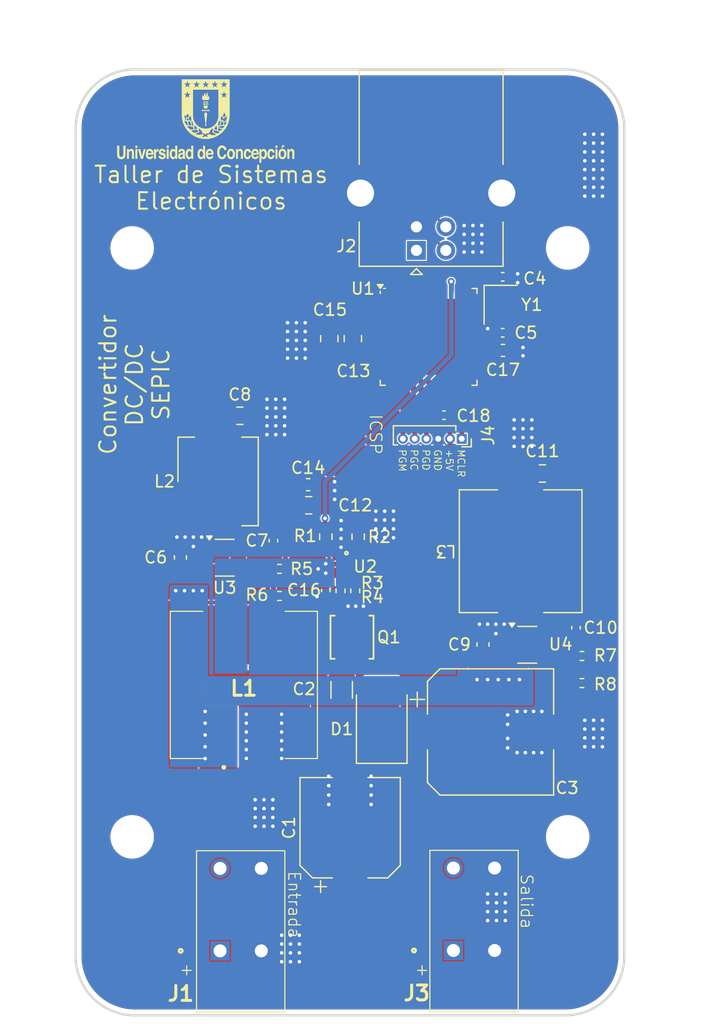
<source format=kicad_pcb>
(kicad_pcb (version 20241229) (generator "pcbnew") (generator_version "9.0")
  (layers (0 "F.Cu" signal) (2 "B.Cu" signal) (13 "F.Paste" user) (15 "B.Paste" user) (5 "F.SilkS" user "F.Silkscreen") (7 "B.SilkS" user "B.Silkscreen") (1 "F.Mask" user) (3 "B.Mask" user) (25 "Edge.Cuts" user))
  (net 0 "")
  (net 1 "+15V")
  (net 2 "+5V")
  (net 3 "PGM")
  (net 4 "PGC")
  (net 5 "MCLR")
  (net 6 "PGD")
  (net 7 "Net-(U2-OUT_SRC)")
  (net 8 "Net-(U2-OUT_SNK)")
  (net 9 "Net-(U2-IN+)")
  (net 10 "Net-(U2-IN-)")
  (net 37 "GND")
  (net 38 "/Potencia/Vin")
  (net 40 "/Potencia/S_Diodo")
  (net 41 "/Potencia/S_Drain")
  (net 42 "/Potencia/Vout")
  (net 43 "/Control/OSC2")
  (net 44 "/Control/OSC1")
  (net 45 "/Control/D+")
  (net 47 "/Control/D-")
  (net 48 "/Control/PWM_gate")
  (net 49 "/Control/PWM")
  (net 51 "Net-(U3-SW)")
  (net 52 "Net-(U3-BOOT)")
  (net 53 "Net-(U4-BOOT)")
  (net 54 "Net-(U4-SW)")
  (net 55 "Net-(U3-FB)")
  (net 56 "Net-(U4-FB)")
  (footprint "footprints:PG-TSDSON-8-25" (layer "F.Cu") (at 138.474999 113.2 -90)
    (property "Reference" "Q1")
    (property "Value" "ISZ230N10NM6")
  )
  (footprint "Capacitor_SMD:C_0805_2012Metric" (layer "F.Cu") (at 134.8 102)
    (property "Reference" "C12")
    (property "Value" "0.1u")
  )
  (footprint "Capacitor_SMD:C_0805_2012Metric" (layer "F.Cu") (at 154.65 99.3 180)
    (property "Reference" "C11")
    (property "Value" "33u")
  )
  (footprint "Capacitor_SMD:C_0402_1005Metric" (layer "F.Cu") (at 151.27776 87.352241)
    (property "Reference" "C5")
    (property "Value" "20p")
  )
  (footprint "Capacitor_SMD:CP_Elec_8x10" (layer "F.Cu") (at 138.317887 129.377047 90)
    (property "Reference" "C1")
    (property "Value" "22u")
  )
  (footprint "Capacitor_SMD:C_0402_1005Metric" (layer "F.Cu") (at 146.29776 94.352241 180)
    (property "Reference" "C18")
    (property "Value" "1n")
  )
  (footprint "Package_TO_SOT_SMD:SOT-23-6" (layer "F.Cu") (at 127.6625 106.45)
    (property "Reference" "U3")
    (property "Value" "TPS54308")
  )
  (footprint "footprints:1822752" (layer "F.Cu") (at 147.089888 139.797133)
    (property "Reference" "J3")
    (property "Value" "Salida 12-48V" (hide yes))
  )
  (footprint "Capacitor_SMD:C_0402_1005Metric" (layer "F.Cu") (at 157.5 112.394629 90)
    (property "Reference" "C10")
    (property "Value" "100n")
  )
  (footprint "Resistor_SMD:R_0603_1608Metric" (layer "F.Cu") (at 136.25 104.675 -90)
    (property "Reference" "R1")
    (property "Value" "51k")
  )
  (footprint "Capacitor_SMD:C_0402_1005Metric" (layer "F.Cu") (at 151.27776 82.602241)
    (property "Reference" "C4")
    (property "Value" "20p")
  )
  (footprint "Inductor_SMD_Wurth:L_Wurth_WE-PDF-1064" (layer "F.Cu") (at 152.8 105.9 90)
    (property "Reference" "L3")
    (property "Value" "13u" (hide yes))
  )
  (footprint "Resistor_SMD:R_0402_1005Metric" (layer "F.Cu") (at 132.31 107.4 180)
    (property "Reference" "R5")
    (property "Value" "100k")
  )
  (footprint "Inductor_SMD_Wurth:L_Wurth_WE-LHMI-7050" (layer "F.Cu") (at 127.1 99.975 90)
    (property "Reference" "L2")
    (property "Value" "15u" (hide yes))
  )
  (footprint "Capacitor_SMD:C_0805_2012Metric" (layer "F.Cu") (at 136.54776 87.852241 90)
    (property "Reference" "C15")
    (property "Value" "0.1u")
  )
  (footprint "Capacitor_SMD:C_0805_2012Metric" (layer "F.Cu") (at 128.95 94.4 180)
    (property "Reference" "C8")
    (property "Value" "15u")
  )
  (footprint "Package_DFN_QFN:QFN-44-1EP_8x8mm_P0.65mm_EP6.45x6.45mm" (layer "F.Cu") (at 144.98526 87.702241)
    (property "Reference" "U1")
    (property "Value" "PIC18F4550-IML")
  )
  (footprint "Capacitor_SMD:C_1206_3216Metric" (layer "F.Cu") (at 137.6 117.675 -90)
    (property "Reference" "C2")
    (property "Value" "0.68u")
  )
  (footprint "MountingHole:MountingHole_3.2mm_M3_ISO14580" (layer "F.Cu") (at 119.8 130.15)
    (property "Reference" "H3" (hide yes))
    (property "Value" "MountingHole")
  )
  (footprint "MountingHole:MountingHole_3.2mm_M3_ISO14580" (layer "F.Cu") (at 156.8 80.15)
    (property "Reference" "H2" (hide yes))
    (property "Value" "MountingHole")
  )
  (footprint "MountingHole:MountingHole_3.2mm_M3_ISO14580" (layer "F.Cu") (at 119.8 80.15)
    (property "Reference" "H1" (hide yes))
    (property "Value" "MountingHole")
  )
  (footprint "Capacitor_SMD:C_0603_1608Metric" (layer "F.Cu") (at 123.9 106.425 90)
    (property "Reference" "C6")
    (property "Value" "470n")
  )
  (footprint "Resistor_SMD:R_0402_1005Metric" (layer "F.Cu") (at 158.01 114.794629 180)
    (property "Reference" "R7")
    (property "Value" "100k")
  )
  (footprint "footprints:SRF1280680M" (layer "F.Cu") (at 129.285 117.25 180)
    (property "Reference" "L1")
    (property "Value" "1.35m" (hide yes))
  )
  (footprint "Crystal:Crystal_SMD_2520-4Pin_2.5x2.0mm" (layer "F.Cu") (at 151.09776 84.977241 -90)
    (property "Reference" "Y1")
    (property "Value" "20M")
  )
  (footprint "Resistor_SMD:R_0402_1005Metric" (layer "F.Cu") (at 137.5 109.26 -90)
    (property "Reference" "R3")
    (property "Value" "2")
  )
  (footprint "Resistor_SMD:R_0603_1608Metric" (layer "F.Cu") (at 139 104.675 -90)
    (property "Reference" "R2")
    (property "Value" "51k")
  )
  (footprint "Capacitor_SMD:C_0402_1005Metric" (layer "F.Cu") (at 131.8 105 90)
    (property "Reference" "C7")
    (property "Value" "100n")
  )
  (footprint "Capacitor_SMD:C_0402_1005Metric" (layer "F.Cu") (at 136.25 109.23 -90)
    (property "Reference" "C16")
    (property "Value" "1n")
  )
  (footprint "Capacitor_SMD:C_0805_2012Metric" (layer "F.Cu") (at 138.54776 87.852241 90)
    (property "Reference" "C13")
    (property "Value" "1u")
  )
  (footprint "Resistor_SMD:R_0402_1005Metric" (layer "F.Cu") (at 132.31 109.7)
    (property "Reference" "R6")
    (property "Value" "4.12k")
  )
  (footprint "footprints:1822752" (layer "F.Cu") (at 127.268901 139.829202)
    (property "Reference" "J1")
    (property "Value" "Entrada 24V" (hide yes))
  )
  (footprint "Resistor_SMD:R_0402_1005Metric" (layer "F.Cu") (at 158.01 117.094629)
    (property "Reference" "R8")
    (property "Value" "13.7k")
  )
  (footprint "Connector_USB:USB_B_Lumberg_2411_02_Horizontal" (layer "F.Cu") (at 143.946973 80.357344 90)
    (property "Reference" "J2")
    (property "Value" "USB Tipo B")
  )
  (footprint "footprints:PG-TSNP-6-13" (layer "F.Cu") (at 137.5 107.299999 -90)
    (property "Reference" "U2")
    (property "Value" "1EDN7550U")
  )
  (footprint "Resistor_SMD:R_0402_1005Metric" (layer "F.Cu") (at 138.75 109.26 -90)
    (property "Reference" "R4")
    (property "Value" "2")
  )
  (footprint "Package_TO_SOT_SMD:SOT-23-6" (layer "F.Cu") (at 153.3625 113.844629)
    (property "Reference" "U4")
    (property "Value" "TPS54308")
  )
  (footprint "Connector_PinSocket_1.00mm:PinSocket_1x06_P1.00mm_Vertical" (layer "F.Cu") (at 147.79776 96.352241 -90)
    (property "Reference" "J4")
    (property "Value" "ICSP")
  )
  (footprint "Capacitor_SMD:CP_Elec_10x12.5" (layer "F.Cu") (at 150.243526 121.243375)
    (property "Reference" "C3")
    (property "Value" "100u")
  )
  (footprint "Capacitor_SMD:C_0603_1608Metric" (layer "F.Cu") (at 151.29776 88.852241)
    (property "Reference" "C17")
    (property "Value" "10n")
  )
  (footprint "Capacitor_SMD:C_0603_1608Metric" (layer "F.Cu") (at 134.75 100.25)
    (property "Reference" "C14")
    (property "Value" "10n")
  )
  (footprint "Capacitor_SMD:C_0603_1608Metric" (layer "F.Cu") (at 149.6 113.819629 90)
    (property "Reference" "C9")
    (property "Value" "470n")
  )
  (footprint "MountingHole:MountingHole_3.2mm_M3_ISO14580" (layer "F.Cu") (at 156.8 130.15)
    (property "Reference" "H4" (hide yes))
    (property "Value" "MountingHole")
  )
  (footprint "Diode_SMD:D_SMB" (layer "F.Cu") (at 141 120.25 90)
    (property "Reference" "D1")
    (property "Value" "SK52")
  )
  (gr_poly (pts (xy 131.614794 71.74036) (xy 131.629923 71.741179) (xy 131.644688 71.742544) (xy 131.659091 71.744457) (xy 131.673133 71.746916) (xy 131.686815 71.749924) (xy 131.700138 71.753479) (xy 131.713103 71.757582) (xy 131.725712 71.762235) (xy 131.737965 71.767437) (xy 131.749864 71.773188) (xy 131.76141 71.779489) (xy 131.772604 71.786341) (xy 131.783447 71.793743) (xy 131.793941 71.801696) (xy 131.804087 71.810201) (xy 131.813801 71.8194) (xy 131.823001 71.829437) (xy 131.831688 71.840311) (xy 131.839863 71.852022) (xy 131.847527 71.86457) (xy 131.854679 71.877955) (xy 131.861321 71.892177) (xy 131.867454 71.907237) (xy 131.873079 71.923133) (xy 131.878196 71.939867) (xy 131.882806 71.957438) (xy 131.886909 71.975846) (xy 131.890508 71.995092) (xy 131.893601 72.015174) (xy 131.896191 72.036094) (xy 131.898278 72.05785) (xy 131.720479 72.05785) (xy 131.719778 72.05208) (xy 131.718965 72.046379) (xy 131.718039 72.040746) (xy 131.716998 72.035183) (xy 131.715843 72.02969) (xy 131.714572 72.024267) (xy 131.713185 72.018914) (xy 131.711681 72.013632) (xy 131.71006 72.008422) (xy 131.708319 72.003283) (xy 131.70646 71.998216) (xy 131.70448 71.993222) (xy 131.702379 71.988301) (xy 131.700156 71.983452) (xy 131.697811 71.978678) (xy 131.695343 71.973977) (xy 131.691545 71.967875) (xy 131.687493 71.96217) (xy 131.683188 71.95686) (xy 131.678629 71.951947) (xy 131.673818 71.947428) (xy 131.668755 71.943305) (xy 131.663439 71.939576) (xy 131.657872 71.936241) (xy 131.652054 71.9333) (xy 131.645985 71.930753) (xy 131.639665 71.928598) (xy 131.633096 71.926836) (xy 131.626277 71.925466) (xy 131.619209 71.924489) (xy 131.611892 71.923902) (xy 131.604326 71.923707) (xy 131.604061 71.923443) (xy 131.593311 71.92387) (xy 131.588097 71.924405) (xy 131.58299 71.925153) (xy 131.577991 71.926115) (xy 131.573099 71.92729) (xy 131.568315 71.928679) (xy 131.563638 71.930281) (xy 131.559069 71.932096) (xy 131.554608 71.934124) (xy 131.550254 71.936365) (xy 131.546009 71.938819) (xy 131.541872 71.941485) (xy 131.537843 71.944365) (xy 131.533922 71.947457) (xy 131.53011 71.950761) (xy 131.526407 71.954278) (xy 131.522812 71.958007) (xy 131.519325 71.961948) (xy 131.515948 71.966102) (xy 131.50952 71.975044) (xy 131.503528 71.984834) (xy 131.497973 71.995471) (xy 131.492857 72.006953) (xy 131.488179 72.01928) (xy 131.48394 72.032451) (xy 131.479934 72.04752) (xy 131.476453 72.063758) (xy 131.473498 72.081169) (xy 131.471074 72.099754) (xy 131.469183 72.119518) (xy 131.467828 72.140463) (xy 131.467013 72.162592) (xy 131.466741 72.185909) (xy 131.467013 72.20816) (xy 131.467828 72.229276) (xy 131.469183 72.249263) (xy 131.471074 72.268128) (xy 131.473499 72.285877) (xy 131.47491 72.294335) (xy 131.476453 72.302516) (xy 131.478128 72.310421) (xy 131.479935 72.318051) (xy 131.481872 72.325406) (xy 131.48394 72.332488) (xy 131.488027 72.345033) (xy 131.492547 72.356771) (xy 131.4975 72.367703) (xy 131.502886 72.377827) (xy 131.505742 72.382586) (xy 131.508705 72.387144) (xy 131.511777 72.391499) (xy 131.514957 72.395652) (xy 131.518244 72.399603) (xy 131.521639 72.403352) (xy 131.525143 72.406898) (xy 131.528754 72.410243) (xy 131.532473 72.413385) (xy 131.536299 72.416325) (xy 131.540233 72.419062) (xy 131.544275 72.421597) (xy 131.548424 72.423929) (xy 131.552681 72.426059) (xy 131.557045 72.427986) (xy 131.561517 72.42971) (xy 131.566096 72.431232) (xy 131.570782 72.432551) (xy 131.575576 72.433668) (xy 131.580477 72.434581) (xy 131.585485 72.435291) (xy 131.5906 72.435799) (xy 131.595822 72.436104) (xy 131.601151 72.436205) (xy 131.608651 72.436047) (xy 131.615873 72.435572) (xy 131.622816 72.434778) (xy 131.629482 72.433667) (xy 131.63271 72.432991) (xy 131.63587 72.432236) (xy 131.63896 72.4314) (xy 131.64198 72.430485) (xy 131.644932 72.429489) (xy 131.647815 72.428413) (xy 131.650628 72.427256) (xy 131.653372 72.426019) (xy 131.656048 72.424701) (xy 131.658654 72.423303) (xy 131.661192 72.421823) (xy 131.663661 72.420263) (xy 131.666061 72.418622) (xy 131.668392 72.4169) (xy 131.670654 72.415096) (xy 131.672848 72.413212) (xy 131.674973 72.411246) (xy 131.67703 72.409198) (xy 131.679018 72.407069) (xy 131.680938 72.404858) (xy 131.682789 72.402565) (xy 131.684572 72.400191) (xy 131.686287 72.397734) (xy 131.687934 72.395196) (xy 131.691078 72.389943) (xy 131.694061 72.384504) (xy 131.696884 72.378878) (xy 131.699546 72.373065) (xy 131.702049 72.367065) (xy 131.704393 72.360876) (xy 131.706578 72.3545) (xy 131.708604 72.347934) (xy 131.710472 72.341179) (xy 131.712183 72.334235) (xy 131.713736 72.327101) (xy 131.715132 72.319776) (xy 131.716371 72.312261) (xy 131.717455 72.304555) (xy 131.718382 72.296657) (xy 131.719155 72.288568) (xy 131.896427 72.288568) (xy 131.895503 72.30088) (xy 131.89422 72.313112) (xy 131.892579 72.325263) (xy 131.890581 72.337334) (xy 131.888226 72.349324) (xy 131.885516 72.361233) (xy 131.88245 72.373062) (xy 131.87903 72.38481) (xy 131.875257 72.396477) (xy 131.871131 72.408064) (xy 131.866653 72.419571) (xy 131.861824 72.430996) (xy 131.856645 72.442341) (xy 131.851116 72.453606) (xy 131.845238 72.464789) (xy 131.839012 72.475892) (xy 131.828486 72.493101) (xy 131.817345 72.509204) (xy 131.805591 72.524203) (xy 131.793223 72.538095) (xy 131.78024 72.55088) (xy 131.766644 72.562558) (xy 131.752434 72.573127) (xy 131.73761 72.582586) (xy 131.722172 72.590936) (xy 131.70612 72.598175) (xy 131.689455 72.604302) (xy 131.672175 72.609317) (xy 131.654282 72.613219) (xy 131.635774 72.616007) (xy 131.616653 72.617681) (xy 131.596918 72.618239) (xy 131.577205 72.617774) (xy 131.55815 72.616379) (xy 131.539753 72.614055) (xy 131.522016 72.610801) (xy 131.513396 72.608827) (xy 131.50494 72.60662) (xy 131.49665 72.604181) (xy 131.488525 72.60151) (xy 131.480566 72.598607) (xy 131.472772 72.595472) (xy 131.465144 72.592105) (xy 131.457681 72.588506) (xy 131.450385 72.584676) (xy 131.443254 72.580614) (xy 131.43629 72.57632) (xy 131.429492 72.571795) (xy 131.42286 72.567038) (xy 131.416394 72.562049) (xy 131.410095 72.556829) (xy 131.403963 72.551378) (xy 131.397997 72.545695) (xy 131.392198 72.539781) (xy 131.386565 72.533636) (xy 131.3811 72.527259) (xy 131.375802 72.520651) (xy 131.370671 72.513812) (xy 131.365707 72.506742) (xy 131.36091 72.499441) (xy 131.351732 72.484332) (xy 131.34315 72.468671) (xy 131.335161 72.452458) (xy 131.327767 72.435693) (xy 131.320966 72.418376) (xy 131.314759 72.400507) (xy 131.309145 72.382087) (xy 131.304124 72.363114) (xy 131.299694 72.34359) (xy 131.295857 72.323513) (xy 131.292611 72.302885) (xy 131.289956 72.281705) (xy 131.287892 72.259973) (xy 131.286418 72.237689) (xy 131.285534 72.214853) (xy 131.285239 72.191466) (xy 131.285565 72.165098) (xy 131.286542 72.139475) (xy 131.288171 72.114596) (xy 131.290452 72.090461) (xy 131.293386 72.06707) (xy 131.296973 72.044423) (xy 131.301214 72.02252) (xy 131.306108 72.001362) (xy 131.311657 71.980948) (xy 131.31786 71.961278) (xy 131.324718 71.942352) (xy 131.332231 71.92417) (xy 131.3404 71.906732) (xy 131.349226 71.890039) (xy 131.358708 71.874089) (xy 131.368846 71.858884) (xy 131.379516 71.844513) (xy 131.390686 71.831066) (xy 131.402357 71.818545) (xy 131.414529 71.806948) (xy 131.427199 71.796276) (xy 131.440368 71.786531) (xy 131.454035 71.777712) (xy 131.468198 71.769819) (xy 131.482857 71.762854) (xy 131.498012 71.756816) (xy 131.513662 71.751706) (xy 131.529805 71.747524) (xy 131.546441 71.744271) (xy 131.563569 71.741947) (xy 131.581189 71.740552) (xy 131.5993 71.740087)) (fill yes) (layer "F.SilkS"))
  (gr_poly (pts (xy 126.318561 68.419119) (xy 126.321772 68.419363) (xy 126.324937 68.419765) (xy 126.328051 68.420321) (xy 126.33111 68.421027) (xy 126.334111 68.421879) (xy 126.337049 68.422873) (xy 126.339921 68.424006) (xy 126.342722 68.425272) (xy 126.345449 68.426668) (xy 126.348097 68.428191) (xy 126.350662 68.429836) (xy 126.353142 68.431599) (xy 126.35553 68.433476) (xy 126.357825 68.435463) (xy 126.360021 68.437557) (xy 126.362115 68.439753) (xy 126.364102 68.442048) (xy 126.36598 68.444437) (xy 126.367743 68.446916) (xy 126.369387 68.449482) (xy 126.37091 68.45213) (xy 126.372306 68.454856) (xy 126.373573 68.457657) (xy 126.374705 68.460529) (xy 126.375699 68.463467) (xy 126.376551 68.466468) (xy 126.377257 68.469527) (xy 126.377813 68.472641) (xy 126.378215 68.475806) (xy 126.37846 68.479018) (xy 126.378542 68.482272) (xy 126.37846 68.485526) (xy 126.378215 68.488737) (xy 126.377813 68.491902) (xy 126.377257 68.495016) (xy 126.376551 68.498076) (xy 126.375699 68.501076) (xy 126.374705 68.504015) (xy 126.373573 68.506886) (xy 126.372306 68.509687) (xy 126.37091 68.512414) (xy 126.369387 68.515062) (xy 126.367743 68.517628) (xy 126.36598 68.520107) (xy 126.364102 68.522496) (xy 126.362115 68.52479) (xy 126.360021 68.526986) (xy 126.357825 68.52908) (xy 126.35553 68.531068) (xy 126.353142 68.532945) (xy 126.350662 68.534708) (xy 126.348097 68.536353) (xy 126.345449 68.537875) (xy 126.342722 68.539272) (xy 126.339921 68.540538) (xy 126.337049 68.54167) (xy 126.334111 68.542664) (xy 126.33111 68.543516) (xy 126.328051 68.544223) (xy 126.324937 68.544779) (xy 126.321772 68.545181) (xy 126.318561 68.545425) (xy 126.315306 68.545507) (xy 126.311862 68.545409) (xy 126.308477 68.545119) (xy 126.305153 68.544642) (xy 126.301895 68.543986) (xy 126.298705 68.543156) (xy 126.295587 68.542158) (xy 126.292542 68.541) (xy 126.289576 68.539686) (xy 126.286689 68.538224) (xy 126.283887 68.536619) (xy 126.281171 68.534877) (xy 126.278546 68.533005) (xy 126.276013 68.53101) (xy 126.273577 68.528896) (xy 126.271239 68.526671) (xy 126.269004 68.52434) (xy 125.825033 68.52434) (xy 125.822842 68.526671) (xy 125.820537 68.528896) (xy 125.818123 68.53101) (xy 125.815603 68.533005) (xy 125.812983 68.534877) (xy 125.810267 68.536619) (xy 125.807458 68.538224) (xy 125.804561 68.539686) (xy 125.801581 68.541) (xy 125.798521 68.542158) (xy 125.795386 68.543156) (xy 125.792179 68.543986) (xy 125.788907 68.544642) (xy 125.785572 68.545119) (xy 125.782178 68.545409) (xy 125.778731 68.545507) (xy 125.775477 68.545425) (xy 125.772265 68.545181) (xy 125.769101 68.544779) (xy 125.765987 68.544223) (xy 125.762927 68.543516) (xy 125.759926 68.542664) (xy 125.756988 68.54167) (xy 125.754116 68.540538) (xy 125.751315 68.539272) (xy 125.748589 68.537875) (xy 125.745941 68.536353) (xy 125.743375 68.534708) (xy 125.740896 68.532945) (xy 125.738507 68.531068) (xy 125.736213 68.52908) (xy 125.734016 68.526986) (xy 125.731923 68.52479) (xy 125.729935 68.522496) (xy 125.728058 68.520107) (xy 125.726295 68.517628) (xy 125.72465 68.515062) (xy 125.723128 68.512414) (xy 125.721731 68.509687) (xy 125.720465 68.506886) (xy 125.719333 68.504015) (xy 125.718338 68.501076) (xy 125.717486 68.498076) (xy 125.71678 68.495016) (xy 125.716224 68.491902) (xy 125.715822 68.488737) (xy 125.715578 68.485526) (xy 125.715496 68.482272) (xy 125.715578 68.479018) (xy 125.715822 68.475806) (xy 125.716224 68.472641) (xy 125.71678 68.469527) (xy 125.717486 68.466468) (xy 125.718338 68.463467) (xy 125.719333 68.460529) (xy 125.720465 68.457657) (xy 125.721731 68.454856) (xy 125.723128 68.45213) (xy 125.72465 68.449482) (xy 125.726295 68.446916) (xy 125.728058 68.444437) (xy 125.729935 68.442048) (xy 125.731923 68.439753) (xy 125.734016 68.437557) (xy 125.736213 68.435463) (xy 125.738507 68.433476) (xy 125.740896 68.431599) (xy 125.743375 68.429836) (xy 125.745941 68.428191) (xy 125.748589 68.426668) (xy 125.751315 68.425272) (xy 125.754116 68.424006) (xy 125.756988 68.422873) (xy 125.759926 68.421879) (xy 125.762927 68.421027) (xy 125.765987 68.420321) (xy 125.769101 68.419765) (xy 125.772265 68.419363) (xy 125.775477 68.419119) (xy 125.778731 68.419036) (xy 125.782175 68.419134) (xy 125.785561 68.419425) (xy 125.788884 68.419901) (xy 125.792142 68.420558) (xy 125.795332 68.421388) (xy 125.798451 68.422385) (xy 125.801495 68.423544) (xy 125.804462 68.424857) (xy 125.807348 68.42632) (xy 125.81015 68.427925) (xy 125.812866 68.429666) (xy 125.815492 68.431538) (xy 125.818024 68.433534) (xy 125.820461 68.435647) (xy 125.822798 68.437872) (xy 125.825033 68.440203) (xy 126.269004 68.440203) (xy 126.271196 68.437829) (xy 126.273501 68.435571) (xy 126.275915 68.433435) (xy 126.278434 68.431426) (xy 126.281054 68.429549) (xy 126.283771 68.427808) (xy 126.28658 68.42621) (xy 126.289476 68.424758) (xy 126.292457 68.423458) (xy 126.295517 68.422315) (xy 126.298652 68.421334) (xy 126.301858 68.42052) (xy 126.305131 68.419879) (xy 126.308466 68.419414) (xy 126.311859 68.419132) (xy 126.315306 68.419036)) (fill yes) (layer "F.SilkS"))
  (gr_poly (pts (xy 129.614279 71.74036) (xy 129.629408 71.741179) (xy 129.644174 71.742544) (xy 129.658577 71.744457) (xy 129.672619 71.746916) (xy 129.686301 71.749924) (xy 129.699624 71.753479) (xy 129.712589 71.757582) (xy 129.725197 71.762235) (xy 129.737451 71.767437) (xy 129.74935 71.773188) (xy 129.760896 71.779489) (xy 129.77209 71.786341) (xy 129.782933 71.793743) (xy 129.793427 71.801696) (xy 129.803572 71.810201) (xy 129.813287 71.8194) (xy 129.822487 71.829437) (xy 129.831174 71.840311) (xy 129.839349 71.852022) (xy 129.847012 71.86457) (xy 129.854165 71.877955) (xy 129.860807 71.892177) (xy 129.86694 71.907237) (xy 129.872565 71.923133) (xy 129.877682 71.939867) (xy 129.882292 71.957438) (xy 129.886396 71.975846) (xy 129.889994 71.995092) (xy 129.893088 72.015174) (xy 129.895678 72.036094) (xy 129.897765 72.05785) (xy 129.719965 72.05785) (xy 129.719264 72.05208) (xy 129.718451 72.046379) (xy 129.717524 72.040746) (xy 129.716484 72.035183) (xy 129.715329 72.02969) (xy 129.714059 72.024267) (xy 129.712672 72.018914) (xy 129.711168 72.013632) (xy 129.709546 72.008422) (xy 129.707806 72.003283) (xy 129.705946 71.998216) (xy 129.703966 71.993222) (xy 129.701865 71.988301) (xy 129.699643 71.983452) (xy 129.697297 71.978678) (xy 129.694829 71.973977) (xy 129.691031 71.967875) (xy 129.686979 71.96217) (xy 129.682674 71.95686) (xy 129.678115 71.951947) (xy 129.673304 71.947428) (xy 129.66824 71.943305) (xy 129.662925 71.939576) (xy 129.657358 71.936241) (xy 129.651539 71.9333) (xy 129.64547 71.930753) (xy 129.639151 71.928598) (xy 129.632582 71.926836) (xy 129.625763 71.925466) (xy 129.618694 71.924489) (xy 129.611377 71.923902) (xy 129.603812 71.923707) (xy 129.603546 71.923443) (xy 129.592797 71.92387) (xy 129.587583 71.924405) (xy 129.582476 71.925153) (xy 129.577477 71.926115) (xy 129.572585 71.92729) (xy 129.5678 71.928679) (xy 129.563124 71.930281) (xy 129.558555 71.932096) (xy 129.554093 71.934124) (xy 129.54974 71.936365) (xy 129.545495 71.938819) (xy 129.541358 71.941485) (xy 129.537329 71.944365) (xy 129.533408 71.947457) (xy 129.529596 71.950761) (xy 129.525892 71.954278) (xy 129.522297 71.958007) (xy 129.518811 71.961948) (xy 129.515434 71.966102) (xy 129.509005 71.975044) (xy 129.503014 71.984834) (xy 129.497459 71.995471) (xy 129.492342 72.006953) (xy 129.487665 72.01928) (xy 129.483426 72.032451) (xy 129.47942 72.04752) (xy 129.475939 72.063758) (xy 129.472984 72.081169) (xy 129.47056 72.099754) (xy 129.468669 72.119518) (xy 129.467315 72.140463) (xy 129.4665 72.162592) (xy 129.466228 72.185909) (xy 129.4665 72.20816) (xy 129.467315 72.229276) (xy 129.46867 72.249263) (xy 129.470561 72.268128) (xy 129.472985 72.285877) (xy 129.474396 72.294335) (xy 129.475939 72.302516) (xy 129.477614 72.310421) (xy 129.479421 72.318051) (xy 129.481358 72.325406) (xy 129.483426 72.332488) (xy 129.487512 72.345033) (xy 129.492032 72.356771) (xy 129.496986 72.367703) (xy 129.502372 72.377827) (xy 129.505228 72.382586) (xy 129.508191 72.387144) (xy 129.511263 72.391499) (xy 129.514442 72.395652) (xy 129.51773 72.399603) (xy 129.521125 72.403352) (xy 129.524628 72.406898) (xy 129.52824 72.410243) (xy 129.531958 72.413385) (xy 129.535785 72.416325) (xy 129.539719 72.419062) (xy 129.543761 72.421597) (xy 129.54791 72.423929) (xy 129.552167 72.426059) (xy 129.556531 72.427986) (xy 129.561003 72.42971) (xy 129.565582 72.431232) (xy 129.570268 72.432551) (xy 129.575062 72.433668) (xy 129.579962 72.434581) (xy 129.58497 72.435291) (xy 129.590085 72.435799) (xy 129.595307 72.436104) (xy 129.600637 72.436205) (xy 129.608137 72.436047) (xy 129.615359 72.435572) (xy 129.622302 72.434778) (xy 129.628968 72.433667) (xy 129.632197 72.432991) (xy 129.635356 72.432236) (xy 129.638446 72.4314) (xy 129.641467 72.430485) (xy 129.644419 72.429489) (xy 129.647301 72.428413) (xy 129.650114 72.427256) (xy 129.652859 72.426019) (xy 129.655534 72.424701) (xy 129.658141 72.423303) (xy 129.660678 72.421823) (xy 129.663147 72.420263) (xy 129.665547 72.418622) (xy 129.667878 72.4169) (xy 129.67014 72.415096) (xy 129.672334 72.413212) (xy 129.674459 72.411246) (xy 129.676516 72.409198) (xy 129.678504 72.407069) (xy 129.680424 72.404858) (xy 129.682275 72.402565) (xy 129.684058 72.400191) (xy 129.685773 72.397734) (xy 129.687419 72.395196) (xy 129.690563 72.389943) (xy 129.693547 72.384504) (xy 129.696369 72.378878) (xy 129.699032 72.373065) (xy 129.701535 72.367065) (xy 129.703879 72.360876) (xy 129.706064 72.3545) (xy 129.70809 72.347934) (xy 129.709958 72.341179) (xy 129.711668 72.334235) (xy 129.713222 72.327101) (xy 129.714618 72.319776) (xy 129.715857 72.312261) (xy 129.716941 72.304555) (xy 129.717868 72.296657) (xy 129.71864 72.288568) (xy 129.895912 72.288568) (xy 129.894945 72.30088) (xy 129.89363 72.313112) (xy 129.891967 72.325263) (xy 129.889955 72.337334) (xy 129.887595 72.349324) (xy 129.884885 72.361233) (xy 129.881826 72.373062) (xy 129.878417 72.38481) (xy 129.874658 72.396477) (xy 129.870547 72.408064) (xy 129.866086 72.419571) (xy 129.861273 72.430996) (xy 129.856108 72.442341) (xy 129.850591 72.453606) (xy 129.844721 72.464789) (xy 129.838498 72.475892) (xy 129.827972 72.493101) (xy 129.816831 72.509204) (xy 129.805077 72.524203) (xy 129.792708 72.538095) (xy 129.779726 72.55088) (xy 129.76613 72.562558) (xy 129.75192 72.573127) (xy 129.737096 72.582586) (xy 129.721658 72.590936) (xy 129.705606 72.598175) (xy 129.688941 72.604302) (xy 129.671661 72.609317) (xy 129.653767 72.613219) (xy 129.63526 72.616007) (xy 129.616139 72.617681) (xy 129.596404 72.618239) (xy 129.576691 72.617774) (xy 129.557635 72.616379) (xy 129.539239 72.614055) (xy 129.521502 72.610801) (xy 129.512882 72.608827) (xy 129.504426 72.60662) (xy 129.496136 72.604181) (xy 129.488011 72.60151) (xy 129.480052 72.598607) (xy 129.472258 72.595472) (xy 129.46463 72.592105) (xy 129.457168 72.588506) (xy 129.449871 72.584676) (xy 129.442741 72.580614) (xy 129.435776 72.57632) (xy 129.428978 72.571795) (xy 129.422346 72.567038) (xy 129.415881 72.562049) (xy 129.409582 72.556829) (xy 129.403449 72.551378) (xy 129.397483 72.545695) (xy 129.391684 72.539781) (xy 129.386052 72.533636) (xy 129.380586 72.527259) (xy 129.375288 72.520651) (xy 129.370157 72.513812) (xy 129.365193 72.506742) (xy 129.360396 72.499441) (xy 129.351218 72.484332) (xy 129.342635 72.468671) (xy 129.334647 72.452458) (xy 129.327253 72.435693) (xy 129.320452 72.418376) (xy 129.314245 72.400507) (xy 129.308631 72.382087) (xy 129.30361 72.363114) (xy 129.29918 72.34359) (xy 129.295343 72.323513) (xy 129.292097 72.302885) (xy 129.289442 72.281705) (xy 129.287377 72.259973) (xy 129.285903 72.237689) (xy 129.285019 72.214853) (xy 129.284725 72.191466) (xy 129.28505 72.165098) (xy 129.286027 72.139475) (xy 129.287657 72.114596) (xy 129.289938 72.090461) (xy 129.292872 72.06707) (xy 129.296459 72.044423) (xy 129.300699 72.02252) (xy 129.305594 72.001362) (xy 129.311142 71.980948) (xy 129.317345 71.961278) (xy 129.324204 71.942352) (xy 129.331717 71.92417) (xy 129.339886 71.906732) (xy 129.348712 71.890039) (xy 129.358193 71.874089) (xy 129.368332 71.858884) (xy 129.379001 71.844513) (xy 129.390172 71.831066) (xy 129.401843 71.818545) (xy 129.414015 71.806948) (xy 129.426685 71.796276) (xy 129.439854 71.786531) (xy 129.453521 71.777712) (xy 129.467684 71.769819) (xy 129.482344 71.762854) (xy 129.497499 71.756816) (xy 129.513148 71.751706) (xy 129.529291 71.747524) (xy 129.545927 71.744271) (xy 129.563056 71.741947) (xy 129.580675 71.740552) (xy 129.598786 71.740087)) (fill yes) (layer "F.SilkS"))
  (gr_poly (pts (xy 122.357191 71.736892) (xy 122.372228 71.737626) (xy 122.386905 71.738848) (xy 122.401221 71.740558) (xy 122.415176 71.742754) (xy 122.42877 71.745437) (xy 122.442001 71.748605) (xy 122.45487 71.752257) (xy 122.467376 71.756393) (xy 122.479519 71.761012) (xy 122.491298 71.766114) (xy 122.502714 71.771696) (xy 122.513765 71.777759) (xy 122.524452 71.784302) (xy 122.534773 71.791324) (xy 122.544729 71.798824) (xy 122.554291 71.806917) (xy 122.563332 71.815716) (xy 122.571851 71.825223) (xy 122.579849 71.835436) (xy 122.587323 71.846356) (xy 122.594275 71.857983) (xy 122.600704 71.870318) (xy 122.606609 71.883359) (xy 122.61199 71.897107) (xy 122.616846 71.911562) (xy 122.621178 71.926724) (xy 122.624985 71.942592) (xy 122.628266 71.959168) (xy 122.631021 71.976451) (xy 122.63325 71.99444) (xy 122.634952 72.013137) (xy 122.461386 72.013137) (xy 122.460893 72.007993) (xy 122.460307 72.00298) (xy 122.459628 71.998099) (xy 122.458856 71.993351) (xy 122.457991 71.988736) (xy 122.457033 71.984255) (xy 122.455981 71.979909) (xy 122.454837 71.975698) (xy 122.4536 71.971624) (xy 122.45227 71.967687) (xy 122.450847 71.963888) (xy 122.449331 71.960228) (xy 122.447721 71.956708) (xy 122.446019 71.953327) (xy 122.444224 71.950088) (xy 122.442336 71.946991) (xy 122.438606 71.941655) (xy 122.434559 71.93666) (xy 122.430197 71.932007) (xy 122.425518 71.927697) (xy 122.420523 71.923729) (xy 122.415211 71.920104) (xy 122.409584 71.916823) (xy 122.40364 71.913885) (xy 122.39738 71.911291) (xy 122.390803 71.909042) (xy 122.383911 71.907138) (xy 122.376702 71.905579) (xy 122.369177 71.904366) (xy 122.361335 71.903499) (xy 122.353178 71.902979) (xy 122.344704 71.902805) (xy 122.33769 71.902889) (xy 122.330937 71.903141) (xy 122.324445 71.903562) (xy 122.318213 71.904153) (xy 122.312241 71.904914) (xy 122.30653 71.905847) (xy 122.301079 71.906951) (xy 122.295889 71.908229) (xy 122.290959 71.90968) (xy 122.286289 71.911306) (xy 122.28188 71.913107) (xy 122.277732 71.915083) (xy 122.273843 71.917237) (xy 122.270216 71.919568) (xy 122.266848 71.922077) (xy 122.263742 71.924766) (xy 122.260811 71.927572) (xy 122.258073 71.930434) (xy 122.255526 71.933353) (xy 122.253171 71.936328) (xy 122.251005 71.939362) (xy 122.249031 71.942452) (xy 122.247246 71.945601) (xy 122.245651 71.948809) (xy 122.244245 71.952076) (xy 122.243027 71.955401) (xy 122.241998 71.958787) (xy 122.241157 71.962232) (xy 122.240504 71.965738) (xy 122.240037 71.969305) (xy 122.239758 71.972934) (xy 122.239665 71.976623) (xy 122.239764 71.981206) (xy 122.240062 71.985628) (xy 122.240559 71.989888) (xy 122.241256 71.993987) (xy 122.242153 71.997925) (xy 122.242677 71.999833) (xy 122.24325 72.001701) (xy 122.243874 72.003529) (xy 122.244548 72.005316) (xy 122.245273 72.007064) (xy 122.246048 72.00877) (xy 122.246873 72.010437) (xy 122.247748 72.012063) (xy 122.248674 72.013649) (xy 122.249651 72.015195) (xy 122.250678 72.0167) (xy 122.251756 72.018165) (xy 122.252884 72.01959) (xy 122.254064 72.020975) (xy 122.255294 72.022319) (xy 122.256574 72.023622) (xy 122.257906 72.024886) (xy 122.259289 72.026109) (xy 122.260722 72.027292) (xy 122.262207 72.028435) (xy 122.263742 72.029537) (xy 122.265329 72.030599) (xy 122.269016 72.032878) (xy 122.273725 72.03535) (xy 122.286206 72.040876) (xy 122.302769 72.047184) (xy 122.323405 72.054279) (xy 122.348109 72.062168) (xy 122.376876 72.070857) (xy 122.446569 72.090659) (xy 122.447097 72.090925) (xy 122.459844 72.094822) (xy 122.472187 72.098972) (xy 122.484128 72.103374) (xy 122.495665 72.108027) (xy 122.506799 72.11293) (xy 122.51753 72.118081) (xy 122.527858 72.12348) (xy 122.537783 72.129124) (xy 122.547305 72.135013) (xy 122.556424 72.141147) (xy 122.56514 72.147522) (xy 122.573452 72.15414) (xy 122.581362 72.160997) (xy 122.588868 72.168094) (xy 122.595972 72.175429) (xy 122.602672 72.183) (xy 122.608827 72.190913) (xy 122.61459 72.199073) (xy 122.619961 72.207481) (xy 122.624938 72.216135) (xy 122.629523 72.225036) (xy 122.633712 72.234183) (xy 122.637506 72.243576) (xy 122.640904 72.253214) (xy 122.643906 72.263097) (xy 122.646509 72.273224) (xy 122.648714 72.283596) (xy 122.65052 72.294211) (xy 122.651926 72.30507) (xy 122.652931 72.316172) (xy 122.653535 72.327517) (xy 122.653736 72.339104) (xy 122.653448 72.354352) (xy 122.652583 72.369242) (xy 122.651143 72.383774) (xy 122.649127 72.397948) (xy 122.646536 72.411766) (xy 122.64337 72.425228) (xy 122.639629 72.438335) (xy 122.635315 72.451088) (xy 122.630427 72.463488) (xy 122.624965 72.475534) (xy 122.618931 72.487229) (xy 122.612325 72.498573) (xy 122.605146 72.509566) (xy 122.597396 72.520209) (xy 122.589075 72.530504) (xy 122.580182 72.540451) (xy 122.570714 72.549917) (xy 122.56066 72.55877) (xy 122.55001 72.567009) (xy 122.538754 72.574636) (xy 122.526883 72.58165) (xy 122.514386 72.588053) (xy 122.501255 72.593844) (xy 122.487479 72.599023) (xy 122.473049 72.603592) (xy 122.457955 72.607551) (xy 122.442187 72.610899) (xy 122.425736 72.613638) (xy 122.408592 72.615767) (xy 122.390746 72.617287) (xy 122.372187 72.618199) (xy 122.352906 72.618503) (xy 122.333585 72.618181) (xy 122.314915 72.617214) (xy 122.296894 72.615601) (xy 122.27952 72.613344) (xy 122.262793 72.610442) (xy 122.246712 72.606895) (xy 122.231274 72.602703) (xy 122.216479 72.597866) (xy 122.202326 72.592384) (xy 122.188814 72.586257) (xy 122.175942 72.579486) (xy 122.163707 72.572069) (xy 122.15211 72.564008) (xy 122.141149 72.555301) (xy 122.130823 72.54595) (xy 122.12113 72.535954) (xy 122.112048 72.525456) (xy 122.103556 72.514598) (xy 122.095651 72.503383) (xy 122.088334 72.49181) (xy 122.081605 72.479881) (xy 122.075464 72.467596) (xy 122.069908 72.454955) (xy 122.06494 72.441961) (xy 122.060557 72.428613) (xy 122.05676 72.414912) (xy 122.053548 72.40086) (xy 122.050921 72.386456) (xy 122.048878 72.371702) (xy 122.04742 72.356598) (xy 122.046545 72.341146) (xy 122.046253 72.325345) (xy 122.222201 72.325345) (xy 122.222945 72.332458) (xy 122.223789 72.33931) (xy 122.224731 72.345901) (xy 122.225773 72.35223) (xy 122.226914 72.358297) (xy 122.228154 72.364101) (xy 122.229494 72.369643) (xy 122.230932 72.374922) (xy 122.23247 72.379937) (xy 122.234107 72.384688) (xy 122.235843 72.389175) (xy 122.237679 72.393397) (xy 122.239614 72.397354) (xy 122.241648 72.401046) (xy 122.243781 72.404471) (xy 122.246013 72.407631) (xy 122.250295 72.412871) (xy 122.255006 72.417775) (xy 122.260145 72.422345) (xy 122.265713 72.426578) (xy 122.27171 72.430474) (xy 122.278137 72.434034) (xy 122.284995 72.437257) (xy 122.292283 72.440142) (xy 122.300002 72.442689) (xy 122.308152 72.444898) (xy 122.316734 72.446768) (xy 122.325748 72.448299) (xy 122.335195 72.44949) (xy 122.345075 72.450341) (xy 122.355388 72.450852) (xy 122.366134 72.451023) (xy 122.3725 72.450949) (xy 122.378698 72.450725) (xy 122.384728 72.450353) (xy 122.390591 72.449832) (xy 122.396287 72.449163) (xy 122.401816 72.448344) (xy 122.407177 72.447377) (xy 122.41237 72.44626) (xy 122.417396 72.444995) (xy 122.422255 72.443582) (xy 122.426946 72.442019) (xy 122.43147 72.440307) (xy 122.435826 72.438447) (xy 122.440015 72.436438) (xy 122.444037 72.43428) (xy 122.447891 72.431973) (xy 122.451543 72.429506) (xy 122.45496 72.426869) (xy 122.458141 72.424069) (xy 122.461087 72.421108) (xy 122.463797 72.417993) (xy 122.466271 72.414727) (xy 122.46851 72.411316) (xy 122.470513 72.407763) (xy 122.47228 72.404074) (xy 122.473812 72.400254) (xy 122.475108 72.396306) (xy 122.476168 72.392236) (xy 122.476993 72.388048) (xy 122.477582 72.383746) (xy 122.477936 72.379336) (xy 122.478054 72.374823) (xy 122.47796 72.370327) (xy 122.47768 72.365967) (xy 122.477213 72.361744) (xy 122.476557 72.357658) (xy 122.475712 72.353707) (xy 122.474677 72.349894) (xy 122.473451 72.346216) (xy 122.472034 72.342676) (xy 122.470425 72.339271) (xy 122.468622 72.336003) (xy 122.466626 72.332872) (xy 122.464435 72.329877) (xy 122.462049 72.327018) (xy 122.459467 72.324296) (xy 122.456688 72.32171) (xy 122.453711 72.31926) (xy 122.450118 72.31677) (xy 122.445489 72.314064) (xy 122.433123 72.308003) (xy 122.416616 72.30108) (xy 122.395966 72.293298) (xy 122.371174 72.28466) (xy 122.342239 72.27517) (xy 122.309162 72.264829) (xy 122.271943 72.253643) (xy 122.258065 72.249206) (xy 122.244708 72.244627) (xy 122.231871 72.239908) (xy 122.219556 72.235048) (xy 122.207761 72.230048) (xy 122.196487 72.22491) (xy 122.185734 72.219633) (xy 122.175502 72.21422) (xy 122.165791 72.20867) (xy 122.156601 72.202984) (xy 122.147932 72.197164) (xy 122.139784 72.19121) (xy 122.132156 72.185122) (xy 122.12505 72.178901) (xy 122.118464 72.172549) (xy 122.1124 72.166066) (xy 122.106778 72.159437) (xy 122.101522 72.152448) (xy 122.096631 72.145099) (xy 122.092105 72.137391) (xy 122.087943 72.129324) (xy 122.084145 72.120896) (xy 122.080711 72.112109) (xy 122.077639 72.102962) (xy 122.074931 72.093456) (xy 122.072585 72.08359) (xy 122.070601 72.073364) (xy 122.068978 72.062779) (xy 122.067717 72.051834) (xy 122.066817 72.040529) (xy 122.066277 72.028865) (xy 122.066097 72.016841) (xy 122.066376 72.002581) (xy 122.067215 71.988576) (xy 122.068614 71.974825) (xy 122.070574 71.961328) (xy 122.073098 71.948085) (xy 122.076185 71.935097) (xy 122.079837 71.922363) (xy 122.084056 71.909883) (xy 122.088842 71.897657) (xy 122.094197 71.885686) (xy 122.100121 71.873969) (xy 122.106616 71.862506) (xy 122.113683 71.851297) (xy 122.121324 71.840343) (xy 122.129539 71.829643) (xy 122.138329 71.819197) (xy 122.147587 71.809201) (xy 122.157305 71.799849) (xy 122.167482 71.791143) (xy 122.17812 71.783081) (xy 122.189218 71.775665) (xy 122.200776 71.768893) (xy 122.212796 71.762766) (xy 122.225278 71.757284) (xy 122.238221 71.752448) (xy 122.251627 71.748256) (xy 122.265495 71.744708) (xy 122.279827 71.741806) (xy 122.294622 71.739549) (xy 122.309882 71.737937) (xy 122.325605 71.736969) (xy 122.341793 71.736647)) (fill yes) (layer "F.SilkS"))
  (gr_poly (pts (xy 126.270856 67.808378) (xy 125.823181 67.808378) (xy 125.86181 67.723976) (xy 126.232227 67.723976)) (fill yes) (layer "F.SilkS"))
  (gr_poly (pts (xy 122.910118 71.660975) (xy 122.733906 71.660975) (xy 122.733906 71.460686) (xy 122.910118 71.460686)) (fill yes) (layer "F.SilkS"))
  (gr_poly (pts (xy 122.01252 71.740615) (xy 122.012651 71.74088) (xy 122.014938 71.740884) (xy 122.01705 71.740913) (xy 122.018049 71.740944) (xy 122.019014 71.740991) (xy 122.019948 71.741057) (xy 122.020854 71.741144) (xy 122.022983 71.741347) (xy 122.026178 71.741575) (xy 122.03567 71.742203) (xy 122.03567 71.964718) (xy 122.027584 71.963626) (xy 122.019994 71.962733) (xy 122.016385 71.962361) (xy 122.0129 71.962039) (xy 122.009539 71.961766) (xy 122.006302 71.961543) (xy 122.00025 71.961196) (xy 121.994793 71.960947) (xy 121.989931 71.960799) (xy 121.985665 71.960749) (xy 121.972834 71.961081) (xy 121.96662 71.961496) (xy 121.960538 71.962076) (xy 121.954591 71.962823) (xy 121.948777 71.963737) (xy 121.943097 71.964816) (xy 121.937551 71.966061) (xy 121.93214 71.967473) (xy 121.926862 71.969051) (xy 121.921719 71.970796) (xy 121.91671 71.972706) (xy 121.911836 71.974784) (xy 121.907096 71.977028) (xy 121.902491 71.979438) (xy 121.898021 71.982015) (xy 121.893685 71.984759) (xy 121.889485 71.987669) (xy 121.88542 71.990746) (xy 121.88149 71.99399) (xy 121.877695 71.997401) (xy 121.874035 72.000978) (xy 121.870511 72.004723) (xy 121.867123 72.008635) (xy 121.86387 72.012713) (xy 121.860753 72.016959) (xy 121.857771 72.021372) (xy 121.854926 72.025952) (xy 121.852217 72.030699) (xy 121.849644 72.035614) (xy 121.847207 72.040696) (xy 121.844906 72.045945) (xy 121.8425 72.052105) (xy 121.840244 72.05868) (xy 121.838138 72.065668) (xy 121.836183 72.073069) (xy 121.83438 72.080879) (xy 121.83273 72.0891) (xy 121.829891 72.106765) (xy 121.827672 72.126056) (xy 121.826079 72.146961) (xy 121.825119 72.169473) (xy 121.824797 72.193582) (xy 121.824797 72.590457) (xy 121.649908 72.590457) (xy 121.649908 71.760194) (xy 121.815538 71.760194) (xy 121.815538 71.904922) (xy 121.825485 71.885003) (xy 121.835088 71.866722) (xy 121.839761 71.858196) (xy 121.84435 71.850078) (xy 121.848854 71.84237) (xy 121.853274 71.835071) (xy 121.85761 71.828182) (xy 121.861863 71.821702) (xy 121.866033 71.815631) (xy 121.87012 71.809969) (xy 121.874125 71.804717) (xy 121.878049 71.799874) (xy 121.881891 71.79544) (xy 121.885652 71.791415) (xy 121.891865 71.785217) (xy 121.898303 71.779422) (xy 121.904966 71.774029) (xy 121.911854 71.769037) (xy 121.918968 71.764448) (xy 121.92631 71.760259) (xy 121.933879 71.756471) (xy 121.941678 71.753084) (xy 121.949705 71.750097) (xy 121.957963 71.747509) (xy 121.966452 71.74532) (xy 121.975172 71.74353) (xy 121.984125 71.742139) (xy 121.993312 71.741145) (xy 122.002732 71.740549) (xy 122.012387 71.740351)) (fill yes) (layer "F.SilkS"))
  (gr_poly (pts (xy 130.98488 71.741826) (xy 130.999096 71.743082) (xy 131.013033 71.745177) (xy 131.026691 71.748109) (xy 131.04007 71.75188) (xy 131.05317 71.756491) (xy 131.065991 71.76194) (xy 131.078533 71.76823) (xy 131.090796 71.77536) (xy 131.10278 71.78333) (xy 131.114484 71.792142) (xy 131.12591 71.801795) (xy 131.137057 71.81229) (xy 131.147924 71.823627) (xy 131.158513 71.835806) (xy 131.168822 71.848829) (xy 131.178673 71.862664) (xy 131.187885 71.87728) (xy 131.196459 71.892679) (xy 131.204396 71.90886) (xy 131.211695 71.925825) (xy 131.218358 71.943572) (xy 131.224385 71.962103) (xy 131.229775 71.981418) (xy 131.23453 72.001518) (xy 131.23865 72.022402) (xy 131.242134 72.044072) (xy 131.244985 72.066527) (xy 131.247201 72.089768) (xy 131.248784 72.113796) (xy 131.249733 72.13861) (xy 131.250049 72.164212) (xy 131.249739 72.191237) (xy 131.248809 72.217444) (xy 131.247259 72.242833) (xy 131.245088 72.267404) (xy 131.242298 72.291159) (xy 131.238887 72.314096) (xy 131.234856 72.336218) (xy 131.230205 72.357524) (xy 131.224934 72.378014) (xy 131.219043 72.397689) (xy 131.212532 72.41655) (xy 131.205401 72.434596) (xy 131.197649 72.451828) (xy 131.189278 72.468247) (xy 131.180286 72.483853) (xy 131.170674 72.498646) (xy 131.160573 72.512583) (xy 131.150112 72.525621) (xy 131.139292 72.537759) (xy 131.128114 72.548999) (xy 131.116577 72.559339) (xy 131.104683 72.568781) (xy 131.092432 72.577323) (xy 131.079823 72.584966) (xy 131.066858 72.59171) (xy 131.053537 72.597554) (xy 131.03986 72.6025) (xy 131.025828 72.606546) (xy 131.011441 72.609693) (xy 130.996698 72.611941) (xy 130.981602 72.61329) (xy 130.966152 72.61374) (xy 130.956332 72.613547) (xy 130.946718 72.61297) (xy 130.937309 72.612008) (xy 130.928106 72.61066) (xy 130.919109 72.608926) (xy 130.910319 72.606805) (xy 130.901735 72.604298) (xy 130.893359 72.601404) (xy 130.88519 72.598122) (xy 130.87723 72.594452) (xy 130.869478 72.590393) (xy 130.861935 72.585946) (xy 130.854601 72.58111) (xy 130.847477 72.575884) (xy 130.840563 72.570269) (xy 130.83386 72.564263) (xy 130.830288 72.560741) (xy 130.826717 72.55702) (xy 130.823149 72.553103) (xy 130.819584 72.548987) (xy 130.816024 72.544675) (xy 130.81247 72.540167) (xy 130.805384 72.530562) (xy 130.798335 72.520175) (xy 130.791332 72.509011) (xy 130.784386 72.497071) (xy 130.777504 72.484359) (xy 130.777504 72.916953) (xy 130.605789 72.916953) (xy 130.605789 72.193846) (xy 130.771683 72.193846) (xy 130.771928 72.211615) (xy 130.772662 72.228709) (xy 130.773884 72.245128) (xy 130.775594 72.260872) (xy 130.77779 72.275942) (xy 130.780473 72.290338) (xy 130.783641 72.30406) (xy 130.787293 72.317109) (xy 130.791429 72.329485) (xy 130.796048 72.341188) (xy 130.801149 72.35222) (xy 130.806732 72.36258) (xy 130.812795 72.372268) (xy 130.819337 72.381286) (xy 130.826359 72.389633) (xy 130.83386 72.39731) (xy 130.838529 72.40149) (xy 130.843309 72.405397) (xy 130.848199 72.409032) (xy 130.853199 72.412396) (xy 130.858307 72.415488) (xy 130.863523 72.418309) (xy 130.868846 72.42086) (xy 130.874275 72.42314) (xy 130.879809 72.425151) (xy 130.885448 72.426892) (xy 130.891191 72.428365) (xy 130.897037 72.429569) (xy 130.902986 72.430504) (xy 130.909036 72.431172) (xy 130.915187 72.431573) (xy 130.921437 72.431706) (xy 130.930432 72.431433) (xy 130.934829 72.431092) (xy 130.939159 72.430614) (xy 130.943423 72.43) (xy 130.947619 72.429249) (xy 130.951749 72.428361) (xy 130.955812 72.427336) (xy 130.959807 72.426175) (xy 130.963736 72.424877) (xy 130.967597 72.423442) (xy 130.971392 72.421869) (xy 130.975119 72.42016) (xy 130.978778 72.418314) (xy 130.982371 72.416331) (xy 130.985896 72.414211) (xy 130.989353 72.411953) (xy 130.992743 72.409558) (xy 130.996066 72.407026) (xy 130.999321 72.404356) (xy 131.002508 72.40155) (xy 131.005628 72.398605) (xy 131.00868 72.395523) (xy 131.011664 72.392304) (xy 131.01458 72.388947) (xy 131.017428 72.385452) (xy 131.022921 72.37805) (xy 131.028142 72.370097) (xy 131.03309 72.361592) (xy 131.033224 72.36146) (xy 131.033359 72.361327) (xy 131.037976 72.352413) (xy 131.0423 72.343133) (xy 131.046331 72.333487) (xy 131.050069 72.323476) (xy 131.053512 72.313098) (xy 131.05666 72.302354) (xy 131.059512 72.291245) (xy 131.062067 72.27977) (xy 131.064324 72.267929) (xy 131.066282 72.255722) (xy 131.067942 72.243149) (xy 131.069301 72.23021) (xy 131.07036 72.216905) (xy 131.071117 72.203235) (xy 131.071572 72.189198) (xy 131.071724 72.174796) (xy 131.071585 72.162877) (xy 131.071167 72.151132) (xy 131.07047 72.139561) (xy 131.069496 72.128163) (xy 131.068244 72.116939) (xy 131.066715 72.105889) (xy 131.064909 72.095012) (xy 131.062827 72.084308) (xy 131.060469 72.073779) (xy 131.057835 72.063423) (xy 131.054926 72.053241) (xy 131.051743 72.043232) (xy 131.048285 72.033397) (xy 131.044553 72.023735) (xy 131.040548 72.014247) (xy 131.036269 72.004933) (xy 131.03168 71.995994) (xy 131.026744 71.987632) (xy 131.021462 71.979846) (xy 131.015833 71.972637) (xy 131.009859 71.966005) (xy 131.00354 71.95995) (xy 130.996875 71.954471) (xy 130.989867 71.949569) (xy 130.982513 71.945243) (xy 130.974817 71.941495) (xy 130.966777 71.938323) (xy 130.958393 71.935728) (xy 130.949668 71.933709) (xy 130.9406 71.932267) (xy 130.93119 71.931402) (xy 130.921439 71.931114) (xy 130.909719 71.931551) (xy 130.904035 71.932098) (xy 130.898469 71.932863) (xy 130.893021 71.933846) (xy 130.88769 71.935049) (xy 130.882477 71.93647) (xy 130.877382 71.938109) (xy 130.872403 71.939967) (xy 130.867543 71.942044) (xy 130.862799 71.944339) (xy 130.858173 71.946853) (xy 130.853664 71.949585) (xy 130.849272 71.952536) (xy 130.844998 71.955706) (xy 130.84084 71.959094) (xy 130.8368 71.962701) (xy 130.832876 71.966526) (xy 130.82907 71.97057) (xy 130.82538 71.974832) (xy 130.821807 71.979314) (xy 130.818351 71.984013) (xy 130.811789 71.994069) (xy 130.805694 72.004998) (xy 130.800065 72.016802) (xy 130.794902 72.029481) (xy 130.790204 72.043033) (xy 130.785838 72.058412) (xy 130.782064 72.074783) (xy 130.778879 72.092147) (xy 130.77628 72.110502) (xy 130.774264 72.12985) (xy 130.772828 72.15019) (xy 130.771969 72.171522) (xy 130.771683 72.193846) (xy 130.605789 72.193846) (xy 130.605789 71.759929) (xy 130.772212 71.759929) (xy 130.772212 71.882432) (xy 130.77575 71.875775) (xy 130.779318 71.869297) (xy 130.782917 71.862999) (xy 130.786545 71.856879) (xy 130.790203 71.850937) (xy 130.79389 71.845173) (xy 130.797605 71.839587) (xy 130.801349 71.834178) (xy 130.805121 71.828946) (xy 130.80892 71.82389) (xy 130.812747 71.81901) (xy 130.8166 71.814306) (xy 130.82048 71.809776) (xy 130.824385 71.805422) (xy 130.828316 71.801242) (xy 130.832273 71.797236) (xy 130.839652 71.790507) (xy 130.847204 71.784213) (xy 130.85493 71.778353) (xy 130.862827 71.772927) (xy 130.870897 71.767935) (xy 130.879139 71.763377) (xy 130.887552 71.759254) (xy 130.896136 71.755564) (xy 130.90489 71.752308) (xy 130.913815 71.749487) (xy 130.922909 71.747099) (xy 130.932173 71.745146) (xy 130.941605 71.743626) (xy 130.951207 71.742541) (xy 130.960976 71.74189) (xy 130.970914 71.741673) (xy 130.970384 71.741408)) (fill yes) (layer "F.SilkS"))
  (gr_poly (pts (xy 120.245235 71.660975) (xy 120.069023 71.660975) (xy 120.069023 71.460686) (xy 120.245235 71.460686)) (fill yes) (layer "F.SilkS"))
  (gr_poly (pts (xy 126.054178 68.650998) (xy 126.060967 68.651551) (xy 126.06764 68.652461) (xy 126.074188 68.653718) (xy 126.080603 68.65531) (xy 126.086875 68.657229) (xy 126.092996 68.659465) (xy 126.098956 68.662006) (xy 126.104747 68.664844) (xy 126.11036 68.667968) (xy 126.115785 68.671368) (xy 126.121014 68.675033) (xy 126.126038 68.678954) (xy 126.130848 68.683121) (xy 126.135434 68.687524) (xy 126.139789 68.692152) (xy 126.143902 68.696996) (xy 126.147765 68.702045) (xy 126.15137 68.70729) (xy 126.154706 68.71272) (xy 126.157765 68.718325) (xy 126.160539 68.724095) (xy 126.163018 68.73002) (xy 126.165192 68.73609) (xy 126.167055 68.742295) (xy 126.168595 68.748624) (xy 126.169805 68.755069) (xy 126.170675 68.761618) (xy 126.171196 68.768262) (xy 126.17136 68.77499) (xy 126.171157 68.781792) (xy 126.170579 68.788659) (xy 126.07136 69.669987) (xy 126.075547 69.671922) (xy 126.079565 69.674148) (xy 126.083399 69.676651) (xy 126.087037 69.679417) (xy 126.090464 69.682432) (xy 126.093666 69.685684) (xy 126.09663 69.689157) (xy 126.09934 69.69284) (xy 126.101784 69.696718) (xy 126.103948 69.700778) (xy 126.105817 69.705006) (xy 126.107377 69.709389) (xy 126.108615 69.713913) (xy 126.109516 69.718564) (xy 126.110067 69.723329) (xy 126.110254 69.728195) (xy 126.110172 69.731449) (xy 126.109928 69.734661) (xy 126.109526 69.737825) (xy 126.10897 69.740939) (xy 126.108263 69.743999) (xy 126.107411 69.747) (xy 126.106417 69.749938) (xy 126.105285 69.75281) (xy 126.104019 69.755611) (xy 126.102622 69.758337) (xy 126.1011 69.760985) (xy 126.099455 69.763551) (xy 126.097692 69.76603) (xy 126.095815 69.768419) (xy 126.093827 69.770714) (xy 126.091733 69.77291) (xy 126.089537 69.775003) (xy 126.087243 69.776991) (xy 126.084854 69.778868) (xy 126.082375 69.780631) (xy 126.079809 69.782276) (xy 126.077161 69.783799) (xy 126.074434 69.785195) (xy 126.071633 69.786461) (xy 126.068762 69.787593) (xy 126.065823 69.788588) (xy 126.062823 69.78944) (xy 126.059763 69.790146) (xy 126.056649 69.790702) (xy 126.053484 69.791104) (xy 126.050273 69.791348) (xy 126.047019 69.79143) (xy 126.045785 69.791415) (xy 126.044562 69.791369) (xy 126.043352 69.791293) (xy 126.042153 69.791187) (xy 126.040964 69.791051) (xy 126.039786 69.790886) (xy 126.038618 69.790693) (xy 126.03746 69.790471) (xy 126.036311 69.790222) (xy 126.035171 69.789945) (xy 126.03404 69.789641) (xy 126.032917 69.78931) (xy 126.031801 69.788952) (xy 126.030693 69.788569) (xy 126.029591 69.78816) (xy 126.028497 69.787726) (xy 126.023768 69.786017) (xy 126.019218 69.783975) (xy 126.014865 69.781613) (xy 126.010724 69.778945) (xy 126.006815 69.775987) (xy 126.003154 69.77275) (xy 125.999759 69.769251) (xy 125.996648 69.765501) (xy 125.993837 69.761516) (xy 125.991344 69.757309) (xy 125.989187 69.752895) (xy 125.987383 69.748287) (xy 125.986619 69.745914) (xy 125.98595 69.743499) (xy 125.985378 69.741042) (xy 125.984905 69.738545) (xy 125.984533 69.73601) (xy 125.984264 69.733439) (xy 125.984102 69.730833) (xy 125.984047 69.728195) (xy 125.984094 69.72575) (xy 125.984234 69.723329) (xy 125.984465 69.720933) (xy 125.984785 69.718564) (xy 125.985193 69.716223) (xy 125.985687 69.713912) (xy 125.986264 69.711634) (xy 125.986925 69.709388) (xy 125.987665 69.707179) (xy 125.988485 69.705006) (xy 125.989382 69.702871) (xy 125.990354 69.700777) (xy 125.9914 69.698726) (xy 125.992517 69.696718) (xy 125.993705 69.694755) (xy 125.994961 69.692839) (xy 125.996284 69.690973) (xy 125.997672 69.689157) (xy 125.999123 69.687393) (xy 126.000636 69.685683) (xy 126.002208 69.684028) (xy 126.003838 69.682431) (xy 126.005524 69.680893) (xy 126.007265 69.679416) (xy 126.009058 69.678001) (xy 126.010902 69.67665) (xy 126.012796 69.675365) (xy 126.014737 69.674148) (xy 126.016724 69.673) (xy 126.018755 69.671922) (xy 126.020828 69.670917) (xy 126.022941 69.669987) (xy 125.923987 68.788659) (xy 125.923409 68.781792) (xy 125.923206 68.77499) (xy 125.92337 68.768262) (xy 125.923892 68.761618) (xy 125.924762 68.755069) (xy 125.925972 68.748624) (xy 125.927512 68.742295) (xy 125.929374 68.73609) (xy 125.931549 68.73002) (xy 125.934028 68.724095) (xy 125.936802 68.718324) (xy 125.939861 68.71272) (xy 125.943197 68.70729) (xy 125.946802 68.702045) (xy 125.950665 68.696996) (xy 125.954779 68.692152) (xy 125.959133 68.687524) (xy 125.96372 68.683121) (xy 125.968529 68.678954) (xy 125.973553 68.675033) (xy 125.978782 68.671367) (xy 125.984208 68.667968) (xy 125.98982 68.664844) (xy 125.995611 68.662006) (xy 126.001572 68.659465) (xy 126.007692 68.657229) (xy 126.013965 68.65531) (xy 126.020379 68.653717) (xy 126.026927 68.652461) (xy 126.0336 68.651551) (xy 126.040388 68.650998) (xy 126.047283 68.650811)) (fill yes) (layer "F.SilkS"))
  (gr_poly (pts (xy 126.302077 67.976917) (xy 125.792224 67.976917) (xy 125.830854 67.892515) (xy 126.263447 67.892515)) (fill yes) (layer "F.SilkS"))
  (gr_poly (pts (xy 124.016708 71.740561) (xy 124.030112 71.741194) (xy 124.043324 71.742248) (xy 124.056343 71.743724) (xy 124.069171 71.745621) (xy 124.081805 71.747941) (xy 124.094248 71.750682) (xy 124.106498 71.753844) (xy 124.118557 71.757428) (xy 124.130422 71.761434) (xy 124.142096 71.765862) (xy 124.153578 71.770711) (xy 124.164867 71.775982) (xy 124.175964 71.781675) (xy 124.186868 71.787789) (xy 124.197581 71.794325) (xy 124.207912 71.801447) (xy 124.217574 71.809319) (xy 124.226567 71.817942) (xy 124.234891 71.827315) (xy 124.242548 71.837439) (xy 124.249536 71.848312) (xy 124.255857 71.859936) (xy 124.261511 71.872311) (xy 124.266498 71.885436) (xy 124.27082 71.899311) (xy 124.274475 71.913936) (xy 124.277465 71.929312) (xy 124.279789 71.945438) (xy 124.281449 71.962314) (xy 124.282445 71.979941) (xy 124.282777 71.998318) (xy 124.282777 72.379054) (xy 124.282872 72.39994) (xy 124.283141 72.422909) (xy 124.2841 72.475098) (xy 124.283834 72.474833) (xy 124.284063 72.480082) (xy 124.284353 72.485114) (xy 124.284703 72.48993) (xy 124.285111 72.494528) (xy 124.285577 72.498909) (xy 124.286099 72.503073) (xy 124.286676 72.50702) (xy 124.287307 72.51075) (xy 124.287991 72.514263) (xy 124.288726 72.517559) (xy 124.289511 72.520638) (xy 124.290346 72.5235) (xy 124.291228 72.526144) (xy 124.292158 72.528572) (xy 124.293133 72.530783) (xy 124.294153 72.532776) (xy 124.295276 72.534643) (xy 124.29646 72.536472) (xy 124.297708 72.538263) (xy 124.299019 72.540015) (xy 124.300393 72.541729) (xy 124.301832 72.543404) (xy 124.303334 72.545039) (xy 124.304902 72.546634) (xy 124.306534 72.548189) (xy 124.308232 72.549703) (xy 124.309996 72.551176) (xy 124.311826 72.552608) (xy 124.313723 72.553998) (xy 124.315687 72.555345) (xy 124.317718 72.55665) (xy 124.319818 72.557912) (xy 124.319818 72.589927) (xy 124.130905 72.589927) (xy 124.128995 72.583725) (xy 124.127238 72.577619) (xy 124.125635 72.571607) (xy 124.124191 72.565684) (xy 124.122908 72.559848) (xy 124.121789 72.554096) (xy 124.120837 72.548425) (xy 124.120056 72.54283) (xy 124.118717 72.531367) (xy 124.117477 72.519184) (xy 124.116336 72.506257) (xy 124.115294 72.49256) (xy 124.110736 72.498607) (xy 124.106092 72.504541) (xy 124.10136 72.510362) (xy 124.096542 72.516071) (xy 124.091637 72.521667) (xy 124.086645 72.527149) (xy 124.081566 72.532518) (xy 124.076401 72.537771) (xy 124.071148 72.542911) (xy 124.065809 72.547935) (xy 124.060383 72.552843) (xy 124.05487 72.557636) (xy 124.049271 72.562312) (xy 124.043584 72.566872) (xy 124.037811 72.571315) (xy 124.031951 72.57564) (xy 124.024847 72.580542) (xy 124.017626 72.585127) (xy 124.010289 72.589397) (xy 124.002834 72.59335) (xy 123.995263 72.596987) (xy 123.987577 72.600308) (xy 123.979775 72.603312) (xy 123.971857 72.606) (xy 123.963825 72.608372) (xy 123.955679 72.610428) (xy 123.947419 72.612167) (xy 123.939045 72.613591) (xy 123.930558 72.614698) (xy 123.921958 72.615488) (xy 123.913246 72.615963) (xy 123.904422 72.616121) (xy 123.893232 72.61587) (xy 123.882284 72.615116) (xy 123.871579 72.61386) (xy 123.861117 72.612102) (xy 123.850898 72.609842) (xy 123.840923 72.60708) (xy 123.831192 72.603815) (xy 123.821706 72.600047) (xy 123.812465 72.595778) (xy 123.803469 72.591006) (xy 123.794719 72.585732) (xy 123.786215 72.579956) (xy 123.777957 72.573677) (xy 123.769946 72.566896) (xy 123.762183 72.559613) (xy 123.754667 72.551827) (xy 123.747505 72.543582) (xy 123.740802 72.534922) (xy 123.734559 72.525844) (xy 123.728775 72.516348) (xy 123.723452 72.506434) (xy 123.71859 72.4961) (xy 123.71419 72.485346) (xy 123.71025 72.474172) (xy 123.706773 72.462575) (xy 123.703758 72.450557) (xy 123.701206 72.438114) (xy 123.699117 72.425248) (xy 123.697492 72.411958) (xy 123.69633 72.398241) (xy 123.695633 72.384099) (xy 123.695401 72.369529) (xy 123.69573 72.352861) (xy 123.869233 72.352861) (xy 123.869332 72.359688) (xy 123.86963 72.366279) (xy 123.870124 72.372633) (xy 123.870817 72.378749) (xy 123.871706 72.384626) (xy 123.872791 72.390263) (xy 123.874073 72.395661) (xy 123.87555 72.400817) (xy 123.877223 72.405731) (xy 123.879091 72.410403) (xy 123.881153 72.414831) (xy 123.883409 72.419015) (xy 123.88586 72.422954) (xy 123.888503 72.426648) (xy 123.89134 72.430095) (xy 123.894369 72.433295) (xy 123.897538 72.436321) (xy 123.900793 72.439149) (xy 123.904134 72.441779) (xy 123.907561 72.444213) (xy 123.911073 72.446449) (xy 123.91467 72.448489) (xy 123.918351 72.450333) (xy 123.922117 72.451981) (xy 123.925966 72.453434) (xy 123.929899 72.454691) (xy 123.933914 72.455754) (xy 123.938012 72.456623) (xy 123.942193 72.457299) (xy 123.946455 72.457781) (xy 123.950798 72.458069) (xy 123.955223 72.458166) (xy 123.962283 72.458007) (xy 123.969275 72.457532) (xy 123.976198 72.456739) (xy 123.983054 72.455627) (xy 123.989841 72.454196) (xy 123.99656 72.452445) (xy 124.003211 72.450373) (xy 124.009793 72.447979) (xy 124.016308 72.445263) (xy 124.022754 72.442224) (xy 124.029132 72.43886) (xy 124.035441 72.435172) (xy 124.041683 72.431158) (xy 124.047856 72.426818) (xy 124.053961 72.42215) (xy 124.059998 72.417155) (xy 124.065818 72.411732) (xy 124.071272 72.405782) (xy 124.076363 72.399305) (xy 124.08109 72.392301) (xy 124.085454 72.384769) (xy 124.089456 72.376711) (xy 124.093097 72.368125) (xy 124.096378 72.359013) (xy 124.099299 72.349373) (xy 124.101861 72.339206) (xy 124.104065 72.328512) (xy 124.105911 72.317291) (xy 124.107401 72.305543) (xy 124.108535 72.293268) (xy 124.109314 72.280466) (xy 124.109739 72.267136) (xy 124.109738 72.266871) (xy 124.109738 72.186173) (xy 124.105571 72.189361) (xy 124.1014 72.192379) (xy 124.097223 72.195229) (xy 124.093037 72.197914) (xy 124.088838 72.200439) (xy 124.084624 72.202805) (xy 124.080391 72.205016) (xy 124.076136 72.207075) (xy 124.071759 72.209047) (xy 124.066963 72.21099) (xy 124.061751 72.212903) (xy 124.056127 72.214781) (xy 124.050094 72.216622) (xy 124.043655 72.218423) (xy 124.036812 72.220181) (xy 124.02957 72.221892) (xy 123.990147 72.231152) (xy 123.983323 72.232665) (xy 123.976741 72.234227) (xy 123.970401 72.235837) (xy 123.964305 72.237494) (xy 123.958452 72.239198) (xy 123.952842 72.240947) (xy 123.947477 72.242741) (xy 123.942357 72.24458) (xy 123.937481 72.246462) (xy 123.932851 72.248386) (xy 123.928467 72.250353) (xy 123.924328 72.25236) (xy 123.920436 72.254408) (xy 123.916791 72.256495) (xy 123.913394 72.258621) (xy 123.910243 72.260785) (xy 123.905292 72.264633) (xy 123.900657 72.268735) (xy 123.896339 72.273092) (xy 123.892339 72.277702) (xy 123.888656 72.282567) (xy 123.885292 72.287686) (xy 123.882246 72.29306) (xy 123.879519 72.298687) (xy 123.877111 72.304569) (xy 123.875023 72.310705) (xy 123.873256 72.317095) (xy 123.871809 72.32374) (xy 123.870683 72.330639) (xy 123.869878 72.337792) (xy 123.869394 72.345199) (xy 123.869233 72.352861) (xy 123.69573 72.352861) (xy 123.695773 72.350711) (xy 123.696889 72.332557) (xy 123.698749 72.315065) (xy 123.701354 72.298236) (xy 123.704702 72.282069) (xy 123.708795 72.266563) (xy 123.713632 72.251718) (xy 123.719213 72.237535) (xy 123.725539 72.224012) (xy 123.72898 72.217497) (xy 123.732608 72.211148) (xy 123.736422 72.204964) (xy 123.740421 72.198945) (xy 123.744607 72.19309) (xy 123.748979 72.1874) (xy 123.753537 72.181875) (xy 123.758281 72.176515) (xy 123.763211 72.171319) (xy 123.768327 72.166288) (xy 123.773629 72.161421) (xy 123.779117 72.156719) (xy 123.784791 72.152181) (xy 123.790651 72.147808) (xy 123.797389 72.143225) (xy 123.804505 72.138805) (xy 123.812 72.134547) (xy 123.819875 72.130453) (xy 123.82813 72.126523) (xy 123.836764 72.122758) (xy 123.84578 72.11916) (xy 123.855176 72.115727) (xy 123.864954 72.112463) (xy 123.875113 72.109366) (xy 123.885655 72.106439) (xy 123.896579 72.103681) (xy 123.907886 72.101093) (xy 123.919577 72.098677) (xy 123.944109 72.094362) (xy 124.00364 72.085102) (xy 124.015311 72.083155) (xy 124.026117 72.081084) (xy 124.031197 72.080002) (xy 124.036062 72.078888) (xy 124.040711 72.077744) (xy 124.045147 72.076569) (xy 124.049368 72.075363) (xy 124.053376 72.074126) (xy 124.057171 72.072858) (xy 124.060753 72.071559) (xy 124.064123 72.070229) (xy 124.06728 72.068867) (xy 124.070226 72.067475) (xy 124.072961 72.066052) (xy 124.077479 72.063485) (xy 124.081705 72.060744) (xy 124.085639 72.057831) (xy 124.089283 72.054745) (xy 124.092634 72.051487) (xy 124.095695 72.048058) (xy 124.098463 72.044457) (xy 124.100941 72.040685) (xy 124.103127 72.036743) (xy 124.105021 72.03263) (xy 124.106624 72.028348) (xy 124.107936 72.023896) (xy 124.108956 72.019276) (xy 124.109684 72.014487) (xy 124.110121 72.009529) (xy 124.110267 72.004404) (xy 124.110153 71.998175) (xy 124.109809 71.992188) (xy 124.109238 71.986444) (xy 124.10844 71.980943) (xy 124.107415 71.975685) (xy 124.106165 71.970671) (xy 124.10469 71.965901) (xy 124.103869 71.963608) (xy 124.102991 71.961376) (xy 124.102058 71.959205) (xy 124.101069 71.957096) (xy 124.100025 71.955048) (xy 124.098924 71.953061) (xy 124.097769 71.951136) (xy 124.096558 71.949272) (xy 124.095292 71.947469) (xy 124.093971 71.945729) (xy 124.092595 71.94405) (xy 124.091163 71.942432) (xy 124.089677 71.940876) (xy 124.088137 71.939382) (xy 124.086541 71.93795) (xy 124.084891 71.93658) (xy 124.083187 71.935272) (xy 124.081428 71.934025) (xy 124.077704 71.931672) (xy 124.073775 71.929473) (xy 124.069641 71.927428) (xy 124.0653 71.925538) (xy 124.060754 71.9238) (xy 124.056001 71.922216) (xy 124.051041 71.920785) (xy 124.045874 71.919506) (xy 124.040499 71.918379) (xy 124.034916 71.917403) (xy 124.029125 71.916578) (xy 124.023124 71.915905) (xy 124.016914 71.915382) (xy 124.010495 71.915008) (xy 124.003865 71.914785) (xy 123.997026 71.91471) (xy 123.989377 71.914859) (xy 123.982007 71.915305) (xy 123.974919 71.91605) (xy 123.968111 71.917091) (xy 123.961586 71.918431) (xy 123.955344 71.920068) (xy 123.949386 71.922003) (xy 123.946513 71.923082) (xy 123.943712 71.924235) (xy 123.940982 71.925463) (xy 123.938323 71.926765) (xy 123.935736 71.928142) (xy 123.933221 71.929593) (xy 123.930777 71.931119) (xy 123.928405 71.932719) (xy 123.926105 71.934393) (xy 123.923877 71.936142) (xy 123.921721 71.937965) (xy 123.919637 71.939862) (xy 123.917625 71.941834) (xy 123.915686 71.943881) (xy 123.913819 71.946002) (xy 123.912025 71.948197) (xy 123.910304 71.950466) (xy 123.908655 71.95281) (xy 123.90642 71.95641) (xy 123.904277 71.960165) (xy 123.902228 71.964075) (xy 123.900271 71.96814) (xy 123.898408 71.97236) (xy 123.896637 71.976735) (xy 123.89496 71.981265) (xy 123.893376 71.98595) (xy 123.891884 71.99079) (xy 123.890486 71.995785) (xy 123.88918 72.000935) (xy 123.887968 72.00624) (xy 123.886849 72.0117) (xy 123.885822 72.017315) (xy 123.884889 72.023085) (xy 123.884049 72.029011) (xy 123.716568 72.029011) (xy 123.717412 72.015569) (xy 123.718552 72.002432) (xy 123.71999 71.989597) (xy 123.721723 71.977065) (xy 123.723753 71.964835) (xy 123.726079 71.952908) (xy 123.7287 71.941282) (xy 123.731616 71.929957) (xy 123.734827 71.918932) (xy 123.738332 71.908209) (xy 123.74213 71.897785) (xy 123.746222 71.887661) (xy 123.750607 71.877835) (xy 123.755285 71.868309) (xy 123.760254 71.859081) (xy 123.765516 71.850152) (xy 123.774582 71.836841) (xy 123.784418 71.824392) (xy 123.795023 71.812804) (xy 123.806398 71.802076) (xy 123.818544 71.79221) (xy 123.831461 71.783203) (xy 123.845149 71.775056) (xy 123.859609 71.767768) (xy 123.87484 71.761339) (xy 123.890845 71.755768) (xy 123.907622 71.751055) (xy 123.925172 71.7472) (xy 123.943496 71.744203) (xy 123.962593 71.742062) (xy 123.982465 71.740778) (xy 124.003112 71.74035)) (fill yes) (layer "F.SilkS"))
  (gr_poly (pts (xy 132.585137 71.648011) (xy 132.459461 71.648011) (xy 132.57667 71.420469) (xy 132.770345 71.420469)) (fill yes) (layer "F.SilkS"))
  (gr_poly (pts (xy 128.990992 71.74035) (xy 129.003363 71.74114) (xy 129.015447 71.742458) (xy 129.027243 71.744303) (xy 129.038751 71.746675) (xy 129.049969 71.749574) (xy 129.060898 71.753) (xy 129.071536 71.756953) (xy 129.081882 71.761433) (xy 129.091937 71.766441) (xy 129.101698 71.771975) (xy 129.111165 71.778037) (xy 129.120338 71.784625) (xy 129.129216 71.791741) (xy 129.137797 71.799384) (xy 129.146082 71.807554) (xy 129.153964 71.816335) (xy 129.161337 71.82581) (xy 129.168202 71.835979) (xy 129.174558 71.846841) (xy 129.180406 71.858396) (xy 129.185745 71.870644) (xy 129.190576 71.883584) (xy 129.194898 71.897215) (xy 129.198712 71.911539) (xy 129.202017 71.926553) (xy 129.204814 71.942258) (xy 129.207102 71.958653) (xy 129.208882 71.975738) (xy 129.210153 71.993512) (xy 129.210915 72.011976) (xy 129.21117 72.031128) (xy 129.21117 72.590192) (xy 129.033371 72.590192) (xy 129.033371 72.085367) (xy 129.033315 72.0773) (xy 129.033148 72.069468) (xy 129.032871 72.061873) (xy 129.032482 72.054515) (xy 129.031984 72.047394) (xy 129.031376 72.04051) (xy 129.030658 72.033864) (xy 129.029832 72.027457) (xy 129.028897 72.021289) (xy 129.027854 72.015359) (xy 129.026703 72.009669) (xy 129.025445 72.00422) (xy 129.02408 71.99901) (xy 129.022608 71.994041) (xy 129.02103 71.989313) (xy 129.019347 71.984826) (xy 129.015992 71.977087) (xy 129.012278 71.969845) (xy 129.008204 71.963099) (xy 129.003771 71.956851) (xy 128.998977 71.9511) (xy 128.993824 71.945847) (xy 128.988311 71.941093) (xy 128.982439 71.936837) (xy 128.976207 71.933081) (xy 128.969615 71.929824) (xy 128.962663 71.927067) (xy 128.955352 71.924811) (xy 128.947681 71.923055) (xy 128.93965 71.921801) (xy 128.93126 71.921048) (xy 128.92251 71.920797) (xy 128.911761 71.921163) (xy 128.906546 71.92162) (xy 128.901439 71.92226) (xy 128.896439 71.923084) (xy 128.891547 71.92409) (xy 128.886761 71.925279) (xy 128.882083 71.926651) (xy 128.877512 71.928206) (xy 128.873049 71.929944) (xy 128.868693 71.931865) (xy 128.864445 71.933968) (xy 128.860304 71.936255) (xy 128.85627 71.938725) (xy 128.852345 71.941377) (xy 128.848527 71.944213) (xy 128.844816 71.947231) (xy 128.841214 71.950433) (xy 128.837719 71.953817) (xy 128.834333 71.957384) (xy 128.831054 71.961134) (xy 128.827883 71.965068) (xy 128.82482 71.969184) (xy 128.821866 71.973483) (xy 128.819019 71.977964) (xy 128.816281 71.982629) (xy 128.811129 71.992508) (xy 128.806411 72.003118) (xy 128.802126 72.01446) (xy 128.800061 72.020766) (xy 128.798132 72.027284) (xy 128.79468 72.040955) (xy 128.791768 72.055476) (xy 128.789392 72.070849) (xy 128.78755 72.087078) (xy 128.786238 72.104165) (xy 128.785453 72.122115) (xy 128.785192 72.14093) (xy 128.785192 72.590193) (xy 128.611624 72.590193) (xy 128.611624 71.761518) (xy 128.7799 71.761518) (xy 128.7799 71.882696) (xy 128.784008 71.874849) (xy 128.788097 71.86728) (xy 128.792165 71.859991) (xy 128.796213 71.85298) (xy 128.800239 71.846249) (xy 128.804243 71.839797) (xy 128.808223 71.833623) (xy 128.812179 71.827729) (xy 128.816111 71.822114) (xy 128.820017 71.816778) (xy 128.823896 71.811721) (xy 128.827749 71.806943) (xy 128.831573 71.802444) (xy 128.835369 71.798224) (xy 128.839135 71.794284) (xy 128.842871 71.790622) (xy 128.849633 71.78452) (xy 128.856624 71.778814) (xy 128.863842 71.773505) (xy 128.871288 71.768591) (xy 128.87896 71.764073) (xy 128.886858 71.759949) (xy 128.894981 71.75622) (xy 128.903327 71.752886) (xy 128.911897 71.749945) (xy 128.920689 71.747397) (xy 128.929703 71.745242) (xy 128.938938 71.74348) (xy 128.948393 71.742111) (xy 128.958068 71.741133) (xy 128.967961 71.740546) (xy 128.978072 71.740351) (xy 128.978138 71.740285) (xy 128.978204 71.740218) (xy 128.978336 71.740086)) (fill yes) (layer "F.SilkS"))
  (gr_poly (pts (xy 118.707741 72.157069) (xy 118.708088 72.184974) (xy 118.708521 72.1982) (xy 118.709126 72.210941) (xy 118.709904 72.223197) (xy 118.710853 72.234967) (xy 118.711973 72.246251) (xy 118.713265 72.257049) (xy 118.714726 72.26736) (xy 118.716358 72.277184) (xy 118.71816 72.28652) (xy 118.720131 72.295368) (xy 118.722271 72.303728) (xy 118.72458 72.311599) (xy 118.727057 72.318981) (xy 118.729702 72.325873) (xy 118.734284 72.337312) (xy 118.739498 72.348012) (xy 118.74534 72.357974) (xy 118.751811 72.367198) (xy 118.758908 72.375685) (xy 118.76663 72.383433) (xy 118.774975 72.390443) (xy 118.783941 72.396716) (xy 118.793528 72.40225) (xy 118.803733 72.407047) (xy 118.814556 72.411106) (xy 118.825994 72.414426) (xy 118.838045 72.417009) (xy 118.850709 72.418854) (xy 118.863984 72.419961) (xy 118.877869 72.42033) (xy 118.891747 72.419961) (xy 118.898453 72.4195) (xy 118.905005 72.418854) (xy 118.911401 72.418024) (xy 118.917643 72.417009) (xy 118.923729 72.41581) (xy 118.929661 72.414426) (xy 118.935437 72.412858) (xy 118.941059 72.411106) (xy 118.946525 72.409169) (xy 118.951836 72.407047) (xy 118.956992 72.404741) (xy 118.961994 72.40225) (xy 118.96684 72.399575) (xy 118.971531 72.396716) (xy 118.976067 72.393672) (xy 118.980448 72.390443) (xy 118.984674 72.38703) (xy 118.988746 72.383433) (xy 118.992662 72.379651) (xy 118.996423 72.375685) (xy 119.000029 72.371534) (xy 119.00348 72.367198) (xy 119.006775 72.362678) (xy 119.009916 72.357974) (xy 119.012902 72.353085) (xy 119.015733 72.348012) (xy 119.018409 72.342754) (xy 119.02093 72.337312) (xy 119.023295 72.331685) (xy 119.025506 72.325873) (xy 119.028151 72.318981) (xy 119.030628 72.311599) (xy 119.032937 72.303728) (xy 119.035077 72.295368) (xy 119.03885 72.277184) (xy 119.041943 72.257049) (xy 119.044355 72.234967) (xy 119.046082 72.210941) (xy 119.04712 72.184974) (xy 119.047467 72.157069) (xy 119.047466 72.157069) (xy 119.047466 71.467566) (xy 119.237966 71.467566) (xy 119.237966 72.157599) (xy 119.237792 72.179665) (xy 119.237271 72.201117) (xy 119.236403 72.221954) (xy 119.235188 72.242174) (xy 119.233625 72.261778) (xy 119.231715 72.280763) (xy 119.229458 72.29913) (xy 119.226853 72.316878) (xy 119.223901 72.334005) (xy 119.220602 72.350512) (xy 119.216956 72.366397) (xy 119.212963 72.381659) (xy 119.208622 72.396298) (xy 119.203934 72.410314) (xy 119.198898 72.423704) (xy 119.193516 72.436469) (xy 119.182564 72.458623) (xy 119.170446 72.479345) (xy 119.157161 72.498635) (xy 119.142708 72.516493) (xy 119.127085 72.532921) (xy 119.110293 72.547919) (xy 119.092331 72.561486) (xy 119.073197 72.573623) (xy 119.052891 72.584331) (xy 119.031412 72.59361) (xy 119.00876 72.60146) (xy 118.984933 72.607883) (xy 118.959932 72.612877) (xy 118.933754 72.616444) (xy 118.9064 72.618584) (xy 118.877868 72.619297) (xy 118.849333 72.618584) (xy 118.835505 72.617692) (xy 118.82197 72.616444) (xy 118.808728 72.614839) (xy 118.795778 72.612877) (xy 118.783122 72.610558) (xy 118.770757 72.607882) (xy 118.758686 72.60485) (xy 118.746907 72.60146) (xy 118.73542 72.597714) (xy 118.724226 72.59361) (xy 118.713325 72.589149) (xy 118.702716 72.584331) (xy 118.692399 72.579155) (xy 118.682374 72.573623) (xy 118.672642 72.567733) (xy 118.663202 72.561485) (xy 118.654054 72.554881) (xy 118.645198 72.547918) (xy 118.636634 72.540598) (xy 118.628362 72.532921) (xy 118.620382 72.524886) (xy 118.612694 72.516493) (xy 118.605298 72.507743) (xy 118.598193 72.498634) (xy 118.59138 72.489168) (xy 118.584859 72.479344) (xy 118.57863 72.469163) (xy 118.572692 72.458623) (xy 118.567046 72.447725) (xy 118.561691 72.436469) (xy 118.556309 72.42366) (xy 118.551273 72.410237) (xy 118.546585 72.3962) (xy 118.542244 72.381547) (xy 118.538251 72.366279) (xy 118.534604 72.350395) (xy 118.531305 72.333895) (xy 118.528354 72.316778) (xy 118.525749 72.299044) (xy 118.523492 72.280693) (xy 118.520019 72.242137) (xy 118.517936 72.201107) (xy 118.517241 72.157599) (xy 118.517241 71.467566) (xy 118.707741 71.467566)) (fill yes) (layer "F.SilkS"))
  (gr_poly (pts (xy 122.910118 72.590192) (xy 122.733906 72.590192) (xy 122.733906 71.759929) (xy 122.910118 71.759929)) (fill yes) (layer "F.SilkS"))
  (gr_poly (pts (xy 132.145928 72.590192) (xy 131.969716 72.590192) (xy 131.969716 71.759929) (xy 132.145928 71.759929)) (fill yes) (layer "F.SilkS"))
  (gr_poly (pts (xy 128.217846 71.733986) (xy 128.238246 71.73553) (xy 128.257959 71.738104) (xy 128.267558 71.739777) (xy 128.276985 71.741707) (xy 128.286242 71.743894) (xy 128.295327 71.746339) (xy 128.304241 71.749041) (xy 128.312984 71.752001) (xy 128.321556 71.755217) (xy 128.329958 71.758692) (xy 128.338188 71.762423) (xy 128.346248 71.766412) (xy 128.354138 71.770658) (xy 128.361857 71.775162) (xy 128.369406 71.779923) (xy 128.376784 71.784941) (xy 128.383992 71.790217) (xy 128.391031 71.79575) (xy 128.397899 71.80154) (xy 128.404597 71.807588) (xy 128.411126 71.813893) (xy 128.417485 71.820455) (xy 128.423674 71.827275) (xy 128.429694 71.834352) (xy 128.435545 71.841687) (xy 128.441226 71.849279) (xy 128.446739 71.857128) (xy 128.452082 71.865234) (xy 128.46227 71.881821) (xy 128.471802 71.898745) (xy 128.480676 71.916017) (xy 128.488892 71.933646) (xy 128.496452 71.95164) (xy 128.503354 71.970009) (xy 128.509598 71.988763) (xy 128.515186 72.007911) (xy 128.520116 72.027462) (xy 128.524388 72.047425) (xy 128.528004 72.06781) (xy 128.530961 72.088626) (xy 128.533262 72.109882) (xy 128.534905 72.131587) (xy 128.535891 72.153752) (xy 128.53622 72.176385) (xy 128.535891 72.199044) (xy 128.534905 72.221282) (xy 128.533262 72.2431) (xy 128.530961 72.264499) (xy 128.528004 72.285479) (xy 128.524388 72.306042) (xy 128.520116 72.326187) (xy 128.515186 72.345916) (xy 128.509598 72.36523) (xy 128.503354 72.384129) (xy 128.496452 72.402614) (xy 128.488892 72.420686) (xy 128.480676 72.438345) (xy 128.471802 72.455593) (xy 128.46227 72.47243) (xy 128.452082 72.488857) (xy 128.441223 72.504571) (xy 128.429684 72.519268) (xy 128.417462 72.532949) (xy 128.40456 72.545614) (xy 128.390977 72.557264) (xy 128.376714 72.567899) (xy 128.361772 72.577519) (xy 128.346149 72.586124) (xy 128.329848 72.593716) (xy 128.312868 72.600295) (xy 128.29521 72.60586) (xy 128.276874 72.610412) (xy 128.257861 72.613952) (xy 128.23817 72.616481) (xy 128.217803 72.617997) (xy 128.196759 72.618503) (xy 128.175715 72.617997) (xy 128.155348 72.616481) (xy 128.135657 72.613952) (xy 128.116644 72.610412) (xy 128.107391 72.608263) (xy 128.098307 72.60586) (xy 128.089394 72.603204) (xy 128.080649 72.600295) (xy 128.072074 72.597132) (xy 128.063669 72.593716) (xy 128.055434 72.590047) (xy 128.047368 72.586124) (xy 128.039472 72.581948) (xy 128.031746 72.577519) (xy 128.024189 72.572836) (xy 128.016803 72.567899) (xy 128.009586 72.562708) (xy 128.00254 72.557264) (xy 127.995663 72.551566) (xy 127.988957 72.545614) (xy 127.982421 72.539409) (xy 127.976055 72.532949) (xy 127.969859 72.526236) (xy 127.963834 72.519268) (xy 127.957978 72.512047) (xy 127.952294 72.504571) (xy 127.946779 72.496841) (xy 127.941436 72.488857) (xy 127.931294 72.472404) (xy 127.921803 72.455496) (xy 127.912964 72.438141) (xy 127.904778 72.420351) (xy 127.897245 72.402135) (xy 127.890364 72.383501) (xy 127.884137 72.364461) (xy 127.878564 72.345024) (xy 127.873645 72.325199) (xy 127.86938 72.304996) (xy 127.865771 72.284424) (xy 127.862817 72.263495) (xy 127.860519 72.242216) (xy 127.858877 72.220599) (xy 127.857891 72.198651) (xy 127.857563 72.176385) (xy 128.037744 72.176385) (xy 128.037903 72.191739) (xy 128.038378 72.206647) (xy 128.039171 72.221109) (xy 128.040283 72.235126) (xy 128.041714 72.248698) (xy 128.043465 72.261825) (xy 128.045537 72.274509) (xy 128.047931 72.286748) (xy 128.050647 72.298545) (xy 128.053686 72.309898) (xy 128.05705 72.320808) (xy 128.060738 72.331277) (xy 128.064752 72.341303) (xy 128.069092 72.350889) (xy 128.073759 72.360033) (xy 128.078754 72.368736) (xy 128.084003 72.376953) (xy 128.089531 72.384636) (xy 128.095337 72.391788) (xy 128.101421 72.398407) (xy 128.107782 72.404494) (xy 128.114421 72.41005) (xy 128.121336 72.415075) (xy 128.128528 72.419569) (xy 128.135996 72.423533) (xy 128.143739 72.426967) (xy 128.151758 72.429872) (xy 128.160051 72.432248) (xy 128.168619 72.434095) (xy 128.177461 72.435414) (xy 128.186576 72.436205) (xy 128.195964 72.436469) (xy 128.20535 72.436203) (xy 128.209938 72.43587) (xy 128.214457 72.435404) (xy 128.218906 72.434805) (xy 128.223285 72.434073) (xy 128.227595 72.433208) (xy 128.231836 72.432211) (xy 128.236007 72.431081) (xy 128.240109 72.429819) (xy 128.244141 72.428425) (xy 128.248105 72.426898) (xy 128.251999 72.425239) (xy 128.255824 72.423448) (xy 128.25958 72.421525) (xy 128.263267 72.41947) (xy 128.266885 72.417283) (xy 128.270434 72.414965) (xy 128.273914 72.412515) (xy 128.277325 72.409934) (xy 128.280668 72.407221) (xy 128.283942 72.404377) (xy 128.287147 72.401402) (xy 128.290283 72.398295) (xy 128.293351 72.395058) (xy 128.29635 72.39169) (xy 128.299281 72.38819) (xy 128.302143 72.384561) (xy 128.307663 72.376909) (xy 128.312909 72.368736) (xy 128.317861 72.360076) (xy 128.322496 72.350965) (xy 128.326814 72.341402) (xy 128.330814 72.331389) (xy 128.334497 72.320926) (xy 128.337861 72.310015) (xy 128.340907 72.298655) (xy 128.343634 72.286848) (xy 128.346042 72.274595) (xy 128.34813 72.261896) (xy 128.349897 72.248752) (xy 128.351345 72.235164) (xy 128.352471 72.221132) (xy 128.353276 72.206658) (xy 128.353759 72.191742) (xy 128.35392 72.176385) (xy 128.353759 72.16103) (xy 128.353276 72.146123) (xy 128.352471 72.131662) (xy 128.351345 72.117647) (xy 128.349898 72.104079) (xy 128.34813 72.090957) (xy 128.346042 72.078282) (xy 128.343635 72.066053) (xy 128.340908 72.054271) (xy 128.337862 72.042935) (xy 128.334498 72.032046) (xy 128.330815 72.021603) (xy 128.326814 72.011607) (xy 128.322496 72.002057) (xy 128.317861 71.992953) (xy 128.312909 71.984296) (xy 128.307663 71.976173) (xy 128.302144 71.968571) (xy 128.296351 71.96149) (xy 128.290284 71.954932) (xy 128.283942 71.948896) (xy 128.277326 71.943383) (xy 128.270435 71.938393) (xy 128.263268 71.933926) (xy 128.255825 71.929984) (xy 128.248105 71.926566) (xy 128.240109 71.923673) (xy 128.231836 71.921305) (xy 128.223285 71.919462) (xy 128.214457 71.918146) (xy 128.20535 71.917355) (xy 128.195964 71.917092) (xy 128.186579 71.917355) (xy 128.18199 71.917685) (xy 128.177472 71.918146) (xy 128.173022 71.918738) (xy 128.168642 71.919462) (xy 128.164331 71.920318) (xy 128.160089 71.921305) (xy 128.155916 71.922423) (xy 128.151811 71.923673) (xy 128.147776 71.925054) (xy 128.143809 71.926566) (xy 128.139911 71.928209) (xy 128.136082 71.929984) (xy 128.132321 71.93189) (xy 128.128628 71.933926) (xy 128.125003 71.936094) (xy 128.121447 71.938393) (xy 128.117958 71.940822) (xy 128.114538 71.943383) (xy 128.111185 71.946074) (xy 128.1079 71.948896) (xy 128.104683 71.951848) (xy 128.101533 71.954932) (xy 128.09845 71.958146) (xy 128.095435 71.96149) (xy 128.092488 71.964965) (xy 128.089607 71.968571) (xy 128.084047 71.976173) (xy 128.078754 71.984296) (xy 128.073803 71.992953) (xy 128.069168 72.002057) (xy 128.06485 72.011607) (xy 128.06085 72.021603) (xy 128.057167 72.032046) (xy 128.053803 72.042935) (xy 128.050757 72.054271) (xy 128.04803 72.066053) (xy 128.045623 72.078282) (xy 128.043535 72.090957) (xy 128.041767 72.104079) (xy 128.04032 72.117647) (xy 128.039194 72.131662) (xy 128.038389 72.146123) (xy 128.037906 72.161031) (xy 128.037744 72.176385) (xy 127.857563 72.176385) (xy 127.857888 72.154147) (xy 127.858866 72.132282) (xy 127.860496 72.110788) (xy 127.86278 72.089667) (xy 127.865718 72.068918) (xy 127.869311 72.048541) (xy 127.87356 72.028536) (xy 127.878465 72.008903) (xy 127.884027 71.989642) (xy 127.890248 71.970753) (xy 127.897128 71.952237) (xy 127.904667 71.934092) (xy 127.912866 71.916319) (xy 127.921727 71.898919) (xy 127.93125 71.881891) (xy 127.941436 71.865234) (xy 127.952294 71.849279) (xy 127.963834 71.834352) (xy 127.976055 71.820455) (xy 127.988957 71.807588) (xy 128.00254 71.79575) (xy 128.016803 71.784941) (xy 128.031746 71.775162) (xy 128.047368 71.766412) (xy 128.063669 71.758692) (xy 128.080649 71.752001) (xy 128.098307 71.746339) (xy 128.116644 71.741707) (xy 128.135657 71.738104) (xy 128.155348 71.73553) (xy 128.175715 71.733986) (xy 128.196759 71.733472)) (fill yes) (layer "F.SilkS"))
  (gr_poly (pts (xy 121.295004 71.738121) (xy 121.305623 71.738577) (xy 121.316111 71.739336) (xy 121.326468 71.7404) (xy 121.336693 71.741767) (xy 121.346786 71.743438) (xy 121.356746 71.745413) (xy 121.366573 71.747692) (xy 121.376267 71.750275) (xy 121.385827 71.753162) (xy 121.395253 71.756352) (xy 121.404545 71.759847) (xy 121.413701 71.763645) (xy 121.422723 71.767747) (xy 121.431608 71.772153) (xy 121.440358 71.776863) (xy 121.448947 71.781898) (xy 121.457349 71.787282) (xy 121.465564 71.793014) (xy 121.473592 71.799096) (xy 121.481433 71.805528) (xy 121.489085 71.812312) (xy 121.49655 71.819447) (xy 121.503825 71.826935) (xy 121.510911 71.834777) (xy 121.517808 71.842973) (xy 121.524515 71.851523) (xy 121.531032 71.86043) (xy 121.537358 71.869693) (xy 121.543493 71.879314) (xy 121.549436 71.889292) (xy 121.555187 71.89963) (xy 121.554922 71.899629) (xy 121.559917 71.908949) (xy 121.564684 71.918456) (xy 121.569222 71.928148) (xy 121.573534 71.938027) (xy 121.577619 71.948091) (xy 121.581479 71.958342) (xy 121.585113 71.968778) (xy 121.588524 71.979401) (xy 121.591712 71.99021) (xy 121.594677 72.001204) (xy 121.59742 72.012385) (xy 121.599942 72.023752) (xy 121.602245 72.035305) (xy 121.604328 72.047043) (xy 121.607839 72.071079) (xy 121.609401 72.08616) (xy 121.610716 72.102825) (xy 121.611782 72.121071) (xy 121.612601 72.140896) (xy 121.613171 72.162296) (xy 121.613494 72.185267) (xy 121.613394 72.235914) (xy 121.129737 72.235914) (xy 121.130518 72.251247) (xy 121.131772 72.265991) (xy 121.133498 72.280148) (xy 121.135698 72.293718) (xy 121.138372 72.306702) (xy 121.141522 72.3191) (xy 121.145148 72.330915) (xy 121.14925 72.342145) (xy 121.153829 72.352793) (xy 121.158887 72.362858) (xy 121.164424 72.372342) (xy 121.170441 72.381245) (xy 121.17363 72.38548) (xy 121.176939 72.389569) (xy 121.180368 72.393514) (xy 121.183917 72.397314) (xy 121.187587 72.400969) (xy 121.191378 72.40448) (xy 121.19529 72.407846) (xy 121.199322 72.411069) (xy 121.204348 72.414864) (xy 121.209504 72.418411) (xy 121.214789 72.421711) (xy 121.220203 72.424765) (xy 121.225746 72.427572) (xy 121.231417 72.430132) (xy 121.237217 72.432447) (xy 121.243143 72.434517) (xy 121.249197 72.436342) (xy 121.255378 72.437922) (xy 121.261684 72.439258) (xy 121.268117 72.440351) (xy 121.274676 72.441199) (xy 121.281359 72.441805) (xy 121.288168 72.442169) (xy 121.295101 72.44229) (xy 121.302409 72.442141) (xy 121.309549 72.441694) (xy 121.316519 72.44095) (xy 121.32332 72.439908) (xy 121.329951 72.438569) (xy 121.33641 72.436932) (xy 121.342697 72.434997) (xy 121.348812 72.432764) (xy 121.354752 72.430234) (xy 121.360518 72.427406) (xy 121.366109 72.424281) (xy 121.371524 72.420858) (xy 121.376763 72.417137) (xy 121.381824 72.413119) (xy 121.386706 72.408803) (xy 121.39141 72.404189) (xy 121.393921 72.401547) (xy 121.396395 72.398782) (xy 121.398832 72.395892) (xy 121.401232 72.392878) (xy 121.403595 72.389741) (xy 121.40592 72.386479) (xy 121.408209 72.383093) (xy 121.41046 72.379583) (xy 121.412674 72.375949) (xy 121.41485 72.372191) (xy 121.41699 72.36831) (xy 121.419092 72.364304) (xy 121.421157 72.360174) (xy 121.423185 72.35592) (xy 121.427129 72.34704) (xy 121.604399 72.34704) (xy 121.603358 72.356276) (xy 121.601919 72.365532) (xy 121.600084 72.374805) (xy 121.597852 72.384098) (xy 121.595222 72.393409) (xy 121.592196 72.402739) (xy 121.588773 72.412087) (xy 121.584953 72.421454) (xy 121.580737 72.430839) (xy 121.576123 72.440243) (xy 121.571112 72.449666) (xy 121.565705 72.459107) (xy 121.559901 72.468567) (xy 121.553699 72.478046) (xy 121.547101 72.487543) (xy 121.540106 72.497059) (xy 121.528668 72.511718) (xy 121.516677 72.525435) (xy 121.504133 72.538208) (xy 121.491034 72.550037) (xy 121.477381 72.560922) (xy 121.463171 72.570863) (xy 121.448405 72.579859) (xy 121.433082 72.58791) (xy 121.417201 72.595014) (xy 121.400761 72.601173) (xy 121.383761 72.606386) (xy 121.3662 72.610651) (xy 121.348079 72.613969) (xy 121.329395 72.61634) (xy 121.310149 72.617763) (xy 121.290339 72.618237) (xy 121.273891 72.617837) (xy 121.257684 72.616638) (xy 121.241721 72.614639) (xy 121.226 72.611842) (xy 121.210523 72.608246) (xy 121.195289 72.603852) (xy 121.1803 72.598661) (xy 121.165555 72.592672) (xy 121.151055 72.585886) (xy 121.136801 72.578304) (xy 121.122792 72.569926) (xy 121.109029 72.560753) (xy 121.095513 72.550784) (xy 121.082244 72.54002) (xy 121.069222 72.528461) (xy 121.056448 72.516109) (xy 121.044191 72.502857) (xy 121.032723 72.4886) (xy 121.022042 72.473341) (xy 121.012151 72.457077) (xy 121.003048 72.439811) (xy 120.994735 72.421542) (xy 120.987212 72.402271) (xy 120.980479 72.381997) (xy 120.974537 72.360723) (xy 120.969386 72.338447) (xy 120.965026 72.315171) (xy 120.961459 72.290894) (xy 120.958683 72.265617) (xy 120.9567 72.239341) (xy 120.95551 72.212066) (xy 120.955113 72.183792) (xy 120.955469 72.157245) (xy 120.95654 72.131479) (xy 120.958324 72.106496) (xy 120.95974 72.092776) (xy 121.1345 72.092776) (xy 121.433479 72.092776) (xy 121.432738 72.082125) (xy 121.431706 72.071803) (xy 121.430385 72.061808) (xy 121.428774 72.052142) (xy 121.426875 72.042802) (xy 121.424689 72.033789) (xy 121.422216 72.025102) (xy 121.419456 72.016741) (xy 121.416412 72.008706) (xy 121.413082 72.000996) (xy 121.40947 71.993611) (xy 121.405574 71.98655) (xy 121.401396 71.979813) (xy 121.396936 71.9734) (xy 121.392197 71.96731) (xy 121.387177 71.961543) (xy 121.381937 71.956114) (xy 121.376536 71.951038) (xy 121.370975 71.946314) (xy 121.365253 71.941943) (xy 121.359372 71.937924) (xy 121.353332 71.934256) (xy 121.347133 71.93094) (xy 121.340775 71.927974) (xy 121.334259 71.925358) (xy 121.327586 71.923093) (xy 121.320755 71.921177) (xy 121.313767 71.91961) (xy 121.306623 71.918392) (xy 121.299322 71.917523) (xy 121.291866 71.917002) (xy 121.284254 71.916828) (xy 121.276037 71.917014) (xy 121.268056 71.917572) (xy 121.260309 71.918501) (xy 121.252797 71.9198) (xy 121.245519 71.921471) (xy 121.238475 71.923511) (xy 121.231664 71.925922) (xy 121.225086 71.928701) (xy 121.218741 71.93185) (xy 121.212628 71.935367) (xy 121.206746 71.939253) (xy 121.201096 71.943506) (xy 121.195677 71.948126) (xy 121.190488 71.953114) (xy 121.18553 71.958468) (xy 121.180802 71.964189) (xy 121.176296 71.970272) (xy 121.172008 71.976616) (xy 121.167936 71.98322) (xy 121.164079 71.990084) (xy 121.160438 71.99721) (xy 121.157012 72.004595) (xy 121.153801 72.012241) (xy 121.150805 72.020148) (xy 121.148022 72.028314) (xy 121.145452 72.036742) (xy 121.143096 72.04543) (xy 121.140953 72.054378) (xy 121.139022 72.063587) (xy 121.137303 72.073056) (xy 121.135796 72.082785) (xy 121.1345 72.092776) (xy 120.95974 72.092776) (xy 120.960822 72.082295) (xy 120.964035 72.058878) (xy 120.967963 72.036243) (xy 120.972607 72.014392) (xy 120.977966 71.993325) (xy 120.984042 71.973043) (xy 120.990834 71.953545) (xy 120.998343 71.934833) (xy 121.00657 71.916906) (xy 121.015514 71.899765) (xy 121.025177 71.883411) (xy 121.035558 71.867843) (xy 121.046659 71.853063) (xy 121.058329 71.839126) (xy 121.070422 71.826088) (xy 121.082937 71.813949) (xy 121.095875 71.802709) (xy 121.109236 71.792369) (xy 121.123021 71.782928) (xy 121.13723 71.774385) (xy 121.151864 71.766742) (xy 121.166922 71.759999) (xy 121.182405 71.754154) (xy 121.198314 71.749209) (xy 121.214649 71.745162) (xy 121.23141 71.742015) (xy 121.248598 71.739767) (xy 121.266212 71.738419) (xy 121.284255 71.737969)) (fill yes) (layer "F.SilkS"))
  (gr_poly (pts (xy 124.989215 72.590458) (xy 124.820411 72.590458) (xy 124.820411 72.475364) (xy 124.815754 72.484436) (xy 124.81101 72.493197) (xy 124.806181 72.501647) (xy 124.801266 72.509784) (xy 124.796265 72.517609) (xy 124.79118 72.525119) (xy 124.78601 72.532315) (xy 124.780756 72.539195) (xy 124.775419 72.545758) (xy 124.769998 72.552005) (xy 124.764494 72.557934) (xy 124.758908 72.563545) (xy 124.753239 72.568836) (xy 124.747489 72.573807) (xy 124.741657 72.578457) (xy 124.735744 72.582785) (xy 124.729701 72.586868) (xy 124.723478 72.590686) (xy 124.717076 72.594237) (xy 124.710493 72.597523) (xy 124.703731 72.600543) (xy 124.696789 72.603299) (xy 124.689666 72.605791) (xy 124.682365 72.608019) (xy 124.674883 72.609983) (xy 124.667221 72.611684) (xy 124.65938 72.613123) (xy 124.651359 72.614299) (xy 124.643158 72.615212) (xy 124.634777 72.615865) (xy 124.626216 72.616256) (xy 124.617475 72.616386) (xy 124.603083 72.615924) (xy 124.595993 72.615347) (xy 124.588976 72.614539) (xy 124.582029 72.613501) (xy 124.575154 72.612232) (xy 124.568351 72.610732) (xy 124.56162 72.609003) (xy 124.55496 72.607043) (xy 124.548372 72.604853) (xy 124.541855 72.602432) (xy 124.535411 72.599782) (xy 124.529038 72.596903) (xy 124.522738 72.593793) (xy 124.510353 72.586885) (xy 124.498256 72.579059) (xy 124.486447 72.570316) (xy 124.474928 72.560657) (xy 124.463699 72.550083) (xy 124.452759 72.538594) (xy 124.44211 72.526191) (xy 124.431751 72.512875) (xy 124.421684 72.498646) (xy 124.412025 72.483699) (xy 124.402993 72.468225) (xy 124.394586 72.452225) (xy 124.386804 72.435701) (xy 124.379647 72.418652) (xy 124.373115 72.40108) (xy 124.367206 72.382986) (xy 124.361921 72.364371) (xy 124.357259 72.345234) (xy 124.35322 72.325577) (xy 124.349804 72.305401) (xy 124.347009 72.284706) (xy 124.344837 72.263494) (xy 124.343285 72.241764) (xy 124.342354 72.219518) (xy 124.342044 72.196757) (xy 124.342236 72.180353) (xy 124.520902 72.180353) (xy 124.521044 72.194557) (xy 124.521472 72.208396) (xy 124.522184 72.22187) (xy 124.52318 72.234981) (xy 124.524459 72.24773) (xy 124.526022 72.260116) (xy 124.527868 72.272141) (xy 124.529997 72.283805) (xy 124.532408 72.29511) (xy 124.5351 72.306056) (xy 124.538074 72.316644) (xy 124.541329 72.326875) (xy 124.544864 72.336749) (xy 124.54868 72.346267) (xy 124.552775 72.35543) (xy 124.55715 72.364239) (xy 124.561857 72.372601) (xy 124.56685 72.380424) (xy 124.572129 72.387707) (xy 124.577697 72.394451) (xy 124.583552 72.400655) (xy 124.589697 72.40632) (xy 124.596132 72.411445) (xy 124.602857 72.416031) (xy 124.609874 72.420077) (xy 124.617183 72.423584) (xy 124.624785 72.426551) (xy 124.63268 72.428979) (xy 124.640871 72.430867) (xy 124.649356 72.432216) (xy 124.658138 72.433025) (xy 124.667217 72.433294) (xy 124.676305 72.433028) (xy 124.680744 72.432694) (xy 124.685114 72.432227) (xy 124.689414 72.431627) (xy 124.693645 72.430893) (xy 124.697806 72.430025) (xy 124.701897 72.429024) (xy 124.70592 72.427889) (xy 124.709873 72.42662) (xy 124.713757 72.425218) (xy 124.717571 72.423681) (xy 124.721317 72.422011) (xy 124.724993 72.420207) (xy 124.7286 72.418268) (xy 124.732138 72.416196) (xy 124.735607 72.413989) (xy 124.739008 72.411649) (xy 124.742339 72.409174) (xy 124.745602 72.406565) (xy 124.748795 72.403822) (xy 124.75192 72.400944) (xy 124.754976 72.397932) (xy 124.757964 72.394785) (xy 124.760883 72.391504) (xy 124.763734 72.388089) (xy 124.769229 72.380854) (xy 124.774451 72.37308) (xy 124.779399 72.364767) (xy 124.779135 72.364767) (xy 124.783796 72.356027) (xy 124.788152 72.346971) (xy 124.792206 72.337599) (xy 124.795957 72.327912) (xy 124.799406 72.317911) (xy 124.802553 72.307595) (xy 124.805398 72.296965) (xy 124.807942 72.286021) (xy 124.810186 72.274765) (xy 124.812129 72.263195) (xy 124.813772 72.251313) (xy 124.815115 72.23912) (xy 124.816159 72.226614) (xy 124.816905 72.213797) (xy 124.817352 72.20067) (xy 124.817501 72.187232) (xy 124.817262 72.168523) (xy 124.816545 72.150496) (xy 124.81535 72.13315) (xy 124.813676 72.116485) (xy 124.811524 72.100501) (xy 124.808892 72.085196) (xy 124.80578 72.070572) (xy 124.802188 72.056627) (xy 124.798115 72.043361) (xy 124.793561 72.030774) (xy 124.788526 72.018865) (xy 124.783009 72.007634) (xy 124.77701 71.99708) (xy 124.770529 71.987203) (xy 124.763564 71.978004) (xy 124.756117 71.96948) (xy 124.751311 71.964674) (xy 124.746417 71.960178) (xy 124.741435 71.955993) (xy 124.736364 71.952117) (xy 124.731203 71.948551) (xy 124.725951 71.945296) (xy 124.720608 71.94235) (xy 124.715172 71.939715) (xy 124.709644 71.937389) (xy 124.704022 71.935374) (xy 124.698305 71.933668) (xy 124.692493 71.932273) (xy 124.686585 71.931188) (xy 124.680579 71.930413) (xy 124.674476 71.929948) (xy 124.668275 71.929793) (xy 124.658955 71.930075) (xy 124.654411 71.930427) (xy 124.649945 71.930921) (xy 124.645556 71.931555) (xy 124.641246 71.93233) (xy 124.637013 71.933246) (xy 124.632858 71.934303) (xy 124.628781 71.9355) (xy 124.624782 71.936838) (xy 124.620861 71.938317) (xy 124.617018 71.939936) (xy 124.613253 71.941696) (xy 124.609566 71.943596) (xy 124.605957 71.945636) (xy 124.602427 71.947817) (xy 124.598975 71.950138) (xy 124.595601 71.9526) (xy 124.592305 71.955201) (xy 124.589089 71.957943) (xy 124.58595 71.960825) (xy 124.58289 71.963847) (xy 124.579909 71.967009) (xy 124.577006 71.970311) (xy 124.574182 71.973753) (xy 124.571437 71.977334) (xy 124.56877 71.981056) (xy 124.566183 71.984917) (xy 124.561244 71.993059) (xy 124.556621 72.001759) (xy 124.552296 72.010875) (xy 124.548249 72.020264) (xy 124.544482 72.029925) (xy 124.540994 72.039859) (xy 124.537785 72.050066) (xy 124.534855 72.060546) (xy 124.532204 72.071299) (xy 124.529832 72.082325) (xy 124.527739 72.093623) (xy 124.525925 72.105195) (xy 124.52439 72.117039) (xy 124.523134 72.129156) (xy 124.522158 72.141546) (xy 124.52146 72.154209) (xy 124.521041 72.167144) (xy 124.520902 72.180353) (xy 124.342236 72.180353) (xy 124.342351 72.170522) (xy 124.343272 72.145001) (xy 124.344805 72.120192) (xy 124.346951 72.096095) (xy 124.34971 72.07271) (xy 124.353081 72.050035) (xy 124.357063 72.028072) (xy 124.361656 72.006819) (xy 124.366861 71.986276) (xy 124.372675 71.966443) (xy 124.3791 71.947319) (xy 124.386134 71.928903) (xy 124.393778 71.911197) (xy 124.402031 71.894198) (xy 124.410892 71.877907) (xy 124.420361 71.862324) (xy 124.430341 71.847568) (xy 124.440737 71.833762) (xy 124.451548 71.820905) (xy 124.462773 71.808998) (xy 124.474411 71.798041) (xy 124.486464 71.788035) (xy 124.498929 71.77898) (xy 124.511807 71.770877) (xy 124.525098 71.763726) (xy 124.538801 71.757527) (xy 124.552915 71.75228) (xy 124.56744 71.747987) (xy 124.582376 71.744647) (xy 124.597723 71.74226) (xy 124.61348 71.740828) (xy 124.629646 71.740351) (xy 124.637134 71.740481) (xy 124.644516 71.740871) (xy 124.651793 71.741521) (xy 124.658965 71.74243) (xy 124.666031 71.743599) (xy 124.672992 71.745025) (xy 124.679847 71.74671) (xy 124.686597 71.748652) (xy 124.693242 71.750852) (xy 124.699781 71.753309) (xy 124.706215 71.756022) (xy 124.712543 71.758992) (xy 124.718766 71.762217) (xy 124.724883 71.765698) (xy 124.730896 71.769433) (xy 124.736802 71.773424) (xy 124.742588 71.777687) (xy 124.748237 71.782144) (xy 124.75375 71.786794) (xy 124.759126 71.791639) (xy 124.764366 71.796679) (xy 124.76947 71.801915) (xy 124.774437 71.807348) (xy 124.779268 71.812979) (xy 124.783962 71.818808) (xy 124.78852 71.824837) (xy 124.792941 71.831065) (xy 124.797226 71.837494) (xy 124.801375 71.844125) (xy 124.805387 71.850958) (xy 124.809263 71.857994) (xy 124.813002 71.865234) (xy 124.813268 71.8655) (xy 124.813268 71.469418) (xy 124.989215 71.469418)) (fill yes) (layer "F.SilkS"))
  (gr_poly (pts (xy 126.39326 71.738121) (xy 126.403879 71.738577) (xy 126.414367 71.739336) (xy 126.424724 71.7404) (xy 126.434949 71.741767) (xy 126.445042 71.743438) (xy 126.455002 71.745413) (xy 126.464829 71.747692) (xy 126.474523 71.750275) (xy 126.484083 71.753162) (xy 126.493509 71.756352) (xy 126.502801 71.759847) (xy 126.511958 71.763645) (xy 126.520979 71.767747) (xy 126.529865 71.772153) (xy 126.538615 71.776863) (xy 126.547203 71.781898) (xy 126.555606 71.787282) (xy 126.563821 71.793014) (xy 126.571849 71.799096) (xy 126.579689 71.805528) (xy 126.587342 71.812312) (xy 126.594806 71.819447) (xy 126.602081 71.826935) (xy 126.609168 71.834777) (xy 126.616064 71.842973) (xy 126.622771 71.851523) (xy 126.629288 71.86043) (xy 126.635614 71.869693) (xy 126.641748 71.879314) (xy 126.647692 71.889292) (xy 126.653443 71.89963) (xy 126.653178 71.899629) (xy 126.658173 71.908949) (xy 126.66294 71.918456) (xy 126.667478 71.928148) (xy 126.67179 71.938027) (xy 126.675875 71.948091) (xy 126.679735 71.958342) (xy 126.683369 71.968778) (xy 126.68678 71.979401) (xy 126.689968 71.99021) (xy 126.692933 72.001204) (xy 126.695676 72.012385) (xy 126.698199 72.023752) (xy 126.700501 72.035305) (xy 126.702584 72.047043) (xy 126.706095 72.071079) (xy 126.707657 72.08616) (xy 126.708972 72.102825) (xy 126.710038 72.121071) (xy 126.710857 72.140896) (xy 126.711427 72.162296) (xy 126.71175 72.185267) (xy 126.71165 72.235914) (xy 126.227993 72.235914) (xy 126.22873 72.251247) (xy 126.229952 72.265991) (xy 126.231656 72.280148) (xy 126.233842 72.293718) (xy 126.236511 72.306702) (xy 126.239662 72.3191) (xy 126.243294 72.330915) (xy 126.247406 72.342145) (xy 126.252 72.352793) (xy 126.257073 72.362858) (xy 126.262627 72.372342) (xy 126.26866 72.381245) (xy 126.275172 72.389569) (xy 126.278607 72.393514) (xy 126.282162 72.397314) (xy 126.285837 72.400969) (xy 126.289631 72.40448) (xy 126.293545 72.407846) (xy 126.297578 72.411069) (xy 126.302604 72.414864) (xy 126.30776 72.418411) (xy 126.313045 72.421711) (xy 126.318459 72.424765) (xy 126.324002 72.427572) (xy 126.329674 72.430132) (xy 126.335473 72.432447) (xy 126.3414 72.434517) (xy 126.347453 72.436342) (xy 126.353634 72.437922) (xy 126.359941 72.439258) (xy 126.366374 72.440351) (xy 126.372932 72.441199) (xy 126.379616 72.441805) (xy 126.386424 72.442169) (xy 126.393357 72.44229) (xy 126.400665 72.442141) (xy 126.407805 72.441694) (xy 126.414776 72.44095) (xy 126.421577 72.439908) (xy 126.428208 72.438569) (xy 126.434667 72.436932) (xy 126.440954 72.434997) (xy 126.447068 72.432764) (xy 126.453009 72.430234) (xy 126.458775 72.427406) (xy 126.464366 72.424281) (xy 126.469781 72.420858) (xy 126.475019 72.417137) (xy 126.48008 72.413119) (xy 126.484962 72.408803) (xy 126.489665 72.404189) (xy 126.492177 72.401547) (xy 126.494651 72.398782) (xy 126.497088 72.395892) (xy 126.499488 72.392878) (xy 126.501851 72.389741) (xy 126.504176 72.386479) (xy 126.506465 72.383093) (xy 126.508716 72.379583) (xy 126.510929 72.375949) (xy 126.513106 72.372191) (xy 126.515245 72.36831) (xy 126.517348 72.364304) (xy 126.519413 72.360174) (xy 126.521441 72.35592) (xy 126.525385 72.34704) (xy 126.702656 72.34704) (xy 126.701614 72.356276) (xy 126.700176 72.365532) (xy 126.69834 72.374805) (xy 126.696108 72.384098) (xy 126.693478 72.393409) (xy 126.690452 72.402739) (xy 126.687029 72.412087) (xy 126.683209 72.421454) (xy 126.678992 72.430839) (xy 126.674379 72.440243) (xy 126.669368 72.449666) (xy 126.663961 72.459107) (xy 126.658156 72.468567) (xy 126.651955 72.478046) (xy 126.645357 72.487543) (xy 126.638362 72.497059) (xy 126.626924 72.511718) (xy 126.614933 72.525435) (xy 126.602389 72.538208) (xy 126.58929 72.550037) (xy 126.575637 72.560922) (xy 126.561427 72.570863) (xy 126.546661 72.579859) (xy 126.531338 72.58791) (xy 126.515457 72.595014) (xy 126.499017 72.601173) (xy 126.482017 72.606386) (xy 126.464457 72.610651) (xy 126.446335 72.613969) (xy 126.427652 72.61634) (xy 126.408406 72.617763) (xy 126.388596 72.618237) (xy 126.372147 72.617837) (xy 126.355941 72.616638) (xy 126.339977 72.614639) (xy 126.324256 72.611842) (xy 126.308779 72.608246) (xy 126.293545 72.603852) (xy 126.278556 72.598661) (xy 126.263811 72.592672) (xy 126.249311 72.585886) (xy 126.235057 72.578304) (xy 126.221048 72.569926) (xy 126.207285 72.560753) (xy 126.193769 72.550784) (xy 126.1805 72.54002) (xy 126.167478 72.528461) (xy 126.154704 72.516109) (xy 126.142447 72.502857) (xy 126.130979 72.4886) (xy 126.120299 72.473341) (xy 126.110407 72.457077) (xy 126.101305 72.439811) (xy 126.092992 72.421542) (xy 126.085468 72.402271) (xy 126.078736 72.381997) (xy 126.072793 72.360723) (xy 126.067642 72.338447) (xy 126.063282 72.315171) (xy 126.059715 72.290894) (xy 126.056939 72.265617) (xy 126.054956 72.239341) (xy 126.053765 72.212066) (xy 126.053369 72.183792) (xy 126.053725 72.157245) (xy 126.054795 72.131479) (xy 126.056579 72.106496) (xy 126.057996 72.092776) (xy 126.232756 72.092776) (xy 126.531736 72.092776) (xy 126.530995 72.082125) (xy 126.529963 72.071803) (xy 126.528641 72.061808) (xy 126.527031 72.052142) (xy 126.525132 72.042802) (xy 126.522945 72.033789) (xy 126.520472 72.025102) (xy 126.517712 72.016741) (xy 126.514668 72.008706) (xy 126.511339 72.000996) (xy 126.507726 71.993611) (xy 126.50383 71.98655) (xy 126.499652 71.979813) (xy 126.495193 71.9734) (xy 126.490453 71.96731) (xy 126.485433 71.961543) (xy 126.480193 71.956114) (xy 126.474793 71.951038) (xy 126.469231 71.946314) (xy 126.46351 71.941943) (xy 126.457629 71.937924) (xy 126.451589 71.934256) (xy 126.445389 71.93094) (xy 126.439032 71.927974) (xy 126.432516 71.925358) (xy 126.425842 71.923093) (xy 126.419011 71.921177) (xy 126.412023 71.91961) (xy 126.404879 71.918392) (xy 126.397578 71.917523) (xy 126.390122 71.917002) (xy 126.38251 71.916828) (xy 126.374293 71.917014) (xy 126.366312 71.917572) (xy 126.358566 71.918501) (xy 126.351054 71.9198) (xy 126.343776 71.921471) (xy 126.336731 71.923511) (xy 126.32992 71.925922) (xy 126.323343 71.928701) (xy 126.316997 71.93185) (xy 126.310884 71.935367) (xy 126.305002 71.939253) (xy 126.299352 71.943506) (xy 126.293933 71.948126) (xy 126.288744 71.953114) (xy 126.283786 71.958468) (xy 126.279058 71.964189) (xy 126.274552 71.970272) (xy 126.270264 71.976616) (xy 126.266191 71.98322) (xy 126.262335 71.990084) (xy 126.258694 71.99721) (xy 126.255268 72.004595) (xy 126.252057 72.012241) (xy 126.24906 72.020148) (xy 126.246278 72.028314) (xy 126.243708 72.036742) (xy 126.241352 72.04543) (xy 126.239209 72.054378) (xy 126.237278 72.063587) (xy 126.235559 72.073056) (xy 126.234052 72.082785) (xy 126.232756 72.092776) (xy 126.057996 72.092776) (xy 126.059078 72.082295) (xy 126.062291 72.058878) (xy 126.066219 72.036243) (xy 126.070863 72.014392) (xy 126.076222 71.993325) (xy 126.082298 71.973043) (xy 126.08909 71.953545) (xy 126.096599 71.934833) (xy 126.104826 71.916906) (xy 126.11377 71.899765) (xy 126.123433 71.883411) (xy 126.133814 71.867843) (xy 126.144915 71.853063) (xy 126.156585 71.839126) (xy 126.168678 71.826088) (xy 126.181193 71.813949) (xy 126.194131 71.802709) (xy 126.207492 71.792369) (xy 126.221277 71.782928) (xy 126.235486 71.774385) (xy 126.25012 71.766742) (xy 126.265178 71.759999) (xy 126.280661 71.754154) (xy 126.29657 71.749209) (xy 126.312905 71.745162) (xy 126.329666 71.742015) (xy 126.346853 71.739767) (xy 126.364468 71.738419) (xy 126.382511 71.737969)) (fill yes) (layer "F.SilkS"))
  (gr_poly (pts (xy 132.145928 71.660975) (xy 131.969716 71.660975) (xy 131.969716 71.460686) (xy 132.145928 71.460686)) (fill yes) (layer "F.SilkS"))
  (gr_poly (pts (xy 128.085103 68.866447) (xy 128.084839 68.866446) (xy 128.082188 68.971319) (xy 128.074319 69.074815) (xy 128.061361 69.176804) (xy 128.043441 69.277161) (xy 128.020688 69.375755) (xy 127.99323 69.47246) (xy 127.961194 69.567147) (xy 127.924708 69.659688) (xy 127.883902 69.749955) (xy 127.838901 69.83782) (xy 127.789836 69.923155) (xy 127.736833 70.005832) (xy 127.68002 70.085724) (xy 127.619526 70.162701) (xy 127.555478 70.236635) (xy 127.488005 70.3074) (xy 127.417235 70.374866) (xy 127.343295 70.438907) (xy 127.266314 70.499392) (xy 127.186419 70.556196) (xy 127.103738 70.609189) (xy 127.0184 70.658243) (xy 126.930533 70.703231) (xy 126.840264 70.744024) (xy 126.747722 70.780495) (xy 126.653034 70.812515) (xy 126.556328 70.839957) (xy 126.457734 70.862692) (xy 126.357377 70.880592) (xy 126.255387 70.893529) (xy 126.151892 70.901375) (xy 126.047019 70.904002) (xy 126.047019 70.904267) (xy 125.942146 70.901616) (xy 125.83865 70.893747) (xy 125.73666 70.880789) (xy 125.636304 70.862869) (xy 125.537709 70.840116) (xy 125.441004 70.812657) (xy 125.346316 70.780622) (xy 125.253773 70.744136) (xy 125.163504 70.703329) (xy 125.075637 70.658329) (xy 124.990299 70.609263) (xy 124.907619 70.55626) (xy 124.827724 70.499448) (xy 124.791032 70.470614) (xy 125.199558 70.470614) (xy 125.212829 70.479462) (xy 125.226907 70.487658) (xy 125.241737 70.495213) (xy 125.257266 70.502138) (xy 125.273438 70.508444) (xy 125.290199 70.514143) (xy 125.307494 70.519245) (xy 125.325268 70.523763) (xy 125.343467 70.527708) (xy 125.362037 70.53109) (xy 125.380921 70.53392) (xy 125.400067 70.536211) (xy 125.419419 70.537973) (xy 125.438922 70.539218) (xy 125.458522 70.539957) (xy 125.478164 70.540201) (xy 125.497746 70.539954) (xy 125.517155 70.539223) (xy 125.536327 70.538019) (xy 125.555195 70.536352) (xy 125.573692 70.534234) (xy 125.591752 70.531676) (xy 125.60931 70.528689) (xy 125.626298 70.525285) (xy 125.64265 70.521475) (xy 125.6583 70.517269) (xy 125.673183 70.51268) (xy 125.687231 70.507719) (xy 125.700378 70.502396) (xy 125.712558 70.496724) (xy 125.723705 70.490712) (xy 125.733752 70.484373) (xy 125.755634 70.488929) (xy 125.776995 70.49413) (xy 125.78765 70.497096) (xy 125.798381 70.500373) (xy 125.809253 70.504009) (xy 125.820337 70.508054) (xy 125.831699 70.512558) (xy 125.843409 70.517571) (xy 125.855535 70.523141) (xy 125.868144 70.52932) (xy 125.881305 70.536155) (xy 125.895086 70.543698) (xy 125.909555 70.551997) (xy 125.924781 70.561103) (xy 125.914976 70.567751) (xy 125.905455 70.574393) (xy 125.887271 70.5876) (xy 125.870244 70.600619) (xy 125.854389 70.613341) (xy 125.839721 70.625661) (xy 125.826252 70.63747) (xy 125.813998 70.648662) (xy 125.802973 70.659131) (xy 125.793192 70.668768) (xy 125.784668 70.677468) (xy 125.777416 70.685122) (xy 125.77145 70.691625) (xy 125.763436 70.700747) (xy 125.760739 70.703978) (xy 125.806776 70.718397) (xy 125.849143 70.732553) (xy 125.870736 70.740238) (xy 125.890914 70.747899) (xy 125.89784 70.740334) (xy 125.905015 70.73282) (xy 125.912432 70.72536) (xy 125.920081 70.717955) (xy 125.936033 70.70332) (xy 125.952794 70.68893) (xy 125.970287 70.6748) (xy 125.988434 70.660946) (xy 126.007158 70.647383) (xy 126.026381 70.634128) (xy 126.027175 70.634125) (xy 126.039998 70.645042) (xy 126.052868 70.656375) (xy 126.065782 70.668141) (xy 126.078736 70.680361) (xy 126.091727 70.693051) (xy 126.104752 70.706232) (xy 126.117808 70.719921) (xy 126.130892 70.734137) (xy 126.145061 70.72493) (xy 126.157936 70.71663) (xy 126.169571 70.709192) (xy 126.180017 70.702573) (xy 126.189327 70.696732) (xy 126.197553 70.691624) (xy 126.210961 70.683436) (xy 126.220661 70.677668) (xy 126.227072 70.673973) (xy 126.231698 70.671431) (xy 126.225245 70.663646) (xy 126.217229 70.654534) (xy 126.206067 70.642492) (xy 126.191791 70.627932) (xy 126.174436 70.611267) (xy 126.164615 70.602274) (xy 126.154037 70.59291) (xy 126.142706 70.583225) (xy 126.130627 70.573271) (xy 126.1473 70.565007) (xy 126.164063 70.557093) (xy 126.180885 70.549542) (xy 126.19774 70.542369) (xy 126.214598 70.535588) (xy 126.23143 70.529213) (xy 126.248208 70.52326) (xy 126.264903 70.517742) (xy 126.281486 70.512673) (xy 126.297929 70.508068) (xy 126.314204 70.503942) (xy 126.33028 70.500308) (xy 126.34613 70.497181) (xy 126.361725 70.494576) (xy 126.377036 70.492506) (xy 126.392035 70.490986) (xy 126.402912 70.500479) (xy 126.415329 70.509407) (xy 126.429175 70.517764) (xy 126.44434 70.525543) (xy 126.460714 70.532738) (xy 126.478188 70.539341) (xy 126.496651 70.545347) (xy 126.515992 70.550749) (xy 126.536103 70.55554) (xy 126.556873 70.559713) (xy 126.578191 70.563263) (xy 126.599948 70.566181) (xy 126.622034 70.568463) (xy 126.644338 70.570101) (xy 126.666751 70.571089) (xy 126.689163 70.571419) (xy 126.705347 70.571245) (xy 126.721427 70.570721) (xy 126.737362 70.569844) (xy 126.753109 70.568612) (xy 126.768627 70.567022) (xy 126.783873 70.565071) (xy 126.798806 70.562756) (xy 126.813384 70.560075) (xy 126.827566 70.557026) (xy 126.841308 70.553604) (xy 126.85457 70.549808) (xy 126.86731 70.545635) (xy 126.879485 70.541082) (xy 126.891054 70.536147) (xy 126.901975 70.530826) (xy 126.912206 70.525117) (xy 126.910161 70.522252) (xy 126.908001 70.519408) (xy 126.905736 70.516583) (xy 126.903375 70.513773) (xy 126.900927 70.510976) (xy 126.898402 70.508188) (xy 126.895808 70.505406) (xy 126.893156 70.502627) (xy 126.887739 70.497195) (xy 126.882015 70.491808) (xy 126.875999 70.486465) (xy 126.869707 70.481163) (xy 126.863155 70.475898) (xy 126.856359 70.470667) (xy 126.849332 70.465466) (xy 126.842092 70.460294) (xy 126.831773 70.453151) (xy 126.81976 70.445488) (xy 126.807357 70.437983) (xy 126.794593 70.430645) (xy 126.781501 70.423484) (xy 126.768112 70.41651) (xy 126.754456 70.40973) (xy 126.740564 70.403155) (xy 126.726468 70.396794) (xy 126.712446 70.390755) (xy 126.698377 70.384942) (xy 126.684289 70.379358) (xy 126.670211 70.374007) (xy 126.65617 70.368892) (xy 126.642194 70.364015) (xy 126.628311 70.35938) (xy 126.614549 70.35499) (xy 126.609989 70.353565) (xy 126.605454 70.352114) (xy 126.600969 70.350712) (xy 126.598752 70.350053) (xy 126.596558 70.349434) (xy 126.597538 70.347228) (xy 126.598497 70.344982) (xy 126.600361 70.340406) (xy 126.603966 70.331178) (xy 126.611447 70.312216) (xy 126.615987 70.300224) (xy 126.70054 70.300224) (xy 126.706385 70.302493) (xy 126.71238 70.304887) (xy 126.718473 70.30733) (xy 126.724617 70.309749) (xy 126.73742 70.315015) (xy 126.750446 70.32053) (xy 126.763721 70.326343) (xy 126.777268 70.332503) (xy 126.787708 70.337462) (xy 126.798179 70.342614) (xy 126.808662 70.347952) (xy 126.819139 70.35347) (xy 126.829591 70.359162) (xy 126.839999 70.365021) (xy 126.850346 70.371042) (xy 126.860612 70.377217) (xy 126.867123 70.381311) (xy 126.87356 70.385461) (xy 126.879923 70.389672) (xy 126.886211 70.393952) (xy 126.892424 70.398306) (xy 126.898564 70.402741) (xy 126.904628 70.407263) (xy 126.910619 70.411877) (xy 126.917597 70.417301) (xy 126.920999 70.419988) (xy 126.924377 70.422726) (xy 126.937519 70.422383) (xy 126.950736 70.421767) (xy 126.964002 70.420903) (xy 126.977294 70.419816) (xy 126.976765 70.419551) (xy 126.996028 70.417648) (xy 127.015182 70.415313) (xy 127.034166 70.412548) (xy 127.05292 70.409357) (xy 127.071384 70.40574) (xy 127.089498 70.401701) (xy 127.107202 70.397242) (xy 127.124436 70.392365) (xy 127.14114 70.387073) (xy 127.157253 70.381368) (xy 127.172716 70.375251) (xy 127.187469 70.368726) (xy 127.201451 70.361795) (xy 127.214602 70.354461) (xy 127.226863 70.346724) (xy 127.238173 70.338589) (xy 127.234603 70.334545) (xy 127.230847 70.330548) (xy 127.226918 70.326594) (xy 127.222827 70.322681) (xy 127.218588 70.318805) (xy 127.214212 70.314963) (xy 127.209713 70.311151) (xy 127.205101 70.307368) (xy 127.200066 70.303412) (xy 127.194886 70.299484) (xy 127.189562 70.295588) (xy 127.184099 70.291725) (xy 127.1785 70.287899) (xy 127.172767 70.284114) (xy 127.166905 70.280372) (xy 127.160915 70.276677) (xy 127.154305 70.272733) (xy 127.14757 70.268843) (xy 127.140712 70.265008) (xy 127.133729 70.261232) (xy 127.126623 70.257518) (xy 127.119392 70.253869) (xy 127.112037 70.250288) (xy 127.104558 70.246779) (xy 127.100555 70.245016) (xy 127.096493 70.243293) (xy 127.088254 70.239932) (xy 127.079965 70.236621) (xy 127.07175 70.233285) (xy 127.062573 70.229564) (xy 127.053296 70.225942) (xy 127.043919 70.22242) (xy 127.034444 70.218997) (xy 127.025113 70.215719) (xy 127.015758 70.212614) (xy 127.006353 70.209658) (xy 126.996873 70.206826) (xy 126.97917 70.201779) (xy 126.961415 70.19716) (xy 126.943653 70.192976) (xy 126.925932 70.189231) (xy 126.908297 70.185933) (xy 126.890796 70.183088) (xy 126.873474 70.180702) (xy 126.856379 70.17878) (xy 126.845168 70.17785) (xy 126.834154 70.177094) (xy 126.828722 70.176804) (xy 126.823339 70.176585) (xy 126.818006 70.176447) (xy 126.812723 70.176399) (xy 126.804521 70.17587) (xy 126.800325 70.175951) (xy 126.796249 70.176172) (xy 126.792266 70.176498) (xy 126.788348 70.176896) (xy 126.780597 70.177768) (xy 126.776707 70.178175) (xy 126.772771 70.178516) (xy 126.757955 70.179839) (xy 126.751658 70.180682) (xy 126.745486 70.181625) (xy 126.739462 70.182667) (xy 126.736514 70.183224) (xy 126.733612 70.183807) (xy 126.72973 70.200587) (xy 126.725576 70.217244) (xy 126.723372 70.225549) (xy 126.721073 70.233851) (xy 126.718669 70.242159) (xy 126.716149 70.250482) (xy 126.708642 70.275552) (xy 126.704727 70.287987) (xy 126.702675 70.294137) (xy 126.70054 70.300224) (xy 126.615987 70.300224) (xy 126.618766 70.292884) (xy 126.625862 70.273261) (xy 126.632673 70.253424) (xy 126.639137 70.233451) (xy 126.645191 70.213418) (xy 126.650774 70.193405) (xy 126.655824 70.173487) (xy 126.65885 70.160489) (xy 126.660479 70.152851) (xy 127.084978 70.152851) (xy 127.093077 70.155877) (xy 127.101105 70.158998) (xy 127.109065 70.162213) (xy 127.11696 70.165518) (xy 127.124792 70.168909) (xy 127.132566 70.172385) (xy 127.140284 70.17594) (xy 127.147949 70.179574) (xy 127.157575 70.18431) (xy 127.167012 70.189186) (xy 127.176269 70.194192) (xy 127.185355 70.199319) (xy 127.19428 70.204557) (xy 127.203053 70.209898) (xy 127.211683 70.215331) (xy 127.22018 70.220849) (xy 127.220313 70.220981) (xy 127.220444 70.221113) (xy 127.238071 70.215522) (xy 127.255498 70.209571) (xy 127.272671 70.203271) (xy 127.289538 70.196636) (xy 127.306047 70.189676) (xy 127.322145 70.182405) (xy 127.337781 70.174833) (xy 127.352902 70.166974) (xy 127.367455 70.158838) (xy 127.381389 70.150439) (xy 127.39465 70.141787) (xy 127.407187 70.132896) (xy 127.418947 70.123777) (xy 127.429879 70.114442) (xy 127.439929 70.104903) (xy 127.449045 70.095172) (xy 127.448946 70.095076) (xy 127.448847 70.094985) (xy 127.448747 70.0949) (xy 127.448648 70.09482) (xy 127.448549 70.094745) (xy 127.448449 70.094674) (xy 127.44835 70.094607) (xy 127.448251 70.094543) (xy 127.448152 70.094483) (xy 127.448053 70.094425) (xy 127.447854 70.094316) (xy 127.447656 70.094213) (xy 127.447458 70.094113) (xy 127.443194 70.090963) (xy 127.438743 70.087862) (xy 127.434119 70.084811) (xy 127.429334 70.08181) (xy 127.4244 70.078858) (xy 127.419329 70.075956) (xy 127.414135 70.073104) (xy 127.408829 70.070301) (xy 127.403409 70.067548) (xy 127.397869 70.064848) (xy 127.392211 70.062204) (xy 127.386438 70.059619) (xy 127.380554 70.057095) (xy 127.374561 70.054637) (xy 127.368463 70.052247) (xy 127.362262 70.049928) (xy 127.346518 70.044372) (xy 127.330272 70.039213) (xy 127.313567 70.03445) (xy 127.296447 70.030085) (xy 127.278954 70.026116) (xy 127.261133 70.022544) (xy 127.243027 70.019369) (xy 127.224678 70.016591) (xy 127.209597 70.014669) (xy 127.194516 70.01292) (xy 127.179435 70.011419) (xy 127.171894 70.010785) (xy 127.164353 70.010241) (xy 127.151061 70.009505) (xy 127.137795 70.008918) (xy 127.124579 70.008529) (xy 127.111437 70.008388) (xy 127.108373 70.008412) (xy 127.105331 70.008475) (xy 127.099299 70.008686) (xy 127.08736 70.009183) (xy 127.087895 70.017318) (xy 127.088319 70.025454) (xy 127.088881 70.041726) (xy 127.089146 70.057997) (xy 127.089212 70.07427) (xy 127.089125 70.086172) (xy 127.089112 70.098049) (xy 127.089064 70.103971) (xy 127.088951 70.109877) (xy 127.088745 70.115764) (xy 127.088417 70.12163) (xy 127.088085 70.125576) (xy 127.087694 70.129485) (xy 127.086797 70.13724) (xy 127.085851 70.144996) (xy 127.084978 70.152851) (xy 126.660479 70.152851) (xy 126.661579 70.14769) (xy 126.66401 70.135089) (xy 126.666143 70.122687) (xy 126.668428 70.105694) (xy 126.669171 70.098875) (xy 126.773035 70.098875) (xy 126.773564 70.099142) (xy 126.777478 70.098811) (xy 126.781316 70.098434) (xy 126.788943 70.097653) (xy 126.792827 70.097304) (xy 126.796819 70.097021) (xy 126.800966 70.09683) (xy 126.805314 70.09676) (xy 126.81431 70.097289) (xy 126.824327 70.097582) (xy 126.834518 70.098049) (xy 126.844857 70.098665) (xy 126.85532 70.099405) (xy 126.873644 70.101142) (xy 126.892275 70.103374) (xy 126.911172 70.106102) (xy 126.930296 70.109327) (xy 126.949606 70.113048) (xy 126.969062 70.117264) (xy 126.988623 70.121977) (xy 127.008249 70.127186) (xy 127.008836 70.11984) (xy 127.009374 70.112469) (xy 127.009812 70.105048) (xy 127.009979 70.101311) (xy 127.010102 70.097553) (xy 127.010425 70.087334) (xy 127.010606 70.077114) (xy 127.01065 70.066894) (xy 127.010564 70.056675) (xy 127.010354 70.046455) (xy 127.010027 70.036236) (xy 127.009043 70.015796) (xy 127.007522 69.995755) (xy 127.006662 69.985882) (xy 127.006164 69.980983) (xy 127.005603 69.976109) (xy 127.003155 69.956299) (xy 127.001808 69.946455) (xy 127.000312 69.936687) (xy 126.999891 69.933832) (xy 126.999426 69.931019) (xy 126.999065 69.929014) (xy 127.079952 69.929014) (xy 127.084093 69.928839) (xy 127.088178 69.928708) (xy 127.096157 69.928551) (xy 127.103839 69.928493) (xy 127.111173 69.928485) (xy 127.119071 69.928545) (xy 127.127085 69.928716) (xy 127.143419 69.929344) (xy 127.1601 69.93027) (xy 127.177054 69.931395) (xy 127.189009 69.932287) (xy 127.201064 69.933379) (xy 127.213219 69.934669) (xy 127.225472 69.936157) (xy 127.226423 69.936351) (xy 127.226877 69.93644) (xy 127.227324 69.93652) (xy 127.227772 69.936588) (xy 127.228226 69.93664) (xy 127.228457 69.93666) (xy 127.228692 69.936674) (xy 127.228932 69.936683) (xy 127.229177 69.936686) (xy 127.24069 69.938327) (xy 127.252228 69.940092) (xy 127.263816 69.942006) (xy 127.275478 69.944094) (xy 127.283813 69.945537) (xy 127.292147 69.947104) (xy 127.300482 69.948819) (xy 127.304649 69.949741) (xy 127.308817 69.950709) (xy 127.319879 69.953384) (xy 127.330842 69.956232) (xy 127.341707 69.959229) (xy 127.352472 69.96235) (xy 127.363323 69.965723) (xy 127.374044 69.969291) (xy 127.384628 69.973052) (xy 127.39507 69.977002) (xy 127.405363 69.981137) (xy 127.415501 69.985456) (xy 127.425478 69.989954) (xy 127.435288 69.994629) (xy 127.438814 69.996221) (xy 127.442265 69.997838) (xy 127.445667 69.999504) (xy 127.447358 70.000363) (xy 127.449045 70.001244) (xy 127.461522 69.993209) (xy 127.473751 69.984985) (xy 127.485732 69.976581) (xy 127.497464 69.968006) (xy 127.508949 69.95927) (xy 127.520185 69.950383) (xy 127.531174 69.941352) (xy 127.541915 69.932188) (xy 127.548847 69.92619) (xy 127.555705 69.920116) (xy 127.559083 69.91706) (xy 127.562415 69.913994) (xy 127.565691 69.910922) (xy 127.568901 69.907847) (xy 127.569034 69.907979) (xy 127.569167 69.908111) (xy 127.580692 69.896468) (xy 127.591615 69.88477) (xy 127.596834 69.878905) (xy 127.601881 69.873034) (xy 127.60675 69.867158) (xy 127.611434 69.86128) (xy 127.615926 69.855402) (xy 127.620218 69.849526) (xy 127.624304 69.843654) (xy 127.628178 69.83779) (xy 127.631831 69.831935) (xy 127.635256 69.826091) (xy 127.638448 69.820262) (xy 127.641399 69.814448) (xy 127.641373 69.814424) (xy 127.641346 69.814402) (xy 127.641318 69.814381) (xy 127.641288 69.814361) (xy 127.641257 69.814343) (xy 127.641225 69.814326) (xy 127.641159 69.814295) (xy 127.641089 69.81427) (xy 127.641017 69.814248) (xy 127.640944 69.814231) (xy 127.640869 69.814217) (xy 127.640795 69.814206) (xy 127.640722 69.814198) (xy 127.64065 69.814192) (xy 127.64058 69.814188) (xy 127.640451 69.814184) (xy 127.64034 69.814184) (xy 127.638127 69.813315) (xy 127.635857 69.812492) (xy 127.631166 69.810967) (xy 127.626308 69.809579) (xy 127.621323 69.808297) (xy 127.600917 69.8036) (xy 127.594832 69.802013) (xy 127.578592 69.798772) (xy 127.574478 69.797992) (xy 127.570312 69.79725) (xy 127.566077 69.796558) (xy 127.561759 69.795927) (xy 127.556961 69.795368) (xy 127.552097 69.794877) (xy 127.547178 69.794448) (xy 127.542213 69.794075) (xy 127.532179 69.793472) (xy 127.522071 69.793017) (xy 127.518742 69.792862) (xy 127.515485 69.792616) (xy 127.509074 69.791992) (xy 127.505863 69.791681) (xy 127.502612 69.791417) (xy 127.499293 69.791234) (xy 127.495877 69.791165) (xy 127.486106 69.791239) (xy 127.476245 69.791459) (xy 127.466303 69.791821) (xy 127.456289 69.792323) (xy 127.446214 69.792961) (xy 127.436086 69.793733) (xy 127.425915 69.794635) (xy 127.415709 69.795663) (xy 127.40563 69.796904) (xy 127.395601 69.798243) (xy 127.385572 69.799682) (xy 127.375493 69.801219) (xy 127.371326 69.80185) (xy 127.367158 69.802542) (xy 127.358824 69.804064) (xy 127.342154 69.807305) (xy 127.335276 69.808628) (xy 127.327425 69.810265) (xy 127.319698 69.812001) (xy 127.312021 69.813837) (xy 127.304319 69.815771) (xy 127.298564 69.817206) (xy 127.29281 69.818715) (xy 127.281301 69.821857) (xy 127.277534 69.822853) (xy 127.273793 69.823875) (xy 127.270101 69.824945) (xy 127.268281 69.825507) (xy 127.266483 69.82609) (xy 127.260377 69.827921) (xy 127.254345 69.829827) (xy 127.242406 69.833764) (xy 127.232583 69.837187) (xy 127.222959 69.840709) (xy 127.213533 69.844331) (xy 127.204306 69.848051) (xy 127.194201 69.852379) (xy 127.184334 69.856828) (xy 127.174722 69.861394) (xy 127.16538 69.866076) (xy 127.156322 69.870869) (xy 127.147566 69.87577) (xy 127.139125 69.880777) (xy 127.131017 69.885886) (xy 127.12669 69.888765) (xy 127.122447 69.89165) (xy 127.118297 69.894547) (xy 127.114249 69.897462) (xy 127.110313 69.900403) (xy 127.106497 69.903374) (xy 127.102812 69.906382) (xy 127.099266 69.909434) (xy 127.096537 69.911827) (xy 127.093904 69.914242) (xy 127.091364 69.916676) (xy 127.088914 69.919125) (xy 127.086551 69.921586) (xy 127.084272 69.924057) (xy 127.082073 69.926534) (xy 127.079952 69.929014) (xy 126.999065 69.929014) (xy 126.998925 69.928236) (xy 126.998393 69.925475) (xy 126.99726 69.919981) (xy 126.996078 69.914462) (xy 126.991761 69.89518) (xy 126.989413 69.885755) (xy 126.986938 69.87649) (xy 126.984334 69.867397) (xy 126.9816 69.858489) (xy 126.978735 69.849776) (xy 126.975738 69.841272) (xy 126.972608 69.832987) (xy 126.969343 69.824935) (xy 126.965943 69.817127) (xy 126.962406 69.809575) (xy 126.95873 69.802292) (xy 126.954916 69.795288) (xy 126.950961 69.788577) (xy 126.946865 69.78217) (xy 126.933951 69.792745) (xy 126.921224 69.804761) (xy 126.908717 69.818119) (xy 126.896462 69.832722) (xy 126.884493 69.848472) (xy 126.872842 69.865272) (xy 126.861541 69.883023) (xy 126.850624 69.901629) (xy 126.840121 69.920991) (xy 126.830067 69.941013) (xy 126.820493 69.961595) (xy 126.811432 69.982641) (xy 126.802917 70.004053) (xy 126.794981 70.025733) (xy 126.787655 70.047584) (xy 126.780973 70.069507) (xy 126.778839 70.076849) (xy 126.776805 70.084191) (xy 126.77487 70.091533) (xy 126.773035 70.098875) (xy 126.669171 70.098875) (xy 126.669338 70.097341) (xy 126.670083 70.089093) (xy 126.670656 70.08096) (xy 126.67105 70.07295) (xy 126.671257 70.065072) (xy 126.671269 70.057335) (xy 126.671081 70.049746) (xy 126.670683 70.042314) (xy 126.670069 70.035049) (xy 126.669231 70.027957) (xy 126.668163 70.021049) (xy 126.666856 70.014332) (xy 126.665303 70.007816) (xy 126.663497 70.001507) (xy 126.650718 70.006753) (xy 126.637663 70.012981) (xy 126.610906 70.028186) (xy 126.583595 70.046722) (xy 126.556097 70.068191) (xy 126.528781 70.092193) (xy 126.502014 70.118328) (xy 126.476164 70.146199) (xy 126.451599 70.175405) (xy 126.428687 70.205547) (xy 126.407795 70.236227) (xy 126.389291 70.267045) (xy 126.373543 70.297601) (xy 126.360919 70.327497) (xy 126.355894 70.342073) (xy 126.351787 70.356334) (xy 126.348645 70.37023) (xy 126.346514 70.383711) (xy 126.34544 70.396728) (xy 126.345468 70.409231) (xy 126.321238 70.409829) (xy 126.297826 70.411474) (xy 126.275183 70.414092) (xy 126.253257 70.417606) (xy 126.231999 70.421942) (xy 126.21136 70.427025) (xy 126.191289 70.432778) (xy 126.171736 70.439128) (xy 126.152652 70.445999) (xy 126.133985 70.453315) (xy 126.115687 70.461002) (xy 126.097707 70.468985) (xy 126.062501 70.485535) (xy 126.027968 70.502363) (xy 125.99899 70.485967) (xy 125.969971 70.470911) (xy 125.955248 70.463885) (xy 125.940276 70.457194) (xy 125.924977 70.450838) (xy 125.90927 70.444817) (xy 125.893076 70.43913) (xy 125.876317 70.433779) (xy 125.858911 70.428762) (xy 125.84078 70.42408) (xy 125.821845 70.419733) (xy 125.802025 70.415721) (xy 125.781242 70.412044) (xy 125.759416 70.408701) (xy 125.758347 70.395486) (xy 125.756402 70.381915) (xy 125.753613 70.368029) (xy 125.750011 70.35387) (xy 125.74563 70.33948) (xy 125.740501 70.324901) (xy 125.728129 70.295343) (xy 125.713153 70.265531) (xy 125.695829 70.2358) (xy 125.676416 70.206484) (xy 125.65517 70.177918) (xy 125.63235 70.150437) (xy 125.608211 70.124377) (xy 125.583012 70.100072) (xy 125.55701 70.077856) (xy 125.530462 70.058065) (xy 125.517064 70.049183) (xy 125.503626 70.041033) (xy 125.490181 70.033657) (xy 125.476759 70.027096) (xy 125.463394 70.021393) (xy 125.450119 70.016588) (xy 125.448865 70.021747) (xy 125.447781 70.027003) (xy 125.446861 70.032352) (xy 125.4461 70.037792) (xy 125.445495 70.043321) (xy 125.44504 70.048935) (xy 125.444731 70.054632) (xy 125.444562 70.06041) (xy 125.444531 70.066265) (xy 125.444631 70.072195) (xy 125.445207 70.084268) (xy 125.446255 70.096608) (xy 125.447737 70.109192) (xy 125.448804 70.116968) (xy 125.450019 70.124815) (xy 125.451384 70.132731) (xy 125.452897 70.140711) (xy 125.454559 70.148754) (xy 125.456369 70.156855) (xy 125.458329 70.165012) (xy 125.460437 70.173222) (xy 125.463424 70.184271) (xy 125.466618 70.195385) (xy 125.470004 70.206555) (xy 125.473567 70.217771) (xy 125.477292 70.229025) (xy 125.481162 70.240306) (xy 125.489277 70.262916) (xy 125.495966 70.280924) (xy 125.502903 70.298833) (xy 125.510039 70.316643) (xy 125.517323 70.334353) (xy 125.517276 70.33445) (xy 125.517235 70.33454) (xy 125.5172 70.334625) (xy 125.51717 70.334705) (xy 125.517144 70.334781) (xy 125.517123 70.334852) (xy 125.517105 70.334919) (xy 125.517091 70.334983) (xy 125.51708 70.335043) (xy 125.517072 70.335101) (xy 125.517066 70.335156) (xy 125.517062 70.33521) (xy 125.51706 70.335262) (xy 125.517059 70.335313) (xy 125.517058 70.335412) (xy 125.504904 70.337542) (xy 125.492651 70.339944) (xy 125.480298 70.342594) (xy 125.467846 70.345466) (xy 125.455324 70.348443) (xy 125.442777 70.351614) (xy 125.430229 70.354978) (xy 125.417707 70.358531) (xy 125.405234 70.36227) (xy 125.392836 70.366191) (xy 125.380537 70.370293) (xy 125.368362 70.374571) (xy 125.354873 70.379618) (xy 125.34161 70.384836) (xy 125.328602 70.390221) (xy 125.315876 70.395771) (xy 125.303459 70.401482) (xy 125.291381 70.40735) (xy 125.279668 70.413374) (xy 125.26835 70.41955) (xy 125.265687 70.420944) (xy 125.262926 70.422362) (xy 125.261539 70.423088) (xy 125.260164 70.423829) (xy 125.258814 70.42459) (xy 125.257501 70.425371) (xy 125.251559 70.429079) (xy 125.245827 70.432854) (xy 125.240293 70.436691) (xy 125.234946 70.440585) (xy 125.229772 70.444528) (xy 125.224759 70.448514) (xy 125.219896 70.452537) (xy 125.215168 70.456592) (xy 125.213087 70.45829) (xy 125.211018 70.460011) (xy 125.208974 70.46175) (xy 125.206966 70.463504) (xy 125.205009 70.465271) (xy 125.203113 70.467047) (xy 125.201292 70.468829) (xy 125.199558 70.470614) (xy 124.791032 70.470614) (xy 124.750742 70.438954) (xy 124.676803 70.374906) (xy 124.606032 70.307433) (xy 124.538559 70.236663) (xy 124.525318 70.221377) (xy 124.835227 70.221377) (xy 124.845197 70.23174) (xy 124.856216 70.241883) (xy 124.86822 70.251791) (xy 124.881149 70.261449) (xy 124.894939 70.270842) (xy 124.909529 70.279955) (xy 124.924858 70.288773) (xy 124.940862 70.29728) (xy 124.95748 70.305461) (xy 124.97465 70.313302) (xy 124.99231 70.320787) (xy 125.010398 70.327901) (xy 125.028851 70.334629) (xy 125.047609 70.340956) (xy 125.066608 70.346867) (xy 125.085787 70.352346) (xy 125.095126 70.354864) (xy 125.104486 70.357262) (xy 125.113865 70.359541) (xy 125.123259 70.361706) (xy 125.132666 70.363759) (xy 125.142082 70.365704) (xy 125.151504 70.367543) (xy 125.160929 70.36928) (xy 125.160663 70.369279) (xy 125.164533 70.36995) (xy 125.168403 70.370577) (xy 125.176142 70.371727) (xy 125.183881 70.372777) (xy 125.19162 70.373778) (xy 125.196576 70.370364) (xy 125.201703 70.367055) (xy 125.206972 70.363834) (xy 125.212356 70.36068) (xy 125.223357 70.354504) (xy 125.234482 70.348378) (xy 125.244864 70.342785) (xy 125.255376 70.337323) (xy 125.266025 70.331997) (xy 125.276816 70.326814) (xy 125.287756 70.32178) (xy 125.298851 70.3169) (xy 125.310107 70.312182) (xy 125.32153 70.307632) (xy 125.327968 70.305199) (xy 125.334388 70.302852) (xy 125.347195 70.298371) (xy 125.360003 70.294088) (xy 125.372859 70.289904) (xy 125.391249 70.283752) (xy 125.400468 70.280751) (xy 125.405062 70.279334) (xy 125.409637 70.277997) (xy 125.403006 70.258794) (xy 125.396672 70.239666) (xy 125.393648 70.230122) (xy 125.390736 70.220587) (xy 125.387947 70.211058) (xy 125.385295 70.201533) (xy 125.383965 70.196297) (xy 125.382736 70.191102) (xy 125.3805 70.180796) (xy 125.3763 70.160258) (xy 125.372171 70.158508) (xy 125.367928 70.156826) (xy 125.363579 70.155207) (xy 125.359135 70.153643) (xy 125.354603 70.152129) (xy 125.349994 70.150658) (xy 125.34058 70.147822) (xy 125.3237 70.143445) (xy 125.306044 70.139641) (xy 125.287681 70.136413) (xy 125.26868 70.133766) (xy 125.249108 70.131701) (xy 125.229034 70.130223) (xy 125.208525 70.129334) (xy 125.187651 70.129037) (xy 125.17721 70.129122) (xy 125.166725 70.129371) (xy 125.156202 70.129776) (xy 125.145649 70.130326) (xy 125.135071 70.131013) (xy 125.124474 70.131827) (xy 125.10325 70.133799) (xy 125.101254 70.134073) (xy 125.09924 70.134308) (xy 125.097213 70.134511) (xy 125.09518 70.134692) (xy 125.09112 70.135027) (xy 125.08711 70.135386) (xy 125.077234 70.136668) (xy 125.067432 70.138099) (xy 125.057679 70.139629) (xy 125.047952 70.141208) (xy 125.047806 70.141254) (xy 125.047665 70.141295) (xy 125.04753 70.14133) (xy 125.047398 70.141361) (xy 125.047269 70.141386) (xy 125.047142 70.141408) (xy 125.047017 70.141425) (xy 125.046893 70.141439) (xy 125.046769 70.14145) (xy 125.046644 70.141458) (xy 125.046389 70.141468) (xy 125.046122 70.141472) (xy 125.045835 70.141472) (xy 125.036554 70.143151) (xy 125.027347 70.144978) (xy 125.01819 70.146904) (xy 125.009058 70.148881) (xy 124.99889 70.151236) (xy 124.98883 70.153734) (xy 124.978888 70.156369) (xy 124.969073 70.159134) (xy 124.959394 70.162022) (xy 124.949862 70.165029) (xy 124.940484 70.168147) (xy 124.93127 70.171371) (xy 124.922033 70.174795) (xy 124.912989 70.178324) (xy 124.904155 70.181965) (xy 124.895551 70.185724) (xy 124.887195 70.189607) (xy 124.879106 70.19362) (xy 124.871302 70.19777) (xy 124.863802 70.202062) (xy 124.859959 70.204357) (xy 124.856174 70.20668) (xy 124.852458 70.209034) (xy 124.84882 70.211422) (xy 124.845268 70.213847) (xy 124.841813 70.216312) (xy 124.838462 70.218821) (xy 124.835227 70.221377) (xy 124.525318 70.221377) (xy 124.474512 70.162723) (xy 124.414018 70.085741) (xy 124.357205 70.005846) (xy 124.304202 69.923166) (xy 124.257211 69.841437) (xy 124.476717 69.841437) (xy 124.477997 69.844069) (xy 124.479352 69.846707) (xy 124.482273 69.851999) (xy 124.485442 69.85731) (xy 124.488821 69.862636) (xy 124.492375 69.867974) (xy 124.496064 69.873322) (xy 124.503704 69.884034) (xy 124.503704 69.884035) (xy 124.518164 69.902474) (xy 124.534353 69.920823) (xy 124.552116 69.938989) (xy 124.571296 69.956882) (xy 124.591739 69.974411) (xy 124.613288 69.991484) (xy 124.635786 70.008011) (xy 124.65908 70.0239) (xy 124.683012 70.039061) (xy 124.707427 70.053402) (xy 124.73217 70.066832) (xy 124.757083 70.07926) (xy 124.782012 70.090595) (xy 124.806801 70.100747) (xy 124.831294 70.109623) (xy 124.855335 70.117132) (xy 124.872057 70.109454) (xy 124.889247 70.102287) (xy 124.906853 70.095623) (xy 124.924821 70.089451) (xy 124.9431 70.083763) (xy 124.961636 70.07855) (xy 124.980376 70.073801) (xy 124.999269 70.069508) (xy 124.998566 70.060136) (xy 124.998012 70.05069) (xy 124.997557 70.041194) (xy 124.997152 70.031672) (xy 124.996816 70.023449) (xy 124.996594 70.015248) (xy 124.996477 70.007065) (xy 124.996464 70.001707) (xy 125.075799 70.001707) (xy 125.07591 70.01541) (xy 125.076245 70.029124) (xy 125.076803 70.042839) (xy 125.077584 70.056542) (xy 125.086679 70.055385) (xy 125.091165 70.054868) (xy 125.095576 70.054426) (xy 125.116544 70.052507) (xy 125.126904 70.051672) (xy 125.137116 70.050986) (xy 125.150147 70.050291) (xy 125.162979 70.049795) (xy 125.175514 70.049498) (xy 125.187651 70.049399) (xy 125.201641 70.049531) (xy 125.216723 70.049965) (xy 125.232747 70.050752) (xy 125.249564 70.051945) (xy 125.267027 70.053597) (xy 125.284985 70.055761) (xy 125.303291 70.058489) (xy 125.321795 70.061834) (xy 125.321928 70.061967) (xy 125.32206 70.062099) (xy 125.31467 70.03793) (xy 125.306426 70.013726) (xy 125.297377 69.989617) (xy 125.287573 69.965729) (xy 125.277066 69.942189) (xy 125.265905 69.919126) (xy 125.254142 69.896667) (xy 125.241825 69.874939) (xy 125.229007 69.85407) (xy 125.215736 69.834188) (xy 125.202064 69.815419) (xy 125.188041 69.797891) (xy 125.173716 69.781733) (xy 125.159142 69.767071) (xy 125.144368 69.754033) (xy 125.129444 69.742747) (xy 125.125174 69.750071) (xy 125.121094 69.757746) (xy 125.117203 69.765758) (xy 125.113498 69.774092) (xy 125.109978 69.782732) (xy 125.10664 69.791665) (xy 125.103483 69.800875) (xy 125.100505 69.810348) (xy 125.097703 69.820069) (xy 125.095076 69.830023) (xy 125.090339 69.850573) (xy 125.086278 69.871879) (xy 125.082877 69.893824) (xy 125.081194 69.906974) (xy 125.079735 69.920249) (xy 125.078523 69.933672) (xy 125.078018 69.940447) (xy 125.077584 69.947269) (xy 125.076803 69.960798) (xy 125.076245 69.974389) (xy 125.07591 69.988029) (xy 125.075799 70.001707) (xy 124.996464 70.001707) (xy 124.996457 69.998898) (xy 124.996668 69.982597) (xy 124.997152 69.966321) (xy 124.99788 69.945816) (xy 124.998343 69.935514) (xy 124.998642 69.930393) (xy 124.999004 69.92531) (xy 124.996499 69.923525) (xy 124.993948 69.921743) (xy 124.991354 69.919967) (xy 124.988719 69.9182) (xy 124.986046 69.916446) (xy 124.98334 69.914707) (xy 124.980603 69.912986) (xy 124.977838 69.911288) (xy 124.970671 69.90696) (xy 124.963269 69.902709) (xy 124.955643 69.89854) (xy 124.947807 69.894454) (xy 124.939773 69.890454) (xy 124.931552 69.886545) (xy 124.923158 69.882729) (xy 124.914602 69.879008) (xy 124.905578 69.875288) (xy 124.896379 69.871666) (xy 124.887032 69.868144) (xy 124.877561 69.864721) (xy 124.86818 69.861438) (xy 124.858676 69.858304) (xy 124.849022 69.85527) (xy 124.839196 69.852286) (xy 124.82992 69.849656) (xy 124.820555 69.847126) (xy 124.811109 69.844695) (xy 124.801592 69.842364) (xy 124.792013 69.840131) (xy 124.78238 69.837998) (xy 124.772705 69.835964) (xy 124.762995 69.834029) (xy 124.759576 69.833392) (xy 124.756083 69.832706) (xy 124.75254 69.83202) (xy 124.748973 69.831383) (xy 124.741275 69.830044) (xy 124.733627 69.828803) (xy 124.725979 69.827662) (xy 124.718281 69.826621) (xy 124.715945 69.826228) (xy 124.713684 69.82586) (xy 124.712573 69.825693) (xy 124.711472 69.825542) (xy 124.710377 69.825409) (xy 124.709285 69.825298) (xy 124.699169 69.824157) (xy 124.689078 69.823115) (xy 124.679036 69.822173) (xy 124.669068 69.821329) (xy 124.667878 69.821135) (xy 124.667283 69.821046) (xy 124.666688 69.820966) (xy 124.666092 69.820898) (xy 124.665497 69.820846) (xy 124.664902 69.820812) (xy 124.664306 69.820801) (xy 124.652648 69.820065) (xy 124.64109 69.819478) (xy 124.62963 69.819089) (xy 124.623937 69.818984) (xy 124.618269 69.818948) (xy 124.605569 69.819742) (xy 124.600248 69.819889) (xy 124.594994 69.820122) (xy 124.589803 69.82043) (xy 124.584667 69.8208) (xy 124.574539 69.821677) (xy 124.564559 69.822652) (xy 124.557944 69.823181) (xy 124.553702 69.823713) (xy 124.549506 69.82431) (xy 124.545354 69.824962) (xy 124.541242 69.825662) (xy 124.533127 69.827162) (xy 124.525136 69.828737) (xy 124.521985 69.829368) (xy 124.518877 69.830064) (xy 124.515806 69.830816) (xy 124.512766 69.831614) (xy 124.509752 69.83245) (xy 124.506756 69.833313) (xy 124.500794 69.835087) (xy 124.497774 69.835924) (xy 124.494688 69.836674) (xy 124.488458 69.838063) (xy 124.485381 69.838777) (xy 124.482376 69.839552) (xy 124.480911 69.839974) (xy 124.479477 69.840426) (xy 124.478077 69.840912) (xy 124.476717 69.841437) (xy 124.257211 69.841437) (xy 124.255136 69.837828) (xy 124.210136 69.749961) (xy 124.169329 69.659692) (xy 124.132844 69.56715) (xy 124.100808 69.472462) (xy 124.073349 69.375756) (xy 124.070971 69.365451) (xy 124.252614 69.365451) (xy 124.252746 69.365583) (xy 124.252878 69.365715) (xy 124.254498 69.388461) (xy 124.25837 69.412414) (xy 124.264353 69.437373) (xy 124.272305 69.463135) (xy 124.282084 69.489501) (xy 124.29355 69.516268) (xy 124.306561 69.543237) (xy 124.320975 69.570205) (xy 124.336652 69.596971) (xy 124.353448 69.623335) (xy 124.371224 69.649095) (xy 124.389837 69.674049) (xy 124.409147 69.697998) (xy 124.429011 69.720739) (xy 124.449288 69.742072) (xy 124.469837 69.761796) (xy 124.478427 69.759076) (xy 124.482775 69.757768) (xy 124.487167 69.756504) (xy 124.491608 69.75529) (xy 124.496105 69.754131) (xy 124.500663 69.753035) (xy 124.50529 69.752006) (xy 124.500344 69.724875) (xy 124.496229 69.697328) (xy 124.492956 69.669472) (xy 124.49054 69.64141) (xy 124.488992 69.61325) (xy 124.488374 69.587177) (xy 124.567468 69.587177) (xy 124.56806 69.60976) (xy 124.569241 69.632343) (xy 124.571007 69.654838) (xy 124.573357 69.677161) (xy 124.576287 69.699222) (xy 124.579793 69.720937) (xy 124.583873 69.742217) (xy 124.588184 69.741951) (xy 124.59241 69.74158) (xy 124.600773 69.740696) (xy 124.60499 69.740269) (xy 124.609285 69.73991) (xy 124.613697 69.739663) (xy 124.618268 69.739571) (xy 124.624742 69.739619) (xy 124.631262 69.739757) (xy 124.644429 69.740266) (xy 124.657745 69.741022) (xy 124.671185 69.741952) (xy 124.680954 69.742643) (xy 124.690797 69.743507) (xy 124.70069 69.74452) (xy 124.710607 69.745656) (xy 124.713948 69.746054) (xy 124.717487 69.746451) (xy 124.733363 69.748468) (xy 124.7413 69.749539) (xy 124.749237 69.750684) (xy 124.757175 69.751742) (xy 124.762036 69.75267) (xy 124.766898 69.753656) (xy 124.776622 69.755744) (xy 124.786345 69.757881) (xy 124.796068 69.759945) (xy 124.818261 69.764674) (xy 124.829295 69.7672) (xy 124.834786 69.768557) (xy 124.840254 69.769999) (xy 124.840386 69.770131) (xy 124.840452 69.770197) (xy 124.840518 69.770263) (xy 124.839019 69.758599) (xy 124.837204 69.746737) (xy 124.832656 69.722494) (xy 124.826929 69.697687) (xy 124.82008 69.672467) (xy 124.812164 69.646987) (xy 124.803237 69.621399) (xy 124.793356 69.595854) (xy 124.782575 69.570504) (xy 124.776762 69.557853) (xy 124.7708 69.545302) (xy 124.76464 69.53285) (xy 124.76147 69.526661) (xy 124.758232 69.520497) (xy 124.757416 69.518921) (xy 124.756562 69.517367) (xy 124.755683 69.515832) (xy 124.754792 69.514312) (xy 124.753023 69.511307) (xy 124.752169 69.509815) (xy 124.751353 69.508326) (xy 124.746781 69.5) (xy 124.742159 69.491723) (xy 124.737438 69.483546) (xy 124.735025 69.47951) (xy 124.732568 69.475517) (xy 124.731245 69.473401) (xy 124.729558 69.470755) (xy 124.82094 69.470755) (xy 124.820989 69.470851) (xy 124.821038 69.470941) (xy 124.821087 69.471026) (xy 124.821134 69.471106) (xy 124.821304 69.471383) (xy 124.821339 69.471443) (xy 124.821371 69.471501) (xy 124.8214 69.471557) (xy 124.821424 69.47161) (xy 124.821443 69.471662) (xy 124.821451 69.471688) (xy 124.821457 69.471713) (xy 124.821463 69.471738) (xy 124.821466 69.471763) (xy 124.821469 69.471788) (xy 124.821469 69.471813) (xy 124.831929 69.491504) (xy 124.841959 69.511547) (xy 124.851531 69.531884) (xy 124.860619 69.552457) (xy 124.869195 69.573208) (xy 124.877233 69.59408) (xy 124.884705 69.615014) (xy 124.891583 69.635953) (xy 124.897842 69.65684) (xy 124.903453 69.677616) (xy 124.90839 69.698224) (xy 124.912626 69.718607) (xy 124.916133 69.738705) (xy 124.918884 69.758462) (xy 124.920852 69.77782) (xy 124.92201 69.796721) (xy 124.931362 69.800442) (xy 124.940568 69.804262) (xy 124.949632 69.808181) (xy 124.958556 69.812199) (xy 124.967343 69.816317) (xy 124.975998 69.820534) (xy 124.984522 69.82485) (xy 124.992919 69.829265) (xy 124.994487 69.802282) (xy 124.994846 69.774357) (xy 124.994027 69.7457) (xy 124.992063 69.716524) (xy 124.988984 69.687039) (xy 124.984821 69.657457) (xy 124.979607 69.627989) (xy 124.973373 69.598847) (xy 124.966149 69.57024) (xy 124.957967 69.542381) (xy 124.948859 69.515481) (xy 124.938857 69.489751) (xy 124.92799 69.465403) (xy 124.916292 69.442647) (xy 124.903793 69.421694) (xy 124.890525 69.402757) (xy 124.890393 69.402625) (xy 124.890261 69.402492) (xy 124.887082 69.398098) (xy 124.883878 69.393728) (xy 124.882259 69.391591) (xy 124.880625 69.389507) (xy 124.878972 69.387491) (xy 124.877297 69.385559) (xy 124.873402 69.389719) (xy 124.869558 69.39406) (xy 124.865762 69.398575) (xy 124.862017 69.403261) (xy 124.858321 69.408111) (xy 124.854675 69.41312) (xy 124.847531 69.423593) (xy 124.840586 69.434636) (xy 124.833839 69.446206) (xy 124.82729 69.45826) (xy 124.82094 69.470755) (xy 124.729558 69.470755) (xy 124.725838 69.464922) (xy 124.720331 69.456567) (xy 124.714726 69.44836) (xy 124.711885 69.444321) (xy 124.709021 69.440328) (xy 124.704035 69.433458) (xy 124.699003 69.426739) (xy 124.693928 69.420176) (xy 124.688813 69.41377) (xy 124.68366 69.407526) (xy 124.678474 69.401446) (xy 124.673256 69.395534) (xy 124.66801 69.389792) (xy 124.663843 69.385401) (xy 124.659676 69.381152) (xy 124.655508 69.37704) (xy 124.651341 69.373057) (xy 124.647174 69.369199) (xy 124.643007 69.365459) (xy 124.63884 69.36183) (xy 124.634673 69.358307) (xy 124.624487 69.349972) (xy 124.621956 69.347966) (xy 124.619418 69.346028) (xy 124.616868 69.344177) (xy 124.6143 69.342431) (xy 124.61181 69.346914) (xy 124.609399 69.35153) (xy 124.604808 69.361143) (xy 124.600515 69.371239) (xy 124.596507 69.381788) (xy 124.592772 69.392759) (xy 124.589297 69.404121) (xy 124.58607 69.415842) (xy 124.583079 69.427892) (xy 124.581343 69.435201) (xy 124.579706 69.44251) (xy 124.578168 69.449918) (xy 124.576729 69.457525) (xy 124.576443 69.459223) (xy 124.576175 69.460944) (xy 124.575671 69.464437) (xy 124.575167 69.467981) (xy 124.574613 69.471548) (xy 124.573819 69.478692) (xy 124.571769 69.492483) (xy 124.571287 69.495939) (xy 124.570843 69.499416) (xy 124.570448 69.502925) (xy 124.570115 69.506473) (xy 124.569586 69.517321) (xy 124.569498 69.517928) (xy 124.569433 69.518557) (xy 124.569386 69.519205) (xy 124.569354 69.519868) (xy 124.569335 69.520543) (xy 124.569325 69.521228) (xy 124.569321 69.522613) (xy 124.568585 69.533093) (xy 124.567998 69.543548) (xy 124.567776 69.54879) (xy 124.567609 69.554053) (xy 124.567505 69.559347) (xy 124.567469 69.564682) (xy 124.567468 69.587177) (xy 124.488374 69.587177) (xy 124.488325 69.585096) (xy 124.48855 69.557053) (xy 124.489681 69.529227) (xy 124.490508 69.517685) (xy 124.490983 69.511852) (xy 124.491532 69.505944) (xy 124.493649 69.48901) (xy 124.495137 69.475947) (xy 124.495919 69.469477) (xy 124.496351 69.466268) (xy 124.496824 69.463081) (xy 124.490871 69.459158) (xy 124.484918 69.455309) (xy 124.473011 69.447735) (xy 124.471279 69.446678) (xy 124.498677 69.446678) (xy 124.499206 69.446678) (xy 124.499206 69.446413) (xy 124.499108 69.446314) (xy 124.499012 69.446215) (xy 124.498966 69.446165) (xy 124.498923 69.446116) (xy 124.498881 69.446066) (xy 124.498843 69.446017) (xy 124.498807 69.445967) (xy 124.498775 69.445917) (xy 124.498747 69.445868) (xy 124.498723 69.445818) (xy 124.498713 69.445793) (xy 124.498704 69.445768) (xy 124.498696 69.445744) (xy 124.498689 69.445719) (xy 124.498684 69.445694) (xy 124.49868 69.445669) (xy 124.498678 69.445645) (xy 124.498677 69.44562) (xy 124.498677 69.446678) (xy 124.471279 69.446678) (xy 124.469638 69.445676) (xy 124.466265 69.443659) (xy 124.459518 69.439732) (xy 124.452771 69.435904) (xy 124.446025 69.432125) (xy 124.436545 69.426867) (xy 124.427139 69.421806) (xy 124.417784 69.416945) (xy 124.408453 69.412282) (xy 124.398919 69.407609) (xy 124.389378 69.403125) (xy 124.37985 69.398845) (xy 124.370353 69.394786) (xy 124.360906 69.390962) (xy 124.351526 69.38739) (xy 124.342234 69.384084) (xy 124.333047 69.381061) (xy 124.325864 69.378888) (xy 124.318793 69.376923) (xy 124.311821 69.37515) (xy 124.304935 69.373553) (xy 124.298124 69.372118) (xy 124.291376 69.370829) (xy 124.284676 69.36967) (xy 124.278014 69.368625) (xy 124.271627 69.367608) (xy 124.265215 69.366641) (xy 124.262023 69.366223) (xy 124.258853 69.365872) (xy 124.255713 69.365609) (xy 124.252614 69.365451) (xy 124.070971 69.365451) (xy 124.050596 69.277161) (xy 124.032677 69.176805) (xy 124.019718 69.074815) (xy 124.011982 68.973057) (xy 124.252684 68.973057) (xy 124.253119 68.9989) (xy 124.25485 69.025601) (xy 124.25782 69.052973) (xy 124.261973 69.080825) (xy 124.267252 69.108968) (xy 124.273599 69.137214) (xy 124.280958 69.165373) (xy 124.289271 69.193256) (xy 124.298482 69.220674) (xy 124.308533 69.247438) (xy 124.319369 69.273358) (xy 124.330931 69.298246) (xy 124.338793 69.30034) (xy 124.346702 69.302641) (xy 124.354655 69.305134) (xy 124.362648 69.307805) (xy 124.370678 69.310636) (xy 124.378742 69.313613) (xy 124.386837 69.31672) (xy 124.394959 69.319942) (xy 124.385904 69.293926) (xy 124.381814 69.28107) (xy 124.378027 69.268332) (xy 124.374549 69.255724) (xy 124.371389 69.243258) (xy 124.368555 69.230948) (xy 124.366054 69.218805) (xy 124.363894 69.206842) (xy 124.362083 69.195071) (xy 124.360629 69.183505) (xy 124.359539 69.172156) (xy 124.358821 69.161036) (xy 124.358482 69.150158) (xy 124.358498 69.146795) (xy 124.43767 69.146795) (xy 124.437991 69.160131) (xy 124.439021 69.17391) (xy 124.440737 69.188093) (xy 124.443112 69.20264) (xy 124.446119 69.217512) (xy 124.449734 69.23267) (xy 124.453929 69.248074) (xy 124.45868 69.263687) (xy 124.463959 69.279468) (xy 124.469742 69.295379) (xy 124.476001 69.31138) (xy 124.482712 69.327432) (xy 124.489848 69.343496) (xy 124.497383 69.359533) (xy 124.505291 69.375504) (xy 124.506372 69.376111) (xy 124.507433 69.37674) (xy 124.508482 69.377388) (xy 124.509525 69.378051) (xy 124.513758 69.380796) (xy 124.51701 69.370062) (xy 124.520423 69.359517) (xy 124.524009 69.349202) (xy 124.527781 69.339157) (xy 124.531752 69.329422) (xy 124.535934 69.320037) (xy 124.540339 69.311042) (xy 124.542629 69.306705) (xy 124.544979 69.302479) (xy 124.587048 69.22919) (xy 124.639436 69.263585) (xy 124.657692 69.275492) (xy 124.658728 69.276161) (xy 124.659752 69.276874) (xy 124.660767 69.277625) (xy 124.661772 69.27841) (xy 124.66277 69.279223) (xy 124.663761 69.280059) (xy 124.665728 69.281776) (xy 124.669635 69.28524) (xy 124.671593 69.286901) (xy 124.672577 69.287695) (xy 124.673567 69.288457) (xy 124.677722 69.291548) (xy 124.681852 69.294682) (xy 124.685957 69.297879) (xy 124.690038 69.301156) (xy 124.694093 69.304533) (xy 124.698124 69.308027) (xy 124.70213 69.311658) (xy 124.706111 69.315444) (xy 124.714793 69.32404) (xy 124.723375 69.332964) (xy 124.731858 69.342224) (xy 124.740242 69.351824) (xy 124.748527 69.361772) (xy 124.756712 69.372073) (xy 124.764798 69.382734) (xy 124.772785 69.393761) (xy 124.778292 69.384946) (xy 124.783898 69.376373) (xy 124.789603 69.36806) (xy 124.795407 69.360027) (xy 124.801311 69.352291) (xy 124.807314 69.344871) (xy 124.813416 69.337786) (xy 124.816504 69.334375) (xy 124.819617 69.331055) (xy 124.819087 69.331319) (xy 124.820918 69.304973) (xy 124.821849 69.278133) (xy 124.821886 69.250964) (xy 124.821035 69.22363) (xy 124.819302 69.196294) (xy 124.816692 69.16912) (xy 124.813213 69.142273) (xy 124.808868 69.115915) (xy 124.803665 69.090213) (xy 124.797608 69.065328) (xy 124.790705 69.041425) (xy 124.78296 69.018669) (xy 124.774379 68.997222) (xy 124.764969 68.97725) (xy 124.754734 68.958915) (xy 124.745627 68.945292) (xy 124.973603 68.945292) (xy 124.974999 69.000515) (xy 124.979143 69.055015) (xy 124.985968 69.108725) (xy 124.995406 69.161575) (xy 125.00739 69.2135) (xy 125.021853 69.264432) (xy 125.038726 69.314302) (xy 125.057943 69.363044) (xy 125.079436 69.41059) (xy 125.103138 69.456873) (xy 125.128981 69.501824) (xy 125.156899 69.545376) (xy 125.186823 69.587463) (xy 125.218686 69.628015) (xy 125.252421 69.666967) (xy 125.287961 69.704249) (xy 125.325238 69.739796) (xy 125.364184 69.773538) (xy 125.404733 69.805409) (xy 125.446817 69.835341) (xy 125.490368 69.863267) (xy 125.53532 69.889119) (xy 125.581604 69.912829) (xy 125.629154 69.93433) (xy 125.677901 69.953554) (xy 125.727779 69.970434) (xy 125.778721 69.984903) (xy 125.830658 69.996892) (xy 125.883524 70.006335) (xy 125.93725 70.013163) (xy 125.991771 70.01731) (xy 126.047017 70.018707) (xy 126.102264 70.017311) (xy 126.156784 70.013166) (xy 126.210511 70.006341) (xy 126.263377 69.996903) (xy 126.315314 69.984919) (xy 126.366255 69.970457) (xy 126.416134 69.953584) (xy 126.464881 69.934367) (xy 126.512431 69.912874) (xy 126.558715 69.889172) (xy 126.603666 69.863329) (xy 126.647218 69.835411) (xy 126.689302 69.805487) (xy 126.72985 69.773624) (xy 126.768797 69.739888) (xy 126.791468 69.718274) (xy 127.099485 69.718274) (xy 127.100076 69.749751) (xy 127.10228 69.77989) (xy 127.106145 69.808364) (xy 127.117505 69.801839) (xy 127.129156 69.795556) (xy 127.141092 69.789509) (xy 127.153307 69.783691) (xy 127.165796 69.778096) (xy 127.178551 69.772719) (xy 127.191566 69.767552) (xy 127.204836 69.762591) (xy 127.206731 69.74506) (xy 127.207797 69.73719) (xy 127.287386 69.73719) (xy 127.289855 69.736618) (xy 127.292305 69.736086) (xy 127.297175 69.735106) (xy 127.306964 69.733221) (xy 127.315498 69.731287) (xy 127.324031 69.729451) (xy 127.332564 69.727715) (xy 127.341097 69.726078) (xy 127.342574 69.725769) (xy 127.344032 69.725445) (xy 127.346917 69.724788) (xy 127.348357 69.724473) (xy 127.349803 69.72418) (xy 127.351261 69.723918) (xy 127.352738 69.723697) (xy 127.356111 69.723136) (xy 127.359485 69.722634) (xy 127.366232 69.721745) (xy 127.372979 69.720906) (xy 127.379726 69.719992) (xy 127.399536 69.71728) (xy 127.409379 69.716048) (xy 127.419149 69.714965) (xy 127.438884 69.713187) (xy 127.448662 69.712463) (xy 127.458372 69.711856) (xy 127.468008 69.711373) (xy 127.477563 69.711021) (xy 127.487031 69.710805) (xy 127.496407 69.710731) (xy 127.501362 69.710824) (xy 127.506138 69.711074) (xy 127.510778 69.711443) (xy 127.515324 69.711889) (xy 127.524312 69.712852) (xy 127.528839 69.713288) (xy 127.533448 69.713641) (xy 127.53463 69.692471) (xy 127.535057 69.681797) (xy 127.535366 69.671077) (xy 127.535551 69.660319) (xy 127.535606 69.649534) (xy 127.535524 69.63873) (xy 127.5353 69.627917) (xy 127.534854 69.618036) (xy 127.534308 69.608206) (xy 127.533663 69.598375) (xy 127.53292 69.588494) (xy 127.532035 69.578576) (xy 127.531001 69.568684) (xy 127.529868 69.55884) (xy 127.528685 69.549071) (xy 127.528685 69.547749) (xy 127.527201 69.53693) (xy 127.525543 69.526284) (xy 127.523737 69.515788) (xy 127.522004 69.506473) (xy 127.601445 69.506473) (xy 127.602475 69.511397) (xy 127.603529 69.516296) (xy 127.604533 69.521244) (xy 127.604994 69.52376) (xy 127.605414 69.526317) (xy 127.606074 69.531301) (xy 127.606671 69.536325) (xy 127.60773 69.546458) (xy 127.609647 69.566798) (xy 127.611566 69.58651) (xy 127.612401 69.59634) (xy 127.613088 69.606221) (xy 127.613746 69.621004) (xy 127.614137 69.63578) (xy 127.614269 69.650544) (xy 127.614145 69.665289) (xy 127.613774 69.68001) (xy 127.613161 69.694699) (xy 127.612313 69.709352) (xy 127.611235 69.723961) (xy 127.617657 69.725376) (xy 127.624017 69.726851) (xy 127.630303 69.728393) (xy 127.636502 69.730013) (xy 127.642602 69.73172) (xy 127.64859 69.733523) (xy 127.654454 69.735432) (xy 127.660182 69.737455) (xy 127.660448 69.737719) (xy 127.675549 69.720419) (xy 127.69025 69.702603) (xy 127.704484 69.684353) (xy 127.718186 69.665748) (xy 127.731289 69.646869) (xy 127.743727 69.627796) (xy 127.755436 69.608608) (xy 127.766348 69.589387) (xy 127.776399 69.570212) (xy 127.785521 69.551165) (xy 127.79365 69.532324) (xy 127.80072 69.51377) (xy 127.806663 69.495584) (xy 127.811416 69.477845) (xy 127.814911 69.460634) (xy 127.817082 69.444031) (xy 127.810468 69.444031) (xy 127.798561 69.444825) (xy 127.792173 69.445209) (xy 127.785708 69.445763) (xy 127.779162 69.446485) (xy 127.772532 69.447371) (xy 127.765815 69.448419) (xy 127.759009 69.449624) (xy 127.75211 69.450985) (xy 127.745114 69.452498) (xy 127.73724 69.454271) (xy 127.729293 69.456219) (xy 127.721279 69.458339) (xy 127.713199 69.460634) (xy 127.705058 69.463102) (xy 127.696857 69.465744) (xy 127.688601 69.468559) (xy 127.680292 69.471548) (xy 127.670534 69.47523) (xy 127.660717 69.479126) (xy 127.650856 69.483226) (xy 127.640968 69.487522) (xy 127.631067 69.492004) (xy 127.621169 69.496663) (xy 127.61129 69.501489) (xy 127.601445 69.506473) (xy 127.522004 69.506473) (xy 127.521807 69.505415) (xy 127.52079 69.500181) (xy 127.519727 69.494997) (xy 127.517474 69.484778) (xy 127.515072 69.474757) (xy 127.512546 69.464934) (xy 127.508327 69.45027) (xy 127.503798 69.436074) (xy 127.498946 69.422393) (xy 127.496396 69.41576) (xy 127.49376 69.409273) (xy 127.491037 69.402938) (xy 127.488226 69.39676) (xy 127.485325 69.390746) (xy 127.482333 69.384902) (xy 127.479248 69.379233) (xy 127.476068 69.373745) (xy 127.472792 69.368443) (xy 127.469419 69.363334) (xy 127.463289 69.368228) (xy 127.457206 69.373475) (xy 127.451172 69.379062) (xy 127.445189 69.384976) (xy 127.43926 69.391206) (xy 127.433388 69.397737) (xy 127.427576 69.404557) (xy 127.421827 69.411654) (xy 127.416142 69.419014) (xy 127.410525 69.426625) (xy 127.404979 69.434474) (xy 127.399506 69.442548) (xy 127.388791 69.45932) (xy 127.378401 69.47684) (xy 127.376021 69.480809) (xy 127.373168 69.485893) (xy 127.370361 69.491024) (xy 127.364875 69.501413) (xy 127.359538 69.511951) (xy 127.354325 69.522613) (xy 127.351679 69.528169) (xy 127.347363 69.537699) (xy 127.343146 69.547253) (xy 127.339028 69.556856) (xy 127.33501 69.566534) (xy 127.332674 69.572095) (xy 127.330412 69.57768) (xy 127.3282 69.583315) (xy 127.326013 69.589024) (xy 127.326543 69.588758) (xy 127.321488 69.602852) (xy 127.316655 69.61697) (xy 127.31207 69.631138) (xy 127.307758 69.645379) (xy 127.304484 69.657073) (xy 127.301413 69.668729) (xy 127.298545 69.680335) (xy 127.295886 69.69188) (xy 127.293437 69.70335) (xy 127.291202 69.714733) (xy 127.289184 69.726018) (xy 127.287386 69.73719) (xy 127.207797 69.73719) (xy 127.209135 69.727316) (xy 127.212035 69.709396) (xy 127.215419 69.691335) (xy 127.219274 69.673168) (xy 127.223588 69.654932) (xy 127.228348 69.636661) (xy 127.233543 69.618392) (xy 127.239159 69.60016) (xy 127.245184 69.582002) (xy 127.251606 69.563951) (xy 127.258413 69.546045) (xy 127.265592 69.528319) (xy 127.27313 69.510808) (xy 127.281016 69.493548) (xy 127.289237 69.476575) (xy 127.292678 69.47049) (xy 127.288655 69.459919) (xy 127.286599 69.454738) (xy 127.284508 69.449621) (xy 127.28238 69.444567) (xy 127.280212 69.439571) (xy 127.278001 69.434632) (xy 127.275743 69.429745) (xy 127.276007 69.429745) (xy 127.269336 69.415801) (xy 127.265908 69.409021) (xy 127.262419 69.402377) (xy 127.258869 69.395876) (xy 127.25526 69.389524) (xy 127.251591 69.383327) (xy 127.247863 69.377291) (xy 127.244075 69.371423) (xy 127.24023 69.365728) (xy 127.236326 69.360213) (xy 127.232364 69.354884) (xy 127.228345 69.349748) (xy 127.224269 69.34481) (xy 127.220136 69.340076) (xy 127.215947 69.335554) (xy 127.200093 69.354772) (xy 127.185206 69.37689) (xy 127.171336 69.40158) (xy 127.158532 69.428517) (xy 127.146845 69.457375) (xy 127.136324 69.487828) (xy 127.127018 69.51955) (xy 127.118977 69.552214) (xy 127.112251 69.585496) (xy 127.106889 69.619069) (xy 127.102941 69.652606) (xy 127.100456 69.685783) (xy 127.099485 69.718274) (xy 126.791468 69.718274) (xy 126.806074 69.704349) (xy 126.841613 69.667072) (xy 126.875349 69.628125) (xy 126.907212 69.587577) (xy 126.937136 69.545493) (xy 126.965053 69.501941) (xy 126.990897 69.45699) (xy 127.014599 69.410706) (xy 127.036092 69.363156) (xy 127.055309 69.314409) (xy 127.072182 69.26453) (xy 127.080245 69.236128) (xy 127.333859 69.236128) (xy 127.334093 69.266381) (xy 127.33541 69.296329) (xy 127.337809 69.325751) (xy 127.341292 69.354422) (xy 127.345859 69.38212) (xy 127.35474 69.370087) (xy 127.363731 69.358439) (xy 127.372838 69.347238) (xy 127.377439 69.341824) (xy 127.382073 69.336545) (xy 127.386742 69.331409) (xy 127.391445 69.326423) (xy 127.396185 69.321595) (xy 127.400962 69.316933) (xy 127.405779 69.312444) (xy 127.410635 69.308137) (xy 127.415532 69.304019) (xy 127.420471 69.300098) (xy 127.455925 69.272846) (xy 127.48741 69.248769) (xy 127.489527 69.251944) (xy 127.51572 69.290574) (xy 127.53477 69.318619) (xy 127.538073 69.323699) (xy 127.541245 69.328996) (xy 127.544305 69.334479) (xy 127.547273 69.340117) (xy 127.550165 69.345879) (xy 127.553002 69.351733) (xy 127.558583 69.363598) (xy 127.561907 69.370927) (xy 127.565131 69.378423) (xy 127.568257 69.386081) (xy 127.571283 69.393893) (xy 127.57421 69.401854) (xy 127.577037 69.409958) (xy 127.579766 69.418199) (xy 127.582395 69.426569) (xy 127.603644 69.41665) (xy 127.624889 69.40754) (xy 127.646079 69.399255) (xy 127.667161 69.39181) (xy 127.688081 69.38522) (xy 127.708787 69.379502) (xy 127.729227 69.374671) (xy 127.749347 69.370742) (xy 127.749348 69.370808) (xy 127.749349 69.370875) (xy 127.749349 69.371007) (xy 127.761509 69.347635) (xy 127.773045 69.323459) (xy 127.783897 69.298631) (xy 127.794006 69.273301) (xy 127.803311 69.247621) (xy 127.811754 69.221741) (xy 127.819275 69.195814) (xy 127.825813 69.16999) (xy 127.83131 69.144419) (xy 127.835705 69.119255) (xy 127.838939 69.094646) (xy 127.840953 69.070746) (xy 127.841685 69.047704) (xy 127.841078 69.025673) (xy 127.839071 69.004802) (xy 127.835604 68.985244) (xy 127.833905 68.985775) (xy 127.832188 68.986365) (xy 127.830458 68.986998) (xy 127.828723 68.987659) (xy 127.825259 68.989002) (xy 127.823542 68.989654) (xy 127.821845 68.990271) (xy 127.817058 68.99202) (xy 127.812228 68.993893) (xy 127.807361 68.995889) (xy 127.802463 68.99801) (xy 127.79754 69.000255) (xy 127.792599 69.002624) (xy 127.787646 69.005117) (xy 127.782686 69.007734) (xy 127.778022 69.010252) (xy 127.773355 69.012848) (xy 127.768682 69.015524) (xy 127.763999 69.018284) (xy 127.759304 69.021131) (xy 127.754594 69.024068) (xy 127.749865 69.027098) (xy 127.745114 69.030224) (xy 127.732701 69.038777) (xy 127.720281 69.047847) (xy 127.70788 69.057408) (xy 127.695522 69.067431) (xy 127.683232 69.077887) (xy 127.671035 69.08875) (xy 127.658956 69.099991) (xy 127.64702 69.111583) (xy 127.635251 69.123497) (xy 127.623675 69.135705) (xy 127.612315 69.14818) (xy 127.601197 69.160894) (xy 127.590346 69.173819) (xy 127.579786 69.186927) (xy 127.569543 69.20019) (xy 127.559641 69.213579) (xy 127.553445 69.194897) (xy 127.546784 69.176385) (xy 127.539689 69.15809) (xy 127.532191 69.140059) (xy 127.524321 69.122337) (xy 127.516109 69.104972) (xy 127.507588 69.088011) (xy 127.498787 69.071499) (xy 127.494496 69.063769) (xy 127.490151 69.056248) (xy 127.485751 69.048919) (xy 127.481292 69.041766) (xy 127.476772 69.034775) (xy 127.472185 69.027929) (xy 127.467531 69.021214) (xy 127.462805 69.014613) (xy 127.458724 69.008967) (xy 127.454615 69.003526) (xy 127.450475 68.99827) (xy 127.446302 68.993182) (xy 127.44209 68.988243) (xy 127.437839 68.983434) (xy 127.433544 68.978736) (xy 127.429203 68.974132) (xy 127.425852 68.970607) (xy 127.422535 68.967013) (xy 127.415941 68.959844) (xy 127.412633 68.956381) (xy 127.410969 68.954704) (xy 127.409297 68.953073) (xy 127.407614 68.951494) (xy 127.405918 68.949975) (xy 127.404207 68.948523) (xy 127.404137 68.948467) (xy 127.513074 68.948467) (xy 127.52349 68.96195) (xy 127.533497 68.975761) (xy 127.543082 68.989832) (xy 127.552233 69.004096) (xy 127.560937 69.018484) (xy 127.569183 69.032927) (xy 127.576957 69.047358) (xy 127.584247 69.061709) (xy 127.601625 69.044472) (xy 127.619586 69.027743) (xy 127.638068 69.01161) (xy 127.657008 68.996158) (xy 127.666631 68.988716) (xy 127.676345 68.981476) (xy 127.686143 68.97445) (xy 127.696017 68.967649) (xy 127.705959 68.961084) (xy 127.715962 68.954766) (xy 127.726017 68.948704) (xy 127.736118 68.942911) (xy 127.732758 68.923013) (xy 127.728937 68.903248) (xy 127.724663 68.88368) (xy 127.719945 68.864375) (xy 127.714794 68.845397) (xy 127.709217 68.826811) (xy 127.703225 68.808682) (xy 127.696827 68.791073) (xy 127.690032 68.774051) (xy 127.68285 68.757679) (xy 127.675289 68.742023) (xy 127.66736 68.727147) (xy 127.65907 68.713116) (xy 127.65043 68.699995) (xy 127.641449 68.687848) (xy 127.632137 68.67674) (xy 127.621966 68.687748) (xy 127.6121 68.699886) (xy 127.602552 68.713083) (xy 127.593335 68.727267) (xy 127.584461 68.742366) (xy 127.575946 68.758307) (xy 127.5678 68.775019) (xy 127.560039 68.792429) (xy 127.552674 68.810466) (xy 127.545719 68.829056) (xy 127.539188 68.848129) (xy 127.533092 68.867612) (xy 127.527447 68.887433) (xy 127.522264 68.90752) (xy 127.517557 68.9278) (xy 127.51334 68.948203) (xy 127.513074 68.948467) (xy 127.404137 68.948467) (xy 127.40248 68.947145) (xy 127.390862 68.966005) (xy 127.380318 68.987018) (xy 127.370848 69.009959) (xy 127.362453 69.034606) (xy 127.355134 69.060735) (xy 127.348892 69.088122) (xy 127.343727 69.116545) (xy 127.339641 69.14578) (xy 127.336634 69.175605) (xy 127.334706 69.205795) (xy 127.333859 69.236128) (xy 127.080245 69.236128) (xy 127.086644 69.213589) (xy 127.098628 69.161652) (xy 127.108066 69.108786) (xy 127.114891 69.055059) (xy 127.119035 69.000539) (xy 127.120432 68.945292) (xy 127.120432 67.07072) (xy 127.313579 67.07072) (xy 127.492702 67.200894) (xy 127.424175 67.411503) (xy 127.603298 67.281328) (xy 127.782421 67.411503) (xy 127.713893 67.200894) (xy 127.893016 67.07072) (xy 127.671559 67.07072) (xy 127.603032 66.860111) (xy 127.534507 67.07072) (xy 127.313579 67.07072) (xy 127.120432 67.07072) (xy 127.120432 66.716972) (xy 124.973603 66.716972) (xy 124.973603 66.716971) (xy 124.973603 68.945292) (xy 124.745627 68.945292) (xy 124.743682 68.942382) (xy 124.738634 68.946794) (xy 124.733615 68.951485) (xy 124.728627 68.956437) (xy 124.723673 68.96163) (xy 124.718756 68.967047) (xy 124.713879 68.972668) (xy 124.709046 68.978476) (xy 124.704259 68.98445) (xy 124.700227 68.989706) (xy 124.696259 68.995141) (xy 124.692348 69.000738) (xy 124.688483 69.006477) (xy 124.684655 69.01234) (xy 124.680855 69.018309) (xy 124.673302 69.030488) (xy 124.669358 69.037186) (xy 124.665464 69.043986) (xy 124.661619 69.050891) (xy 124.657823 69.057905) (xy 124.654078 69.065031) (xy 124.650382 69.072272) (xy 124.646736 69.07963) (xy 124.643139 69.087109) (xy 124.636879 69.100491) (xy 124.630807 69.114047) (xy 124.62494 69.127776) (xy 124.619294 69.141679) (xy 124.613883 69.155756) (xy 124.608723 69.170006) (xy 124.603829 69.18443) (xy 124.599218 69.199027) (xy 124.588651 69.192605) (xy 124.578089 69.186442) (xy 124.567548 69.18055) (xy 124.557038 69.174942) (xy 124.546573 69.169628) (xy 124.536166 69.16462) (xy 124.52583 69.15993) (xy 124.515577 69.155569) (xy 124.50542 69.15155) (xy 124.495372 69.147883) (xy 124.485446 69.144581) (xy 124.475654 69.141654) (xy 124.466009 69.139115) (xy 124.456525 69.136975) (xy 124.447213 69.135246) (xy 124.438087 69.13394) (xy 124.43767 69.146795) (xy 124.358498 69.146795) (xy 124.358532 69.139534) (xy 124.358976 69.129177) (xy 124.364268 69.04504) (xy 124.448142 69.055359) (xy 124.460854 69.057156) (xy 124.473786 69.059563) (xy 124.486935 69.062572) (xy 124.500298 69.066174) (xy 124.513872 69.070358) (xy 124.527653 69.075116) (xy 124.541639 69.080438) (xy 124.555827 69.086315) (xy 124.56194 69.072042) (xy 124.568564 69.057455) (xy 124.575691 69.042639) (xy 124.58331 69.027677) (xy 124.591414 69.012653) (xy 124.599992 68.997651) (xy 124.609035 68.982754) (xy 124.618534 68.968046) (xy 124.613348 68.950725) (xy 124.607819 68.933618) (xy 124.601956 68.916772) (xy 124.595771 68.900234) (xy 124.589272 68.884052) (xy 124.58247 68.868271) (xy 124.575376 68.852939) (xy 124.567998 68.838103) (xy 124.560347 68.823809) (xy 124.552434 68.810105) (xy 124.544268 68.797037) (xy 124.535859 68.784653) (xy 124.527218 68.772999) (xy 124.518354 68.762122) (xy 124.509278 68.752068) (xy 124.5 68.742886) (xy 124.49178 68.753407) (xy 124.483893 68.764796) (xy 124.476341 68.777001) (xy 124.469126 68.789974) (xy 124.462252 68.803662) (xy 124.455723 68.818016) (xy 124.449541 68.832986) (xy 124.443709 68.848521) (xy 124.438231 68.86457) (xy 124.433109 68.881084) (xy 124.428347 68.898012) (xy 124.423948 68.915303) (xy 124.419915 68.932908) (xy 124.416251 68.950775) (xy 124.412958 68.968855) (xy 124.410041 68.987096) (xy 124.401076 68.978045) (xy 124.392048 68.969256) (xy 124.382966 68.960746) (xy 124.373843 68.952527) (xy 124.364689 68.944615) (xy 124.355515 68.937025) (xy 124.346331 68.929771) (xy 124.337149 68.922869) (xy 124.327979 68.916332) (xy 124.318833 68.910176) (xy 124.30972 68.904415) (xy 124.300653 68.899064) (xy 124.291641 68.894139) (xy 124.282696 68.889652) (xy 124.273828 68.88562) (xy 124.265049 68.882057) (xy 124.259728 68.902573) (xy 124.255932 68.924704) (xy 124.253603 68.948262) (xy 124.252684 68.973057) (xy 124.011982 68.973057) (xy 124.01185 68.97132) (xy 124.009198 68.866447) (xy 124.009198 67.07072) (xy 124.202079 67.07072) (xy 124.381202 67.200894) (xy 124.312675 67.411503) (xy 124.491798 67.281328) (xy 124.67092 67.411503) (xy 124.602394 67.200894) (xy 124.781516 67.07072) (xy 124.56006 67.07072) (xy 124.491532 66.860111) (xy 124.423006 67.07072) (xy 124.202079 67.07072) (xy 124.009198 67.07072) (xy 124.009198 66.189128) (xy 124.202079 66.189128) (xy 124.381202 66.319303) (xy 124.312675 66.529911) (xy 124.491798 66.399736) (xy 124.67092 66.529911) (xy 124.602394 66.319303) (xy 124.781516 66.189128) (xy 124.979954 66.189128) (xy 125.159077 66.319303) (xy 125.09055 66.529911) (xy 125.269673 66.399736) (xy 125.448795 66.529911) (xy 125.380268 66.319303) (xy 125.559391 66.189128) (xy 125.75783 66.189128) (xy 125.936952 66.319303) (xy 125.868425 66.529911) (xy 126.047548 66.399736) (xy 126.22667 66.529911) (xy 126.158144 66.319303) (xy 126.337266 66.189128) (xy 126.535704 66.189128) (xy 126.714827 66.319303) (xy 126.6463 66.529911) (xy 126.825423 66.399736) (xy 127.004545 66.529911) (xy 126.936019 66.319303) (xy 127.115142 66.189128) (xy 127.313579 66.189128) (xy 127.492702 66.319303) (xy 127.424175 66.529911) (xy 127.603298 66.399736) (xy 127.782421 66.529911) (xy 127.713893 66.319303) (xy 127.893016 66.189128) (xy 127.671559 66.189128) (xy 127.603032 65.97852) (xy 127.534507 66.189128) (xy 127.313579 66.189128) (xy 127.115142 66.189128) (xy 126.893685 66.189128) (xy 126.825158 65.97852) (xy 126.756631 66.189128) (xy 126.535704 66.189128) (xy 126.337266 66.189128) (xy 126.11581 66.189128) (xy 126.047283 65.97852) (xy 125.978756 66.189128) (xy 125.75783 66.189128) (xy 125.559391 66.189128) (xy 125.337934 66.189128) (xy 125.269408 65.97852) (xy 125.200881 66.189128) (xy 124.979954 66.189128) (xy 124.781516 66.189128) (xy 124.56006 66.189128) (xy 124.491532 65.97852) (xy 124.423006 66.189128) (xy 124.202079 66.189128) (xy 124.009198 66.189128) (xy 124.009198 65.831147) (xy 128.085103 65.831147)) (fill yes) (layer "F.SilkS"))
  (gr_poly (pts (xy 130.254058 71.738121) (xy 130.264677 71.738577) (xy 130.275165 71.739336) (xy 130.285522 71.7404) (xy 130.295747 71.741767) (xy 130.30584 71.743438) (xy 130.315801 71.745413) (xy 130.325628 71.747692) (xy 130.335322 71.750275) (xy 130.344882 71.753162) (xy 130.354308 71.756352) (xy 130.363599 71.759847) (xy 130.372756 71.763645) (xy 130.381777 71.767747) (xy 130.390663 71.772153) (xy 130.399413 71.776863) (xy 130.408002 71.781898) (xy 130.416404 71.787282) (xy 130.424619 71.793014) (xy 130.432647 71.799096) (xy 130.440488 71.805528) (xy 130.448141 71.812312) (xy 130.455605 71.819447) (xy 130.462881 71.826935) (xy 130.469967 71.834777) (xy 130.476864 71.842973) (xy 130.483571 71.851523) (xy 130.490087 71.86043) (xy 130.496413 71.869693) (xy 130.502548 71.879314) (xy 130.508491 71.889292) (xy 130.514243 71.89963) (xy 130.513979 71.899629) (xy 130.518974 71.908949) (xy 130.523741 71.918456) (xy 130.528279 71.928148) (xy 130.532591 71.938027) (xy 130.536676 71.948091) (xy 130.540535 71.958342) (xy 130.54417 71.968778) (xy 130.547581 71.979401) (xy 130.550768 71.99021) (xy 130.553733 72.001204) (xy 130.556477 72.012385) (xy 130.558999 72.023752) (xy 130.561301 72.035305) (xy 130.563384 72.047043) (xy 130.566895 72.071079) (xy 130.568458 72.08616) (xy 130.569773 72.102825) (xy 130.57084 72.121071) (xy 130.571658 72.140896) (xy 130.572229 72.162296) (xy 130.572551 72.185267) (xy 130.572452 72.235914) (xy 130.088793 72.235914) (xy 130.089574 72.251247) (xy 130.090828 72.265991) (xy 130.092554 72.280148) (xy 130.094754 72.293718) (xy 130.097428 72.306702) (xy 130.100578 72.3191) (xy 130.104203 72.330915) (xy 130.108306 72.342145) (xy 130.112885 72.352793) (xy 130.117943 72.362858) (xy 130.123481 72.372342) (xy 130.129497 72.381245) (xy 130.132686 72.38548) (xy 130.135995 72.389569) (xy 130.139424 72.393514) (xy 130.142974 72.397314) (xy 130.146644 72.400969) (xy 130.150435 72.40448) (xy 130.154346 72.407846) (xy 130.158379 72.411069) (xy 130.163405 72.414864) (xy 130.16856 72.418411) (xy 130.173846 72.421711) (xy 130.17926 72.424765) (xy 130.184803 72.427572) (xy 130.190474 72.430132) (xy 130.196273 72.432447) (xy 130.2022 72.434517) (xy 130.208254 72.436342) (xy 130.214434 72.437922) (xy 130.220741 72.439258) (xy 130.227174 72.440351) (xy 130.233732 72.441199) (xy 130.240416 72.441805) (xy 130.247224 72.442169) (xy 130.254157 72.44229) (xy 130.261465 72.442141) (xy 130.268604 72.441694) (xy 130.275575 72.44095) (xy 130.282376 72.439908) (xy 130.289007 72.438569) (xy 130.295466 72.436932) (xy 130.301753 72.434997) (xy 130.307867 72.432764) (xy 130.313808 72.430234) (xy 130.319574 72.427406) (xy 130.325165 72.424281) (xy 130.33058 72.420858) (xy 130.335819 72.417137) (xy 130.34088 72.413119) (xy 130.345762 72.408803) (xy 130.350466 72.404189) (xy 130.352977 72.401547) (xy 130.355451 72.398782) (xy 130.357888 72.395892) (xy 130.360288 72.392878) (xy 130.362651 72.389741) (xy 130.364976 72.386479) (xy 130.367264 72.383093) (xy 130.369515 72.379583) (xy 130.371729 72.375949) (xy 130.373906 72.372191) (xy 130.376045 72.36831) (xy 130.378147 72.364304) (xy 130.380212 72.360174) (xy 130.38224 72.35592) (xy 130.386183 72.34704) (xy 130.563455 72.34704) (xy 130.562414 72.356276) (xy 130.560975 72.365532) (xy 130.559139 72.374805) (xy 130.556907 72.384098) (xy 130.554278 72.393409) (xy 130.551251 72.402739) (xy 130.547828 72.412087) (xy 130.544008 72.421454) (xy 130.539792 72.430839) (xy 130.535178 72.440243) (xy 130.530167 72.449666) (xy 130.52476 72.459107) (xy 130.518955 72.468567) (xy 130.512754 72.478046) (xy 130.506156 72.487543) (xy 130.499161 72.497059) (xy 130.487723 72.511718) (xy 130.475732 72.525435) (xy 130.463188 72.538208) (xy 130.450089 72.550037) (xy 130.436436 72.560922) (xy 130.422227 72.570863) (xy 130.407461 72.579859) (xy 130.392137 72.58791) (xy 130.376256 72.595014) (xy 130.359816 72.601173) (xy 130.342816 72.606386) (xy 130.325256 72.610651) (xy 130.307134 72.613969) (xy 130.288451 72.61634) (xy 130.269204 72.617763) (xy 130.249395 72.618237) (xy 130.232946 72.617837) (xy 130.21674 72.616638) (xy 130.200776 72.614639) (xy 130.185055 72.611842) (xy 130.169578 72.608246) (xy 130.154344 72.603852) (xy 130.139355 72.598661) (xy 130.12461 72.592672) (xy 130.11011 72.585886) (xy 130.095856 72.578304) (xy 130.081847 72.569926) (xy 130.068085 72.560753) (xy 130.054569 72.550784) (xy 130.041299 72.54002) (xy 130.028277 72.528461) (xy 130.015503 72.516109) (xy 130.003246 72.502857) (xy 129.991778 72.4886) (xy 129.981097 72.473341) (xy 129.971206 72.457077) (xy 129.962103 72.439811) (xy 129.95379 72.421542) (xy 129.946267 72.402271) (xy 129.939534 72.381997) (xy 129.933591 72.360723) (xy 129.92844 72.338447) (xy 129.92408 72.315171) (xy 129.920512 72.290894) (xy 129.917737 72.265617) (xy 129.915754 72.239341) (xy 129.914563 72.212066) (xy 129.914167 72.183792) (xy 129.914523 72.157245) (xy 129.915593 72.131479) (xy 129.917377 72.106496) (xy 129.918794 72.092776) (xy 130.093555 72.092776) (xy 130.09382 72.092776) (xy 130.392798 72.092776) (xy 130.392057 72.082125) (xy 130.391026 72.071803) (xy 130.389705 72.061808) (xy 130.388094 72.052142) (xy 130.386195 72.042802) (xy 130.384009 72.033789) (xy 130.381535 72.025102) (xy 130.378776 72.016741) (xy 130.375731 72.008706) (xy 130.372402 72.000996) (xy 130.368789 71.993611) (xy 130.364893 71.98655) (xy 130.360716 71.979813) (xy 130.356256 71.9734) (xy 130.351516 71.96731) (xy 130.346497 71.961543) (xy 130.341257 71.956114) (xy 130.335856 71.951038) (xy 130.330294 71.946314) (xy 130.324573 71.941943) (xy 130.318692 71.937924) (xy 130.312652 71.934256) (xy 130.306452 71.93094) (xy 130.300094 71.927974) (xy 130.293579 71.925358) (xy 130.286905 71.923093) (xy 130.280074 71.921177) (xy 130.273086 71.91961) (xy 130.265942 71.918392) (xy 130.258641 71.917523) (xy 130.251185 71.917002) (xy 130.243573 71.916828) (xy 130.23531 71.917014) (xy 130.227288 71.917572) (xy 130.219506 71.918501) (xy 130.211964 71.9198) (xy 130.20466 71.921471) (xy 130.197595 71.923511) (xy 130.190766 71.925922) (xy 130.184174 71.928701) (xy 130.177818 71.93185) (xy 130.171696 71.935367) (xy 130.165809 71.939253) (xy 130.160155 71.943506) (xy 130.154733 71.948126) (xy 130.149544 71.953114) (xy 130.144585 71.958468) (xy 130.139856 71.964189) (xy 130.135351 71.970272) (xy 130.131063 71.976616) (xy 130.126991 71.98322) (xy 130.123134 71.990084) (xy 130.119493 71.99721) (xy 130.116068 72.004595) (xy 130.112857 72.012241) (xy 130.10986 72.020148) (xy 130.107077 72.028314) (xy 130.104508 72.036742) (xy 130.102151 72.04543) (xy 130.100008 72.054378) (xy 130.098077 72.063587) (xy 130.096358 72.073056) (xy 130.094851 72.082785) (xy 130.093555 72.092776) (xy 129.918794 72.092776) (xy 129.919876 72.082295) (xy 129.923089 72.058878) (xy 129.927017 72.036243) (xy 129.931661 72.014392) (xy 129.93702 71.993325) (xy 129.943096 71.973043) (xy 129.949888 71.953545) (xy 129.957398 71.934833) (xy 129.965624 71.916906) (xy 129.974569 71.899765) (xy 129.984232 71.883411) (xy 129.994613 71.867843) (xy 130.005713 71.853063) (xy 130.017384 71.839126) (xy 130.029477 71.826088) (xy 130.041992 71.813949) (xy 130.05493 71.802709) (xy 130.068291 71.792369) (xy 130.082076 71.782928) (xy 130.096285 71.774385) (xy 130.110918 71.766742) (xy 130.125976 71.759999) (xy 130.141459 71.754154) (xy 130.157367 71.749209) (xy 130.173702 71.745162) (xy 130.190463 71.742015) (xy 130.207651 71.739767) (xy 130.225265 71.738419) (xy 130.243308 71.737969)) (fill yes) (layer "F.SilkS"))
  (gr_poly (pts (xy 133.356879 71.74035) (xy 133.369241 71.74114) (xy 133.381313 71.742458) (xy 133.393095 71.744303) (xy 133.404586 71.746675) (xy 133.415789 71.749574) (xy 133.426702 71.753) (xy 133.437326 71.756953) (xy 133.447662 71.761433) (xy 133.45771 71.766441) (xy 133.46747 71.771975) (xy 133.476944 71.778037) (xy 133.48613 71.784625) (xy 133.49503 71.791741) (xy 133.503644 71.799384) (xy 133.511972 71.807554) (xy 133.511971 71.80729) (xy 133.519852 71.81607) (xy 133.527226 71.825545) (xy 133.53409 71.835714) (xy 133.540447 71.846576) (xy 133.546294 71.858131) (xy 133.551634 71.870379) (xy 133.556464 71.883319) (xy 133.560787 71.896951) (xy 133.5646 71.911274) (xy 133.567906 71.926288) (xy 133.570702 71.941993) (xy 133.572991 71.958388) (xy 133.57477 71.975473) (xy 133.576042 71.993247) (xy 133.576804 72.011711) (xy 133.577059 72.030863) (xy 133.577059 72.589927) (xy 133.399259 72.589927) (xy 133.399259 72.085103) (xy 133.399203 72.077035) (xy 133.399036 72.069203) (xy 133.398758 72.061608) (xy 133.39837 72.05425) (xy 133.397871 72.047129) (xy 133.397263 72.040245) (xy 133.396546 72.0336) (xy 133.395719 72.027192) (xy 133.394785 72.021024) (xy 133.393742 72.015095) (xy 133.392591 72.009405) (xy 133.391333 72.003955) (xy 133.389968 71.998745) (xy 133.388497 71.993776) (xy 133.386919 71.989048) (xy 133.385236 71.984562) (xy 133.381881 71.976823) (xy 133.378167 71.96958) (xy 133.374093 71.962834) (xy 133.369659 71.956586) (xy 133.364865 71.950835) (xy 133.359712 71.945582) (xy 133.354199 71.940828) (xy 133.348327 71.936572) (xy 133.342095 71.932816) (xy 133.335503 71.929559) (xy 133.328551 71.926803) (xy 133.32124 71.924546) (xy 133.313569 71.922791) (xy 133.305539 71.921536) (xy 133.297149 71.920783) (xy 133.288399 71.920532) (xy 133.27765 71.920898) (xy 133.272435 71.921355) (xy 133.267328 71.921996) (xy 133.262328 71.922819) (xy 133.257436 71.923825) (xy 133.25265 71.925014) (xy 133.247972 71.926386) (xy 133.243401 71.927941) (xy 133.238938 71.929679) (xy 133.234582 71.9316) (xy 133.230333 71.933703) (xy 133.226192 71.93599) (xy 133.222159 71.93846) (xy 133.218233 71.941112) (xy 133.214415 71.943948) (xy 133.210705 71.946966) (xy 133.207103 71.950167) (xy 133.203608 71.953552) (xy 133.200221 71.957119) (xy 133.196943 71.960869) (xy 133.193772 71.964802) (xy 133.190709 71.968918) (xy 133.187754 71.973217) (xy 133.184908 71.977699) (xy 133.182169 71.982364) (xy 133.177017 71.992242) (xy 133.172298 72.002852) (xy 133.168013 72.014194) (xy 133.165948 72.020501) (xy 133.164019 72.027019) (xy 133.160568 72.04069) (xy 133.157656 72.055211) (xy 133.15528 72.070584) (xy 133.153437 72.086813) (xy 133.152125 72.103901) (xy 133.15134 72.12185) (xy 133.151079 72.140665) (xy 133.151079 72.589928) (xy 132.977513 72.589928) (xy 132.977513 71.761253) (xy 133.145787 71.761253) (xy 133.145787 71.882432) (xy 133.149942 71.874584) (xy 133.154072 71.867015) (xy 133.158176 71.859726) (xy 133.162254 71.852715) (xy 133.166306 71.845984) (xy 133.170331 71.839532) (xy 133.174329 71.833358) (xy 133.178299 71.827464) (xy 133.182241 71.821849) (xy 133.186155 71.816513) (xy 133.190041 71.811456) (xy 133.193897 71.806678) (xy 133.197723 71.802179) (xy 133.20152 71.797959) (xy 133.205287 71.794018) (xy 133.209023 71.790356) (xy 133.215785 71.784254) (xy 133.222776 71.778549) (xy 133.229995 71.77324) (xy 133.237441 71.768326) (xy 133.245113 71.763808) (xy 133.253011 71.759684) (xy 133.261133 71.755955) (xy 133.26948 71.752621) (xy 133.27805 71.74968) (xy 133.286842 71.747132) (xy 133.295856 71.744978) (xy 133.305091 71.743216) (xy 133.314546 71.741846) (xy 133.324221 71.740868) (xy 133.334114 71.740282) (xy 133.344225 71.740086)) (fill yes) (layer "F.SilkS"))
  (gr_poly (pts (xy 123.632696 72.590458) (xy 123.463892 72.590458) (xy 123.463892 72.475364) (xy 123.459235 72.484436) (xy 123.454491 72.493197) (xy 123.449662 72.501647) (xy 123.444747 72.509784) (xy 123.439746 72.517609) (xy 123.434661 72.525119) (xy 123.429491 72.532315) (xy 123.424237 72.539195) (xy 123.4189 72.545758) (xy 123.413479 72.552005) (xy 123.407975 72.557934) (xy 123.402389 72.563545) (xy 123.39672 72.568836) (xy 123.39097 72.573807) (xy 123.385138 72.578457) (xy 123.379225 72.582785) (xy 123.373182 72.586868) (xy 123.366959 72.590686) (xy 123.360557 72.594237) (xy 123.353974 72.597523) (xy 123.347212 72.600543) (xy 123.340269 72.603299) (xy 123.333147 72.605791) (xy 123.325845 72.608019) (xy 123.318364 72.609983) (xy 123.310702 72.611684) (xy 123.302861 72.613123) (xy 123.294839 72.614299) (xy 123.286638 72.615212) (xy 123.278257 72.615865) (xy 123.269697 72.616256) (xy 123.260956 72.616386) (xy 123.246563 72.615924) (xy 123.239474 72.615347) (xy 123.232456 72.614539) (xy 123.22551 72.613501) (xy 123.218635 72.612232) (xy 123.211832 72.610732) (xy 123.2051 72.609003) (xy 123.198441 72.607043) (xy 123.191852 72.604853) (xy 123.185336 72.602432) (xy 123.178892 72.599782) (xy 123.172519 72.596903) (xy 123.166218 72.593793) (xy 123.153833 72.586885) (xy 123.141736 72.579059) (xy 123.129928 72.570316) (xy 123.118409 72.560657) (xy 123.10718 72.550083) (xy 123.09624 72.538594) (xy 123.085591 72.526191) (xy 123.075232 72.512875) (xy 123.065164 72.498646) (xy 123.055506 72.483699) (xy 123.046474 72.468225) (xy 123.038067 72.452225) (xy 123.030285 72.435701) (xy 123.023128 72.418652) (xy 123.016595 72.40108) (xy 123.010687 72.382986) (xy 123.005402 72.364371) (xy 123.00074 72.345234) (xy 122.996701 72.325577) (xy 122.993284 72.305401) (xy 122.99049 72.284706) (xy 122.988317 72.263494) (xy 122.986766 72.241764) (xy 122.985835 72.219518) (xy 122.985525 72.196757) (xy 122.985717 72.180353) (xy 123.164648 72.180353) (xy 123.164791 72.194557) (xy 123.165218 72.208396) (xy 123.16593 72.22187) (xy 123.166926 72.234981) (xy 123.168205 72.24773) (xy 123.169768 72.260116) (xy 123.171614 72.272141) (xy 123.173743 72.283805) (xy 123.176153 72.29511) (xy 123.178846 72.306056) (xy 123.181819 72.316644) (xy 123.185074 72.326875) (xy 123.188609 72.336749) (xy 123.192425 72.346267) (xy 123.19652 72.35543) (xy 123.200895 72.364239) (xy 123.205602 72.372601) (xy 123.210595 72.380424) (xy 123.215875 72.387707) (xy 123.221442 72.394451) (xy 123.227298 72.400655) (xy 123.233443 72.40632) (xy 123.239877 72.411445) (xy 123.246603 72.416031) (xy 123.253619 72.420077) (xy 123.260928 72.423584) (xy 123.26853 72.426551) (xy 123.276426 72.428979) (xy 123.284616 72.430867) (xy 123.293102 72.432216) (xy 123.301884 72.433025) (xy 123.310962 72.433294) (xy 123.32005 72.433028) (xy 123.324489 72.432694) (xy 123.328859 72.432227) (xy 123.333159 72.431627) (xy 123.33739 72.430893) (xy 123.341551 72.430025) (xy 123.345643 72.429024) (xy 123.349665 72.427889) (xy 123.353618 72.42662) (xy 123.357502 72.425218) (xy 123.361317 72.423681) (xy 123.365062 72.422011) (xy 123.368738 72.420207) (xy 123.372346 72.418268) (xy 123.375884 72.416196) (xy 123.379353 72.413989) (xy 123.382753 72.411649) (xy 123.386085 72.409174) (xy 123.389347 72.406565) (xy 123.392541 72.403822) (xy 123.395666 72.400944) (xy 123.398722 72.397932) (xy 123.40171 72.394785) (xy 123.404629 72.391504) (xy 123.407479 72.388089) (xy 123.412975 72.380854) (xy 123.418197 72.37308) (xy 123.423146 72.364767) (xy 123.422881 72.364767) (xy 123.427541 72.356027) (xy 123.431898 72.346971) (xy 123.435952 72.337599) (xy 123.439703 72.327912) (xy 123.443152 72.317911) (xy 123.446298 72.307595) (xy 123.449144 72.296965) (xy 123.451688 72.286021) (xy 123.453931 72.274765) (xy 123.455874 72.263195) (xy 123.457517 72.251313) (xy 123.458861 72.23912) (xy 123.459905 72.226614) (xy 123.46065 72.213797) (xy 123.461097 72.20067) (xy 123.461246 72.187232) (xy 123.461007 72.168523) (xy 123.46029 72.150496) (xy 123.459095 72.13315) (xy 123.457422 72.116485) (xy 123.455269 72.100501) (xy 123.452637 72.085196) (xy 123.449525 72.070572) (xy 123.445933 72.056627) (xy 123.44186 72.043361) (xy 123.437307 72.030774) (xy 123.432271 72.018865) (xy 123.426755 72.007634) (xy 123.420756 71.99708) (xy 123.414274 71.987203) (xy 123.40731 71.978004) (xy 123.399862 71.96948) (xy 123.395056 71.964674) (xy 123.390162 71.960178) (xy 123.38518 71.955993) (xy 123.380109 71.952117) (xy 123.374948 71.948551) (xy 123.369696 71.945296) (xy 123.364353 71.94235) (xy 123.358918 71.939715) (xy 123.353389 71.937389) (xy 123.347767 71.935374) (xy 123.34205 71.933668) (xy 123.336238 71.932273) (xy 123.33033 71.931188) (xy 123.324325 71.930413) (xy 123.318222 71.929948) (xy 123.31202 71.929793) (xy 123.3027 71.930075) (xy 123.298156 71.930427) (xy 123.29369 71.930921) (xy 123.289302 71.931555) (xy 123.284991 71.93233) (xy 123.280759 71.933246) (xy 123.276604 71.934303) (xy 123.272527 71.9355) (xy 123.268527 71.936838) (xy 123.264606 71.938317) (xy 123.260763 71.939936) (xy 123.256998 71.941696) (xy 123.253311 71.943596) (xy 123.249703 71.945636) (xy 123.246172 71.947817) (xy 123.24272 71.950138) (xy 123.239347 71.9526) (xy 123.236051 71.955201) (xy 123.232834 71.957943) (xy 123.229696 71.960825) (xy 123.226636 71.963847) (xy 123.223654 71.967009) (xy 123.220752 71.970311) (xy 123.217928 71.973753) (xy 123.215182 71.977334) (xy 123.212516 71.981056) (xy 123.209928 71.984917) (xy 123.204989 71.993059) (xy 123.200366 72.001759) (xy 123.196041 72.010875) (xy 123.191995 72.020264) (xy 123.188228 72.029925) (xy 123.18474 72.039859) (xy 123.181531 72.050066) (xy 123.178601 72.060546) (xy 123.17595 72.071299) (xy 123.173578 72.082325) (xy 123.171485 72.093623) (xy 123.169671 72.105195) (xy 123.168136 72.117039) (xy 123.16688 72.129156) (xy 123.165904 72.141546) (xy 123.165206 72.154209) (xy 123.164787 72.167144) (xy 123.164648 72.180353) (xy 122.985717 72.180353) (xy 122.985832 72.170522) (xy 122.986752 72.145001) (xy 122.988286 72.120192) (xy 122.990432 72.096095) (xy 122.993191 72.07271) (xy 122.996561 72.050035) (xy 123.000544 72.028072) (xy 123.005137 72.006819) (xy 123.010341 71.986276) (xy 123.016156 71.966443) (xy 123.022581 71.947319) (xy 123.029615 71.928903) (xy 123.037259 71.911197) (xy 123.045511 71.894198) (xy 123.054372 71.877907) (xy 123.063842 71.862324) (xy 123.073822 71.847568) (xy 123.084218 71.833762) (xy 123.095028 71.820905) (xy 123.106253 71.808998) (xy 123.117892 71.798041) (xy 123.129944 71.788035) (xy 123.14241 71.77898) (xy 123.155288 71.770877) (xy 123.168579 71.763726) (xy 123.182282 71.757527) (xy 123.196396 71.75228) (xy 123.210921 71.747987) (xy 123.225857 71.744647) (xy 123.241204 71.74226) (xy 123.256961 71.740828) (xy 123.273127 71.740351) (xy 123.280615 71.740481) (xy 123.287997 71.740871) (xy 123.295274 71.741521) (xy 123.302446 71.74243) (xy 123.309512 71.743599) (xy 123.316473 71.745025) (xy 123.323328 71.74671) (xy 123.330078 71.748652) (xy 123.336723 71.750852) (xy 123.343262 71.753309) (xy 123.349696 71.756022) (xy 123.356024 71.758992) (xy 123.362247 71.762217) (xy 123.368364 71.765698) (xy 123.374376 71.769433) (xy 123.380283 71.773424) (xy 123.386068 71.777687) (xy 123.391718 71.782144) (xy 123.397231 71.786794) (xy 123.402607 71.791639) (xy 123.407847 71.796679) (xy 123.412951 71.801915) (xy 123.417918 71.807348) (xy 123.422749 71.812979) (xy 123.427443 71.818808) (xy 123.432001 71.824837) (xy 123.436422 71.831065) (xy 123.440707 71.837494) (xy 123.444856 71.844125) (xy 123.448868 71.850958) (xy 123.452744 71.857994) (xy 123.456483 71.865234) (xy 123.456748 71.8655) (xy 123.456748 71.469418) (xy 123.632696 71.469418)) (fill yes) (layer "F.SilkS"))
  (gr_poly (pts (xy 127.450408 71.446859) (xy 127.463834 71.447766) (xy 127.477024 71.449035) (xy 127.489978 71.450668) (xy 127.502697 71.452663) (xy 127.51518 71.455021) (xy 127.527427 71.457742) (xy 127.539439 71.460825) (xy 127.551215 71.464272) (xy 127.562755 71.468081) (xy 127.57406 71.472253) (xy 127.585129 71.476787) (xy 127.595963 71.481685) (xy 127.606561 71.486945) (xy 127.616923 71.492568) (xy 127.627049 71.498553) (xy 127.63694 71.504902) (xy 127.646596 71.511613) (xy 127.656015 71.518687) (xy 127.665199 71.526124) (xy 127.674147 71.533923) (xy 127.68286 71.542086) (xy 127.691337 71.550611) (xy 127.699578 71.559498) (xy 127.707584 71.568749) (xy 127.715354 71.578362) (xy 127.722889 71.588339) (xy 127.730188 71.598678) (xy 127.737251 71.609379) (xy 127.744078 71.620444) (xy 127.75067 71.631871) (xy 127.757606 71.644921) (xy 127.764127 71.657978) (xy 127.770233 71.671041) (xy 127.775925 71.68411) (xy 127.781203 71.697185) (xy 127.786068 71.710266) (xy 127.790519 71.723354) (xy 127.794558 71.736447) (xy 127.798184 71.749547) (xy 127.801398 71.762654) (xy 127.804201 71.775766) (xy 127.806592 71.788884) (xy 127.808573 71.802009) (xy 127.810143 71.81514) (xy 127.811303 71.828277) (xy 127.812053 71.841421) (xy 127.624465 71.841421) (xy 127.622192 71.831458) (xy 127.619839 71.821812) (xy 127.617405 71.81248) (xy 127.61489 71.803462) (xy 127.612295 71.794757) (xy 127.609619 71.786364) (xy 127.606863 71.778283) (xy 127.604026 71.770513) (xy 127.601108 71.763053) (xy 127.59811 71.755902) (xy 127.595031 71.74906) (xy 127.591871 71.742525) (xy 127.588631 71.736298) (xy 127.585311 71.730376) (xy 127.581909 71.72476) (xy 127.578427 71.719449) (xy 127.571941 71.710606) (xy 127.565082 71.702333) (xy 127.55785 71.694632) (xy 127.550245 71.6875) (xy 127.542266 71.680939) (xy 127.533913 71.674949) (xy 127.525186 71.669529) (xy 127.516084 71.66468) (xy 127.506607 71.660401) (xy 127.496755 71.656693) (xy 127.486526 71.653555) (xy 127.475921 71.650987) (xy 127.46494 71.648991) (xy 127.453581 71.647564) (xy 127.441845 71.646708) (xy 127.430023 71.64643) (xy 127.417875 71.646825) (xy 127.411808 71.647329) (xy 127.405826 71.648035) (xy 127.399926 71.648942) (xy 127.39411 71.65005) (xy 127.388378 71.65136) (xy 127.382729 71.652872) (xy 127.377163 71.654585) (xy 127.371681 71.656499) (xy 127.366281 71.658615) (xy 127.360965 71.660933) (xy 127.355732 71.663452) (xy 127.350582 71.666173) (xy 127.345516 71.669095) (xy 127.340532 71.672219) (xy 127.335631 71.675545) (xy 127.330813 71.679071) (xy 127.326078 71.6828) (xy 127.321425 71.68673) (xy 127.312369 71.695195) (xy 127.303643 71.704465) (xy 127.295248 71.714542) (xy 127.287182 71.725425) (xy 127.279446 71.737115) (xy 127.272039 71.74961) (xy 127.265022 71.762843) (xy 127.258458 71.776746) (xy 127.252347 71.791319) (xy 127.246688 71.806561) (xy 127.241482 71.822474) (xy 127.236729 71.839055) (xy 127.232429 71.856307) (xy 127.228581 71.874228) (xy 127.225186 71.89282) (xy 127.222243 71.91208) (xy 127.219753 71.932011) (xy 127.217716 71.952611) (xy 127.216132 71.973881) (xy 127.215 71.995821) (xy 127.214321 72.018431) (xy 127.214095 72.04171) (xy 127.214334 72.064952) (xy 127.21505 72.08745) (xy 127.216243 72.109205) (xy 127.217915 72.130217) (xy 127.220063 72.150487) (xy 127.222689 72.170014) (xy 127.225793 72.188799) (xy 127.229374 72.206843) (xy 127.233433 72.224146) (xy 127.237969 72.240708) (xy 127.242982 72.25653) (xy 127.248473 72.271612) (xy 127.254442 72.285955) (xy 127.260888 72.299559) (xy 127.267811 72.312423) (xy 127.275212 72.32455) (xy 127.282965 72.335985) (xy 127.290948 72.346676) (xy 127.299167 72.356626) (xy 127.307629 72.365833) (xy 127.31634 72.374299) (xy 127.325308 72.382025) (xy 127.334538 72.389012) (xy 127.344038 72.39526) (xy 127.353813 72.400769) (xy 127.363871 72.405542) (xy 127.374219 72.409579) (xy 127.384862 72.412879) (xy 127.395807 72.415445) (xy 127.407061 72.417277) (xy 127.418631 72.418375) (xy 127.430522 72.418741) (xy 127.442398 72.418425) (xy 127.453914 72.417477) (xy 127.459537 72.416766) (xy 127.465071 72.415897) (xy 127.470515 72.41487) (xy 127.47587 72.413685) (xy 127.481135 72.412343) (xy 127.48631 72.410843) (xy 127.491396 72.409185) (xy 127.496393 72.40737) (xy 127.5013 72.405397) (xy 127.506119 72.403267) (xy 127.510847 72.400979) (xy 127.515487 72.398534) (xy 127.520037 72.395931) (xy 127.524499 72.393172) (xy 127.528871 72.390254) (xy 127.533155 72.38718) (xy 127.537349 72.383949) (xy 127.541454 72.38056) (xy 127.545471 72.377014) (xy 127.549399 72.373312) (xy 127.553238 72.369452) (xy 127.556989 72.365436) (xy 127.56065 72.361262) (xy 127.564223 72.356932) (xy 127.571104 72.347801) (xy 127.577631 72.338044) (xy 127.581116 72.332466) (xy 127.584526 72.326546) (xy 127.587862 72.320286) (xy 127.591121 72.313685) (xy 127.594305 72.306743) (xy 127.597412 72.299459) (xy 127.603395 72.28387) (xy 127.609069 72.266916) (xy 127.614429 72.248597) (xy 127.619473 72.228915) (xy 127.624198 72.207868) (xy 127.810729 72.207868) (xy 127.807411 72.230521) (xy 127.80351 72.25264) (xy 127.799026 72.274227) (xy 127.793957 72.29528) (xy 127.788304 72.315799) (xy 127.782066 72.335786) (xy 127.775243 72.355239) (xy 127.767834 72.374159) (xy 127.759839 72.392545) (xy 127.751258 72.410398) (xy 127.74209 72.427718) (xy 127.732335 72.444505) (xy 127.721992 72.460758) (xy 127.711061 72.476478) (xy 127.699542 72.491665) (xy 127.687435 72.506318) (xy 127.674815 72.520256) (xy 127.661761 72.533293) (xy 127.648274 72.545432) (xy 127.634352 72.556672) (xy 127.619996 72.567012) (xy 127.605206 72.576453) (xy 127.589982 72.584996) (xy 127.574325 72.592638) (xy 127.558232 72.599382) (xy 127.541706 72.605227) (xy 127.524746 72.610172) (xy 127.507352 72.614218) (xy 127.489523 72.617365) (xy 127.471261 72.619613) (xy 127.452564 72.620962) (xy 127.433434 72.621412) (xy 127.409748 72.620804) (xy 127.386713 72.618981) (xy 127.364326 72.615944) (xy 127.342587 72.611693) (xy 127.321494 72.606227) (xy 127.301047 72.599548) (xy 127.281243 72.591656) (xy 127.262083 72.582551) (xy 127.243565 72.572234) (xy 127.225687 72.560705) (xy 127.208449 72.547965) (xy 127.191849 72.534013) (xy 127.175886 72.51885) (xy 127.160559 72.502477) (xy 127.145867 72.484894) (xy 127.131809 72.466102) (xy 127.118498 72.446106) (xy 127.106049 72.425211) (xy 127.094461 72.403415) (xy 127.083733 72.38072) (xy 127.073866 72.357124) (xy 127.06486 72.332626) (xy 127.056712 72.307227) (xy 127.049424 72.280927) (xy 127.042995 72.253724) (xy 127.037425 72.225618) (xy 127.032712 72.196609) (xy 127.028857 72.166697) (xy 127.02586 72.135881) (xy 127.023719 72.104161) (xy 127.022435 72.071536) (xy 127.022007 72.038006) (xy 127.022494 72.001773) (xy 127.023955 71.966594) (xy 127.02639 71.932469) (xy 127.0298 71.899398) (xy 127.034185 71.867381) (xy 127.039546 71.836419) (xy 127.045882 71.80651) (xy 127.053195 71.777656) (xy 127.061485 71.749856) (xy 127.070751 71.723111) (xy 127.080995 71.697419) (xy 127.092217 71.672782) (xy 127.104417 71.649199) (xy 127.117596 71.62667) (xy 127.131753 71.605195) (xy 127.146891 71.584775) (xy 127.160666 71.568001) (xy 127.174907 71.552306) (xy 127.189612 71.537691) (xy 127.20478 71.524156) (xy 127.220413 71.511702) (xy 127.236508 71.500329) (xy 127.253066 71.490037) (xy 127.270087 71.480827) (xy 127.28757 71.472699) (xy 127.305514 71.465653) (xy 127.323919 71.45969) (xy 127.342785 71.454811) (xy 127.362112 71.451015) (xy 127.381899 71.448303) (xy 127.402145 71.446676) (xy 127.42285 71.446133)) (fill yes) (layer "F.SilkS"))
  (gr_poly (pts (xy 119.735075 71.74035) (xy 119.747445 71.74114) (xy 119.759529 71.742458) (xy 119.771325 71.744303) (xy 119.782833 71.746675) (xy 119.794051 71.749574) (xy 119.80498 71.753) (xy 119.815618 71.756953) (xy 119.825964 71.761433) (xy 119.836019 71.766441) (xy 119.84578 71.771975) (xy 119.855247 71.778037) (xy 119.86442 71.784625) (xy 119.873298 71.791741) (xy 119.881879 71.799384) (xy 119.890164 71.807554) (xy 119.898046 71.816335) (xy 119.905419 71.82581) (xy 119.912284 71.835979) (xy 119.91864 71.846841) (xy 119.924488 71.858396) (xy 119.929827 71.870644) (xy 119.934658 71.883584) (xy 119.93898 71.897215) (xy 119.942794 71.911539) (xy 119.946099 71.926553) (xy 119.948896 71.942258) (xy 119.951184 71.958653) (xy 119.952964 71.975738) (xy 119.954235 71.993512) (xy 119.954998 72.011976) (xy 119.955252 72.031128) (xy 119.955252 72.590192) (xy 119.777452 72.590192) (xy 119.777452 72.085367) (xy 119.777396 72.0773) (xy 119.777229 72.069468) (xy 119.776951 72.061873) (xy 119.776563 72.054515) (xy 119.776065 72.047394) (xy 119.775457 72.04051) (xy 119.774739 72.033864) (xy 119.773913 72.027457) (xy 119.772978 72.021289) (xy 119.771936 72.015359) (xy 119.770785 72.009669) (xy 119.769527 72.00422) (xy 119.768162 71.99901) (xy 119.76669 71.994041) (xy 119.765112 71.989313) (xy 119.763429 71.984826) (xy 119.760074 71.977087) (xy 119.75636 71.969845) (xy 119.752285 71.963099) (xy 119.747852 71.956851) (xy 119.743058 71.9511) (xy 119.737905 71.945847) (xy 119.732392 71.941093) (xy 119.72652 71.936837) (xy 119.720287 71.933081) (xy 119.713696 71.929824) (xy 119.706744 71.927067) (xy 119.699433 71.924811) (xy 119.691762 71.923055) (xy 119.683732 71.921801) (xy 119.675341 71.921048) (xy 119.666592 71.920797) (xy 119.655842 71.921163) (xy 119.650628 71.92162) (xy 119.64552 71.92226) (xy 119.64052 71.923084) (xy 119.635628 71.92409) (xy 119.630842 71.925279) (xy 119.626164 71.926651) (xy 119.621593 71.928206) (xy 119.61713 71.929944) (xy 119.612774 71.931865) (xy 119.608525 71.933968) (xy 119.604384 71.936255) (xy 119.600351 71.938725) (xy 119.596425 71.941377) (xy 119.592607 71.944213) (xy 119.588897 71.947231) (xy 119.585295 71.950433) (xy 119.5818 71.953817) (xy 119.578413 71.957384) (xy 119.575135 71.961134) (xy 119.571964 71.965068) (xy 119.568901 71.969184) (xy 119.565946 71.973483) (xy 119.5631 71.977964) (xy 119.560361 71.982629) (xy 119.555209 71.992508) (xy 119.550491 72.003118) (xy 119.546206 72.01446) (xy 119.544141 72.020766) (xy 119.542212 72.027284) (xy 119.53876 72.040955) (xy 119.535848 72.055476) (xy 119.533473 72.070849) (xy 119.531631 72.087078) (xy 119.530319 72.104165) (xy 119.529534 72.122115) (xy 119.529273 72.14093) (xy 119.529273 72.590193) (xy 119.355706 72.590193) (xy 119.355706 71.761518) (xy 119.523981 71.761518) (xy 119.523981 71.882696) (xy 119.528089 71.874849) (xy 119.532178 71.86728) (xy 119.536247 71.859991) (xy 119.540294 71.85298) (xy 119.54432 71.846249) (xy 119.548324 71.839797) (xy 119.552304 71.833623) (xy 119.55626 71.827729) (xy 119.560192 71.822114) (xy 119.564097 71.816778) (xy 119.567977 71.811721) (xy 119.571829 71.806943) (xy 119.575654 71.802444) (xy 119.57945 71.798224) (xy 119.583216 71.794284) (xy 119.586952 71.790622) (xy 119.593714 71.78452) (xy 119.600705 71.778814) (xy 119.607924 71.773505) (xy 119.61537 71.768591) (xy 119.623042 71.764073) (xy 119.63094 71.759949) (xy 119.639062 71.75622) (xy 119.647409 71.752886) (xy 119.655979 71.749945) (xy 119.664771 71.747397) (xy 119.673785 71.745242) (xy 119.68302 71.74348) (xy 119.692476 71.742111) (xy 119.70215 71.741133) (xy 119.712043 71.740546) (xy 119.722154 71.740351) (xy 119.722286 71.740218) (xy 119.722418 71.740086)) (fill yes) (layer "F.SilkS"))
  (gr_poly (pts (xy 125.998336 72.590458) (xy 125.829531 72.590458) (xy 125.829531 72.475364) (xy 125.824874 72.484436) (xy 125.820131 72.493197) (xy 125.815301 72.501647) (xy 125.810386 72.509784) (xy 125.805386 72.517609) (xy 125.800301 72.525119) (xy 125.795131 72.532315) (xy 125.789877 72.539195) (xy 125.784539 72.545758) (xy 125.779118 72.552005) (xy 125.773615 72.557934) (xy 125.768028 72.563545) (xy 125.76236 72.568836) (xy 125.756609 72.573807) (xy 125.750778 72.578457) (xy 125.744865 72.582785) (xy 125.738822 72.586868) (xy 125.732599 72.590686) (xy 125.726196 72.594237) (xy 125.719614 72.597523) (xy 125.712851 72.600543) (xy 125.705909 72.603299) (xy 125.698787 72.605791) (xy 125.691485 72.608019) (xy 125.684003 72.609983) (xy 125.676342 72.611684) (xy 125.6685 72.613123) (xy 125.660479 72.614299) (xy 125.652278 72.615212) (xy 125.643897 72.615865) (xy 125.635336 72.616256) (xy 125.626596 72.616386) (xy 125.612203 72.615924) (xy 125.605114 72.615347) (xy 125.598096 72.614539) (xy 125.591149 72.613501) (xy 125.584275 72.612232) (xy 125.577471 72.610732) (xy 125.57074 72.609003) (xy 125.56408 72.607043) (xy 125.557492 72.604853) (xy 125.550976 72.602432) (xy 125.544531 72.599782) (xy 125.538159 72.596903) (xy 125.531858 72.593793) (xy 125.519473 72.586885) (xy 125.507376 72.579059) (xy 125.495568 72.570316) (xy 125.484049 72.560657) (xy 125.472819 72.550083) (xy 125.46188 72.538594) (xy 125.451231 72.526191) (xy 125.440872 72.512875) (xy 125.430805 72.498646) (xy 125.421146 72.483699) (xy 125.412114 72.468225) (xy 125.403707 72.452225) (xy 125.395925 72.435701) (xy 125.388768 72.418652) (xy 125.382235 72.40108) (xy 125.376326 72.382986) (xy 125.371041 72.364371) (xy 125.366379 72.345234) (xy 125.362341 72.325577) (xy 125.358924 72.305401) (xy 125.35613 72.284706) (xy 125.353957 72.263494) (xy 125.352405 72.241764) (xy 125.351475 72.219518) (xy 125.351165 72.196757) (xy 125.351356 72.180353) (xy 125.530023 72.180353) (xy 125.530166 72.194557) (xy 125.530593 72.208396) (xy 125.531305 72.22187) (xy 125.532301 72.234981) (xy 125.533581 72.24773) (xy 125.535144 72.260116) (xy 125.53699 72.272141) (xy 125.539118 72.283805) (xy 125.541529 72.29511) (xy 125.544221 72.306056) (xy 125.547195 72.316644) (xy 125.55045 72.326875) (xy 125.553985 72.336749) (xy 125.557801 72.346267) (xy 125.561896 72.35543) (xy 125.566271 72.364239) (xy 125.570978 72.372601) (xy 125.575971 72.380424) (xy 125.58125 72.387707) (xy 125.586818 72.394451) (xy 125.592673 72.400655) (xy 125.598818 72.40632) (xy 125.605253 72.411445) (xy 125.611978 72.416031) (xy 125.618995 72.420077) (xy 125.626304 72.423584) (xy 125.633906 72.426551) (xy 125.641802 72.428979) (xy 125.649992 72.430867) (xy 125.658477 72.432216) (xy 125.667259 72.433025) (xy 125.676338 72.433294) (xy 125.685425 72.433028) (xy 125.689865 72.432694) (xy 125.694235 72.432227) (xy 125.698535 72.431627) (xy 125.702765 72.430893) (xy 125.706927 72.430025) (xy 125.711018 72.429024) (xy 125.715041 72.427889) (xy 125.718994 72.42662) (xy 125.722878 72.425218) (xy 125.726692 72.423681) (xy 125.730438 72.422011) (xy 125.734114 72.420207) (xy 125.737721 72.418268) (xy 125.741259 72.416196) (xy 125.744729 72.413989) (xy 125.748129 72.411649) (xy 125.75146 72.409174) (xy 125.754723 72.406565) (xy 125.757916 72.403822) (xy 125.761041 72.400944) (xy 125.764098 72.397932) (xy 125.767085 72.394785) (xy 125.770004 72.391504) (xy 125.772855 72.388089) (xy 125.77835 72.380854) (xy 125.783572 72.37308) (xy 125.788521 72.364767) (xy 125.788256 72.364767) (xy 125.792917 72.356027) (xy 125.797274 72.346971) (xy 125.801327 72.337599) (xy 125.805078 72.327912) (xy 125.808527 72.317911) (xy 125.811674 72.307595) (xy 125.814519 72.296965) (xy 125.817063 72.286021) (xy 125.819307 72.274765) (xy 125.82125 72.263195) (xy 125.822893 72.251313) (xy 125.824236 72.23912) (xy 125.82528 72.226614) (xy 125.826026 72.213797) (xy 125.826473 72.20067) (xy 125.826622 72.187232) (xy 125.826383 72.168523) (xy 125.825666 72.150496) (xy 125.824471 72.13315) (xy 125.822797 72.116485) (xy 125.820645 72.100501) (xy 125.818013 72.085196) (xy 125.814901 72.070572) (xy 125.811308 72.056627) (xy 125.807236 72.043361) (xy 125.802682 72.030774) (xy 125.797647 72.018865) (xy 125.79213 72.007634) (xy 125.786131 71.99708) (xy 125.77965 71.987203) (xy 125.772685 71.978004) (xy 125.765238 71.96948) (xy 125.760432 71.964674) (xy 125.755538 71.960178) (xy 125.750556 71.955993) (xy 125.745485 71.952117) (xy 125.740324 71.948551) (xy 125.735072 71.945296) (xy 125.729729 71.94235) (xy 125.724293 71.939715) (xy 125.718765 71.937389) (xy 125.713143 71.935374) (xy 125.707426 71.933668) (xy 125.701614 71.932273) (xy 125.695705 71.931188) (xy 125.6897 71.930413) (xy 125.683597 71.929948) (xy 125.677396 71.929793) (xy 125.668076 71.930075) (xy 125.663532 71.930427) (xy 125.659066 71.930921) (xy 125.654678 71.931555) (xy 125.650367 71.93233) (xy 125.646134 71.933246) (xy 125.641979 71.934303) (xy 125.637902 71.9355) (xy 125.633903 71.936838) (xy 125.629982 71.938317) (xy 125.626139 71.939936) (xy 125.622374 71.941696) (xy 125.618687 71.943596) (xy 125.615078 71.945636) (xy 125.611548 71.947817) (xy 125.608096 71.950138) (xy 125.604722 71.9526) (xy 125.601427 71.955201) (xy 125.59821 71.957943) (xy 125.595071 71.960825) (xy 125.592011 71.963847) (xy 125.58903 71.967009) (xy 125.586127 71.970311) (xy 125.583303 71.973753) (xy 125.580558 71.977334) (xy 125.577891 71.981056) (xy 125.575304 71.984917) (xy 125.570365 71.993059) (xy 125.565742 72.001759) (xy 125.561417 72.010875) (xy 125.557371 72.020264) (xy 125.553603 72.029925) (xy 125.550115 72.039859) (xy 125.546906 72.050066) (xy 125.543976 72.060546) (xy 125.541325 72.071299) (xy 125.538953 72.082325) (xy 125.53686 72.093623) (xy 125.535046 72.105195) (xy 125.533512 72.117039) (xy 125.532256 72.129156) (xy 125.531279 72.141546) (xy 125.530582 72.154209) (xy 125.530163 72.167144) (xy 125.530023 72.180353) (xy 125.351356 72.180353) (xy 125.351471 72.170522) (xy 125.352392 72.145001) (xy 125.353925 72.120192) (xy 125.356072 72.096095) (xy 125.35883 72.07271) (xy 125.362201 72.050035) (xy 125.366183 72.028072) (xy 125.370777 72.006819) (xy 125.375981 71.986276) (xy 125.381795 71.966443) (xy 125.38822 71.947319) (xy 125.395255 71.928903) (xy 125.402898 71.911197) (xy 125.411151 71.894198) (xy 125.420012 71.877907) (xy 125.429481 71.862324) (xy 125.439462 71.847568) (xy 125.449858 71.833762) (xy 125.460668 71.820905) (xy 125.471893 71.808998) (xy 125.483532 71.798041) (xy 125.495584 71.788035) (xy 125.50805 71.77898) (xy 125.520928 71.770877) (xy 125.534219 71.763726) (xy 125.547921 71.757527) (xy 125.562035 71.75228) (xy 125.576561 71.747987) (xy 125.591497 71.744647) (xy 125.606844 71.74226) (xy 125.6226 71.740828) (xy 125.638767 71.740351) (xy 125.646255 71.740481) (xy 125.653637 71.740871) (xy 125.660914 71.741521) (xy 125.668086 71.74243) (xy 125.675152 71.743599) (xy 125.682113 71.745025) (xy 125.688968 71.74671) (xy 125.695718 71.748652) (xy 125.702363 71.750852) (xy 125.708902 71.753309) (xy 125.715335 71.756022) (xy 125.721664 71.758992) (xy 125.727886 71.762217) (xy 125.734004 71.765698) (xy 125.740016 71.769433) (xy 125.745922 71.773424) (xy 125.751708 71.777687) (xy 125.757357 71.782144) (xy 125.76287 71.786794) (xy 125.768247 71.791639) (xy 125.773487 71.796679) (xy 125.77859 71.801915) (xy 125.783558 71.807348) (xy 125.788388 71.812979) (xy 125.793083 71.818808) (xy 125.797641 71.824837) (xy 125.802062 71.831065) (xy 125.806347 71.837494) (xy 125.810496 71.844125) (xy 125.814508 71.850958) (xy 125.818383 71.857994) (xy 125.822122 71.865234) (xy 125.822388 71.8655) (xy 125.822388 71.469418) (xy 125.998336 71.469418)) (fill yes) (layer "F.SilkS"))
  (gr_poly (pts (xy 132.583734 71.733986) (xy 132.604134 71.73553) (xy 132.623847 71.738104) (xy 132.633446 71.739777) (xy 132.642874 71.741707) (xy 132.65213 71.743894) (xy 132.661216 71.746339) (xy 132.67013 71.749041) (xy 132.678873 71.752001) (xy 132.687445 71.755217) (xy 132.695846 71.758692) (xy 132.704077 71.762423) (xy 132.712137 71.766412) (xy 132.720027 71.770658) (xy 132.727746 71.775162) (xy 132.735294 71.779923) (xy 132.742673 71.784941) (xy 132.749881 71.790217) (xy 132.756919 71.79575) (xy 132.763788 71.80154) (xy 132.770486 71.807588) (xy 132.777015 71.813893) (xy 132.783374 71.820455) (xy 132.789563 71.827275) (xy 132.795583 71.834352) (xy 132.801434 71.841687) (xy 132.807115 71.849279) (xy 132.812627 71.857128) (xy 132.817971 71.865234) (xy 132.828159 71.881821) (xy 132.83769 71.898745) (xy 132.846564 71.916017) (xy 132.85478 71.933646) (xy 132.86234 71.95164) (xy 132.869242 71.970009) (xy 132.875486 71.988763) (xy 132.881073 72.007911) (xy 132.886003 72.027462) (xy 132.890276 72.047425) (xy 132.893891 72.06781) (xy 132.896849 72.088626) (xy 132.89915 72.109882) (xy 132.900793 72.131587) (xy 132.901779 72.153752) (xy 132.902108 72.176385) (xy 132.901779 72.199044) (xy 132.900793 72.221282) (xy 132.89915 72.2431) (xy 132.896849 72.264499) (xy 132.893891 72.285479) (xy 132.890276 72.306042) (xy 132.886003 72.326187) (xy 132.881073 72.345916) (xy 132.875486 72.36523) (xy 132.869242 72.384129) (xy 132.86234 72.402614) (xy 132.85478 72.420686) (xy 132.846564 72.438345) (xy 132.83769 72.455593) (xy 132.828159 72.47243) (xy 132.817971 72.488857) (xy 132.807112 72.504571) (xy 132.795572 72.519268) (xy 132.783351 72.532949) (xy 132.770449 72.545614) (xy 132.756866 72.557264) (xy 132.742603 72.567899) (xy 132.72766 72.577519) (xy 132.712038 72.586124) (xy 132.695736 72.593716) (xy 132.678756 72.600295) (xy 132.661098 72.60586) (xy 132.642762 72.610412) (xy 132.623748 72.613952) (xy 132.604058 72.616481) (xy 132.58369 72.617997) (xy 132.562647 72.618503) (xy 132.541603 72.617997) (xy 132.521236 72.616481) (xy 132.501545 72.613952) (xy 132.482532 72.610412) (xy 132.473279 72.608263) (xy 132.464196 72.60586) (xy 132.455282 72.603204) (xy 132.446537 72.600295) (xy 132.437963 72.597132) (xy 132.429557 72.593716) (xy 132.421322 72.590047) (xy 132.413256 72.586124) (xy 132.40536 72.581948) (xy 132.397634 72.577519) (xy 132.390077 72.572836) (xy 132.382691 72.567899) (xy 132.375474 72.562708) (xy 132.368428 72.557264) (xy 132.361551 72.551566) (xy 132.354845 72.545614) (xy 132.348308 72.539409) (xy 132.341942 72.532949) (xy 132.335747 72.526236) (xy 132.329721 72.519268) (xy 132.323866 72.512047) (xy 132.318181 72.504571) (xy 132.312667 72.496841) (xy 132.307323 72.488857) (xy 132.297181 72.472404) (xy 132.28769 72.455496) (xy 132.278852 72.438141) (xy 132.270666 72.420351) (xy 132.263132 72.402135) (xy 132.256252 72.383501) (xy 132.250024 72.364461) (xy 132.244451 72.345024) (xy 132.239532 72.325199) (xy 132.235268 72.304996) (xy 132.231658 72.284424) (xy 132.228704 72.263495) (xy 132.226406 72.242216) (xy 132.224764 72.220599) (xy 132.223779 72.198651) (xy 132.22345 72.176385) (xy 132.403633 72.176385) (xy 132.403792 72.191739) (xy 132.404267 72.206647) (xy 132.40506 72.221109) (xy 132.406172 72.235126) (xy 132.407603 72.248698) (xy 132.409354 72.261825) (xy 132.411426 72.274509) (xy 132.41382 72.286748) (xy 132.416536 72.298545) (xy 132.419575 72.309898) (xy 132.422939 72.320808) (xy 132.426627 72.331277) (xy 132.430641 72.341303) (xy 132.434981 72.350889) (xy 132.439648 72.360033) (xy 132.444643 72.368736) (xy 132.449892 72.376953) (xy 132.45542 72.384636) (xy 132.461226 72.391788) (xy 132.46731 72.398407) (xy 132.473672 72.404494) (xy 132.480311 72.41005) (xy 132.487226 72.415075) (xy 132.494418 72.419569) (xy 132.501886 72.423533) (xy 132.509629 72.426967) (xy 132.517647 72.429872) (xy 132.52594 72.432248) (xy 132.534508 72.434095) (xy 132.54335 72.435414) (xy 132.552465 72.436205) (xy 132.561853 72.436469) (xy 132.571239 72.436203) (xy 132.575827 72.43587) (xy 132.580346 72.435404) (xy 132.584795 72.434805) (xy 132.589174 72.434073) (xy 132.593484 72.433208) (xy 132.597725 72.432211) (xy 132.601896 72.431081) (xy 132.605998 72.429819) (xy 132.61003 72.428425) (xy 132.613994 72.426898) (xy 132.617888 72.425239) (xy 132.621713 72.423448) (xy 132.625469 72.421525) (xy 132.629156 72.41947) (xy 132.632774 72.417283) (xy 132.636323 72.414965) (xy 132.639803 72.412515) (xy 132.643215 72.409934) (xy 132.646557 72.407221) (xy 132.649831 72.404377) (xy 132.653036 72.401402) (xy 132.656173 72.398295) (xy 132.659241 72.395058) (xy 132.66224 72.39169) (xy 132.665171 72.38819) (xy 132.668033 72.384561) (xy 132.673553 72.376909) (xy 132.6788 72.368736) (xy 132.683751 72.360076) (xy 132.688386 72.350965) (xy 132.692703 72.341402) (xy 132.696704 72.331389) (xy 132.700386 72.320926) (xy 132.703751 72.310015) (xy 132.706797 72.298655) (xy 132.709523 72.286848) (xy 132.711931 72.274595) (xy 132.714019 72.261896) (xy 132.715786 72.248752) (xy 132.717234 72.235164) (xy 132.71836 72.221132) (xy 132.719165 72.206658) (xy 132.719648 72.191742) (xy 132.719809 72.176385) (xy 132.719648 72.16103) (xy 132.719165 72.146123) (xy 132.71836 72.131662) (xy 132.717234 72.117647) (xy 132.715787 72.104079) (xy 132.714019 72.090957) (xy 132.711931 72.078282) (xy 132.709524 72.066053) (xy 132.706797 72.054271) (xy 132.703751 72.042935) (xy 132.700387 72.032046) (xy 132.696704 72.021603) (xy 132.692704 72.011607) (xy 132.688386 72.002057) (xy 132.683751 71.992953) (xy 132.6788 71.984296) (xy 132.673553 71.976173) (xy 132.668034 71.968571) (xy 132.662241 71.96149) (xy 132.656174 71.954932) (xy 132.649832 71.948896) (xy 132.643215 71.943383) (xy 132.636324 71.938393) (xy 132.629157 71.933926) (xy 132.621714 71.929984) (xy 132.613994 71.926566) (xy 132.605998 71.923673) (xy 132.597725 71.921305) (xy 132.589174 71.919462) (xy 132.580346 71.918146) (xy 132.571239 71.917355) (xy 132.561853 71.917092) (xy 132.552468 71.917355) (xy 132.547879 71.917685) (xy 132.54336 71.918146) (xy 132.538911 71.918738) (xy 132.534531 71.919462) (xy 132.53022 71.920318) (xy 132.525978 71.921305) (xy 132.521805 71.922423) (xy 132.5177 71.923673) (xy 132.513665 71.925054) (xy 132.509698 71.926566) (xy 132.5058 71.928209) (xy 132.501971 71.929984) (xy 132.49821 71.93189) (xy 132.494517 71.933926) (xy 132.490892 71.936094) (xy 132.487336 71.938393) (xy 132.483847 71.940822) (xy 132.480427 71.943383) (xy 132.477074 71.946074) (xy 132.473789 71.948896) (xy 132.470572 71.951848) (xy 132.467422 71.954932) (xy 132.464339 71.958146) (xy 132.461324 71.96149) (xy 132.458377 71.964965) (xy 132.455496 71.968571) (xy 132.449936 71.976173) (xy 132.444643 71.984296) (xy 132.439692 71.992953) (xy 132.435057 72.002057) (xy 132.430739 72.011607) (xy 132.426739 72.021603) (xy 132.423056 72.032046) (xy 132.419692 72.042935) (xy 132.416646 72.054271) (xy 132.413919 72.066053) (xy 132.411512 72.078282) (xy 132.409424 72.090957) (xy 132.407656 72.104079) (xy 132.406209 72.117647) (xy 132.405083 72.131662) (xy 132.404278 72.146123) (xy 132.403795 72.161031) (xy 132.403633 72.176385) (xy 132.22345 72.176385) (xy 132.223776 72.154147) (xy 132.224753 72.132282) (xy 132.226384 72.110788) (xy 132.228667 72.089667) (xy 132.231605 72.068918) (xy 132.235198 72.048541) (xy 132.239447 72.028536) (xy 132.244352 72.008903) (xy 132.249915 71.989642) (xy 132.256136 71.970753) (xy 132.263015 71.952237) (xy 132.270554 71.934092) (xy 132.278754 71.916319) (xy 132.287615 71.898919) (xy 132.297137 71.881891) (xy 132.307323 71.865234) (xy 132.318181 71.849279) (xy 132.329721 71.834352) (xy 132.341942 71.820455) (xy 132.354845 71.807588) (xy 132.368428 71.79575) (xy 132.382691 71.784941) (xy 132.397634 71.775162) (xy 132.413256 71.766412) (xy 132.429557 71.758692) (xy 132.446537 71.752001) (xy 132.464196 71.746339) (xy 132.482532 71.741707) (xy 132.501545 71.738104) (xy 132.521236 71.73553) (xy 132.541603 71.733986) (xy 132.562647 71.733472)) (fill yes) (layer "F.SilkS"))
  (gr_poly (pts (xy 120.245235 72.590192) (xy 120.069023 72.590192) (xy 120.069023 71.759929) (xy 120.245235 71.759929)) (fill yes) (layer "F.SilkS"))
  (gr_poly (pts (xy 126.181427 68.313997) (xy 125.91261 68.313997) (xy 125.859693 68.061055) (xy 126.234343 68.061055)) (fill yes) (layer "F.SilkS"))
  (gr_poly (pts (xy 126.193931 66.938451) (xy 126.203823 66.953359) (xy 126.212253 66.968079) (xy 126.21931 66.982619) (xy 126.225086 66.996987) (xy 126.229672 67.011193) (xy 126.233159 67.025243) (xy 126.235637 67.039147) (xy 126.237198 67.052913) (xy 126.237933 67.066548) (xy 126.237932 67.080062) (xy 126.237286 67.093462) (xy 126.234425 67.119954) (xy 126.230077 67.146093) (xy 126.219829 67.19757) (xy 126.215384 67.223042) (xy 126.212362 67.248424) (xy 126.211612 67.261103) (xy 126.211491 67.273783) (xy 126.212088 67.286475) (xy 126.213497 67.299186) (xy 126.215806 67.311923) (xy 126.219108 67.324697) (xy 126.223493 67.337514) (xy 126.229051 67.350384) (xy 126.232524 67.346432) (xy 126.235809 67.342231) (xy 126.238921 67.337803) (xy 126.241876 67.333171) (xy 126.247371 67.32338) (xy 126.252418 67.313037) (xy 126.257135 67.302318) (xy 126.261645 67.291402) (xy 126.270525 67.269686) (xy 126.275137 67.259242) (xy 126.280026 67.24931) (xy 126.28531 67.240068) (xy 126.28814 67.235762) (xy 126.291113 67.231694) (xy 126.294247 67.227887) (xy 126.297555 67.224364) (xy 126.301053 67.221147) (xy 126.304756 67.218257) (xy 126.308679 67.215717) (xy 126.312838 67.21355) (xy 126.317247 67.211776) (xy 126.321921 67.21042) (xy 126.318487 67.217269) (xy 126.316204 67.224609) (xy 126.31497 67.232426) (xy 126.314684 67.240704) (xy 126.315243 67.249428) (xy 126.316545 67.258582) (xy 126.320974 67.27812) (xy 126.334278 67.321687) (xy 126.341525 67.345472) (xy 126.348082 67.370427) (xy 126.353135 67.396429) (xy 126.354843 67.409786) (xy 126.35587 67.423358) (xy 126.356114 67.437131) (xy 126.355472 67.451089) (xy 126.353845 67.465218) (xy 126.351128 67.479501) (xy 126.347222 67.493924) (xy 126.342024 67.508471) (xy 126.335431 67.523127) (xy 126.327343 67.537877) (xy 126.317658 67.552705) (xy 126.306274 67.567596) (xy 126.293088 67.582534) (xy 126.278 67.597505) (xy 125.816567 67.597505) (xy 125.816831 67.597505) (xy 125.802296 67.583526) (xy 125.789536 67.569479) (xy 125.778455 67.555377) (xy 125.768958 67.541236) (xy 125.76095 67.527069) (xy 125.754335 67.51289) (xy 125.749019 67.498713) (xy 125.744905 67.484552) (xy 125.741899 67.470422) (xy 125.739905 67.456336) (xy 125.738829 67.442308) (xy 125.738574 67.428352) (xy 125.739047 67.414483) (xy 125.74015 67.400714) (xy 125.743871 67.373535) (xy 125.764963 67.271645) (xy 125.767979 67.248442) (xy 125.768624 67.237258) (xy 125.768567 67.226372) (xy 125.767713 67.215796) (xy 125.765967 67.205546) (xy 125.763233 67.195635) (xy 125.759416 67.186077) (xy 125.764461 67.187436) (xy 125.769193 67.189118) (xy 125.773633 67.191105) (xy 125.777803 67.193377) (xy 125.781725 67.195914) (xy 125.78542 67.198699) (xy 125.78891 67.201712) (xy 125.792216 67.204933) (xy 125.79536 67.208344) (xy 125.798364 67.211925) (xy 125.804036 67.219522) (xy 125.809407 67.227571) (xy 125.814647 67.235918) (xy 125.825432 67.252898) (xy 125.831322 67.261223) (xy 125.837774 67.269235) (xy 125.841264 67.273076) (xy 125.84496 67.27678) (xy 125.848883 67.28033) (xy 125.853054 67.283706) (xy 125.857496 67.286889) (xy 125.862229 67.289859) (xy 125.867276 67.292598) (xy 125.872657 67.295086) (xy 125.871463 67.27854) (xy 125.871027 67.262715) (xy 125.871303 67.247575) (xy 125.872249 67.23309) (xy 125.873819 67.219223) (xy 125.875971 67.205944) (xy 125.878659 67.193217) (xy 125.88184 67.181009) (xy 125.885469 67.169288) (xy 125.889502 67.158019) (xy 125.893895 67.147169) (xy 125.898605 67.136705) (xy 125.903586 67.126593) (xy 125.908796 67.1168) (xy 125.919721 67.098037) (xy 125.931027 67.080149) (xy 125.942362 67.062868) (xy 125.953371 67.045926) (xy 125.963703 67.029056) (xy 125.973004 67.01199) (xy 125.977158 67.003301) (xy 125.980921 66.994462) (xy 125.98425 66.985441) (xy 125.987101 66.976204) (xy 125.989429 66.966718) (xy 125.991191 66.956948) (xy 125.998382 66.967999) (xy 126.004663 66.978977) (xy 126.01009 66.989887) (xy 126.01472 67.000733) (xy 126.018607 67.011518) (xy 126.021808 67.022247) (xy 126.024379 67.032923) (xy 126.026376 67.04355) (xy 126.027855 67.054132) (xy 126.028872 67.064673) (xy 126.029742 67.085647) (xy 126.029435 67.106504) (xy 126.028398 67.127274) (xy 126.025925 67.168677) (xy 126.025385 67.189373) (xy 126.025905 67.210105) (xy 126.027934 67.230906) (xy 126.029654 67.241342) (xy 126.031919 67.251806) (xy 126.034785 67.262303) (xy 126.038308 67.272836) (xy 126.042543 67.28341) (xy 126.047547 67.294028) (xy 126.049251 67.276318) (xy 126.051554 67.259425) (xy 126.054413 67.243306) (xy 126.057784 67.22792) (xy 126.061623 67.213224) (xy 126.065887 67.199176) (xy 126.070532 67.185735) (xy 126.075515 67.172857) (xy 126.08079 67.1605) (xy 126.086315 67.148624) (xy 126.09794 67.12614) (xy 126.110037 67.105069) (xy 126.122259 67.085073) (xy 126.145673 67.046957) (xy 126.156166 67.028164) (xy 126.160955 67.018685) (xy 126.165382 67.009096) (xy 126.169402 66.999355) (xy 126.172972 66.989418) (xy 126.176048 66.979244) (xy 126.178586 66.968792) (xy 126.180542 66.958018) (xy 126.181873 66.94688) (xy 126.182535 66.935337) (xy 126.182485 66.923347)) (fill yes) (layer "F.SilkS"))
  (gr_poly (pts (xy 120.631262 72.37244) (xy 120.77255 71.759929) (xy 120.959081 71.759929) (xy 120.719368 72.590192) (xy 120.536277 72.590192) (xy 120.298152 71.759929) (xy 120.49315 71.759929)) (fill yes) (layer "F.SilkS"))
  (gr_arc (start 115 70) (mid 116.464466 66.464466) (end 120 65) (stroke (width 0.2)) (layer "Edge.Cuts"))
  (gr_line (start 120 65) (end 156.6 65) (stroke (width 0.2)) (layer "Edge.Cuts"))
  (gr_line (start 115 140.3) (end 115 70) (stroke (width 0.2)) (layer "Edge.Cuts"))
  (gr_arc (start 120 145.3) (mid 116.464466 143.835534) (end 115 140.3) (stroke (width 0.2)) (layer "Edge.Cuts"))
  (gr_line (start 161.6 70) (end 161.6 140.3) (stroke (width 0.2)) (layer "Edge.Cuts"))
  (gr_arc (start 161.6 140.3) (mid 160.135534 143.835534) (end 156.6 145.3) (stroke (width 0.2)) (layer "Edge.Cuts"))
  (gr_arc (start 156.6 65) (mid 160.135534 66.464466) (end 161.6 70) (stroke (width 0.2)) (layer "Edge.Cuts"))
  (gr_line (start 156.6 145.3) (end 120 145.3) (stroke (width 0.2)) (layer "Edge.Cuts"))
  (gr_text "Salida\n" (at 152.724719 133.235991 270) (layer "F.SilkS") (effects (font (size 1 1) (thickness 0.1)) (justify left bottom)))
  (gr_text "Taller de Sistemas\nElectrónicos" (at 126.5 77 0) (layer "F.SilkS") (effects (font (size 1.4 1.4) (thickness 0.175)) (justify bottom)))
  (gr_text "ICSP" (at 139.894772 94.201822 270) (layer "F.SilkS") (effects (font (size 1 1) (thickness 0.1)) (justify left bottom)))
  (gr_text "+5V" (at 146.394772 97.201822 270) (layer "F.SilkS") (effects (font (size 0.6 0.6) (thickness 0.08)) (justify left bottom)))
  (gr_text "GND" (at 145.400079 97.2 270) (layer "F.SilkS") (effects (font (size 0.6 0.6) (thickness 0.08)) (justify left bottom)))
  (gr_text "+" (at 143.742616 141.991703 0) (layer "F.SilkS") (effects (font (size 1 1) (thickness 0.1)) (justify left bottom)))
  (gr_text "+" (at 123.74413 141.993979 0) (layer "F.SilkS") (effects (font (size 1 1) (thickness 0.1)) (justify left bottom)))
  (gr_text "MCLR" (at 147.394772 97.201822 270) (layer "F.SilkS") (effects (font (size 0.6 0.6) (thickness 0.08)) (justify left bottom)))
  (gr_text "PGD" (at 144.398258 97.2 270) (layer "F.SilkS") (effects (font (size 0.6 0.6) (thickness 0.08)) (justify left bottom)))
  (gr_text "PGM" (at 142.4 97.2 270) (layer "F.SilkS") (effects (font (size 0.6 0.6) (thickness 0.08)) (justify left bottom)))
  (gr_text "Entrada" (at 132.980909 132.983189 270) (layer "F.SilkS") (effects (font (size 1 1) (thickness 0.1)) (justify left bottom)))
  (gr_text "PGC" (at 143.396436 97.2 270) (layer "F.SilkS") (effects (font (size 0.6 0.6) (thickness 0.08)) (justify left bottom)))
  (gr_text_box "Convertidor DC/DC\nSEPIC" (start 117.625 86.375) (end 122.375 97.125) (margins 1.0025 1.0025 1.0025 1.0025) (angle 90) (layer "F.SilkS") (effects (font (size 1.4 1.4) (thickness 0.175))) (border no))
  (segment (start 132.82 100.610742) (end 129.459258 97.25) (width 0.4) (layer "F.Cu") (net 1))
  (segment (start 129.459258 97.25) (end 127.1 97.25) (width 0.4) (layer "F.Cu") (net 1))
  (segment (start 132.82 107.4) (end 132.82 100.610742) (width 0.4) (layer "F.Cu") (net 1))
  (via (at 135.6 107.4) (size 0.6) (drill 0.3) (layers "F.Cu" "B.Cu") (net 1))
  (via (at 136.243563 106.965625) (size 0.6) (drill 0.3) (layers "F.Cu" "B.Cu") (net 1))
  (via (at 136.243563 107.765625) (size 0.6) (drill 0.3) (layers "F.Cu" "B.Cu") (net 1))
  (segment (start 140 89.002241) (end 138.74776 89.002241) (width 0.4) (layer "F.Cu") (net 2))
  (segment (start 146.79776 96.352241) (end 146.79776 96.804241) (width 0.4) (layer "F.Cu") (net 2))
  (segment (start 141.04776 89.002241) (end 140 89.002241) (width 0.4) (layer "F.Cu") (net 2))
  (segment (start 148.92276 87.052241) (end 148.92276 87.702241) (width 0.4) (layer "F.Cu") (net 2))
  (segment (start 146.79776 96.352241) (end 146.79776 94.372241) (width 0.4) (layer "F.Cu") (net 2))
  (segment (start 158.52 110.52) (end 152.8 104.8) (width 0.4) (layer "F.Cu") (net 2))
  (segment (start 149.37276 87.702241) (end 150.52276 88.852241) (width 0.4) (layer "F.Cu") (net 2))
  (segment (start 148.92276 87.702241) (end 149.37276 87.702241) (width 0.4) (layer "F.Cu") (net 2))
  (segment (start 136.94776 88.802241) (end 136.79776 88.652241) (width 0.4) (layer "F.Cu") (net 2))
  (segment (start 138.74776 89.002241) (end 138.54776 88.802241) (width 0.4) (layer "F.Cu") (net 2))
  (segment (start 152.8 104.8) (end 152.8 101.8) (width 0.4) (layer "F.Cu") (net 2))
  (segment (start 146.79776 96.804241) (end 149.293519 99.3) (width 0.4) (layer "F.Cu") (net 2))
  (segment (start 149.293519 99.3) (end 153.7 99.3) (width 0.4) (layer "F.Cu") (net 2))
  (segment (start 146.79776 94.372241) (end 146.77776 94.352241) (width 0.4) (layer "F.Cu") (net 2))
  (segment (start 140.39776 89.002241) (end 140 89.002241) (width 0.4) (layer "F.Cu") (net 2))
  (segment (start 138.54776 88.802241) (end 136.94776 88.802241) (width 0.4) (layer "F.Cu") (net 2))
  (segment (start 141.04776 88.352241) (end 140.39776 89.002241) (width 0.4) (layer "F.Cu") (net 2))
  (segment (start 158.52 114.794629) (end 158.52 110.52) (width 0.4) (layer "F.Cu") (net 2))
  (segment (start 143.702241 92.831442) (end 142.79776 93.735923) (width 0.4) (layer "F.Cu") (net 3))
  (segment (start 143.702241 91.62276) (end 143.702241 92.831442) (width 0.4) (layer "F.Cu") (net 3))
  (segment (start 142.79776 93.735923) (end 142.79776 96.352241) (width 0.4) (layer "F.Cu") (net 3))
  (segment (start 144.352241 91.62276) (end 144.352241 93.54776) (width 0.4) (layer "F.Cu") (net 4))
  (segment (start 143.79776 94.102241) (end 143.79776 96.352241) (width 0.4) (layer "F.Cu") (net 4))
  (segment (start 144.352241 93.54776) (end 143.79776 94.102241) (width 0.4) (layer "F.Cu") (net 4))
  (segment (start 145.652241 92.035259) (end 147.79776 94.180778) (width 0.4) (layer "F.Cu") (net 5))
  (segment (start 147.79776 94.180778) (end 147.79776 96.352241) (width 0.4) (layer "F.Cu") (net 5))
  (segment (start 145.652241 91.62276) (end 145.652241 92.035259) (width 0.4) (layer "F.Cu") (net 5))
  (segment (start 145.002241 91.62276) (end 145.002241 94.39776) (width 0.4) (layer "F.Cu") (net 6))
  (segment (start 145.002241 94.39776) (end 144.79776 94.602241) (width 0.4) (layer "F.Cu") (net 6))
  (segment (start 144.79776 94.602241) (end 144.79776 96.352241) (width 0.4) (layer "F.Cu") (net 6))
  (segment (start 137.543562 107.565623) (end 137.543562 108.775625) (width 0.3) (layer "F.Cu") (net 7))
  (segment (start 138.643563 108.165625) (end 138.643563 108.765625) (width 0.3) (layer "F.Cu") (net 8))
  (segment (start 138.043561 107.565623) (end 138.643563 108.165625) (width 0.3) (layer "F.Cu") (net 8))
  (segment (start 136.143563 105.390625) (end 136.143563 106.065625) (width 0.2) (layer "F.Cu") (net 9))
  (segment (start 136.143563 106.065625) (end 137.043563 106.965625) (width 0.2) (layer "F.Cu") (net 9))
  (segment (start 139.043563 105.965623) (end 138.043561 106.965625) (width 0.2) (layer "F.Cu") (net 10))
  (segment (start 139.043563 105.390625) (end 139.043563 105.965623) (width 0.2) (layer "F.Cu") (net 10))
  (segment (start 138.118562 110.590626) (end 138.143563 110.565625) (width 0.3) (layer "F.Cu") (net 37))
  (segment (start 135.54 109.71) (end 135.5 109.75) (width 0.4) (layer "F.Cu") (net 37))
  (segment (start 141.064741 87.68526) (end 140.114741 87.68526) (width 0.4) (layer "F.Cu") (net 37))
  (segment (start 139.418562 111.715625) (end 139.418562 110.590626) (width 0.3) (layer "F.Cu") (net 37))
  (segment (start 140.114741 87.68526) (end 140.052241 87.62276) (width 0.4) (layer "F.Cu") (net 37))
  (segment (start 139.418562 110.590626) (end 139.443563 110.565625) (width 0.3) (layer "F.Cu") (net 37))
  (segment (start 137.5 105.609188) (end 137.543563 105.565625) (width 0.4) (layer "F.Cu") (net 37))
  (segment (start 150.427241 85.68526) (end 150.427241 86.77026) (width 0.2) (layer "F.Cu") (net 37))
  (segment (start 151.687241 82.51026) (end 151.687241 83.79526) (width 0.2) (layer "F.Cu") (net 37))
  (segment (start 138.34776 87.102241) (end 138.54776 86.902241) (width 0.4) (layer "F.Cu") (net 37))
  (segment (start 145.79776 94.372241) (end 145.81776 94.352241) (width 0.4) (layer "F.Cu") (net 37))
  (segment (start 145.79776 96.352241) (end 145.79776 94.372241) (width 0.4) (layer "F.Cu") (net 37))
  (segment (start 151.687241 83.79526) (end 151.827241 83.93526) (width 0.2) (layer "F.Cu") (net 37))
  (segment (start 138.54776 86.902241) (end 139.331722 86.902241) (width 0.4) (layer "F.Cu") (net 37))
  (segment (start 138.793563 110.565625) (end 138.793563 111.690626) (width 0.3) (layer "F.Cu") (net 37))
  (segment (start 136.25 109.71) (end 135.54 109.71) (width 0.4) (layer "F.Cu") (net 37))
  (segment (start 138.118562 111.715625) (end 138.118562 110.590626) (width 0.3) (layer "F.Cu") (net 37))
  (segment (start 150.427241 86.77026) (end 150.767241 87.11026) (width 0.2) (layer "F.Cu") (net 37))
  (segment (start 137.5 107) (end 137.5 105.609188) (width 0.4) (layer "F.Cu") (net 37))
  (segment (start 138.793563 111.690626) (end 138.768564 111.715625) (width 0.3) (layer "F.Cu") (net 37))
  (segment (start 139.331722 86.902241) (end 140.052241 87.62276) (width 0.4) (layer "F.Cu") (net 37))
  (segment (start 136.79776 87.102241) (end 138.34776 87.102241) (width 0.4) (layer "F.Cu") (net 37))
  (via (at 148.75 78.25) (size 0.6) (drill 0.3) (layers "F.Cu" "B.Cu") (net 37))
  (via (at 131 127.75) (size 0.6) (drill 0.3) (layers "F.Cu" "B.Cu") (net 37))
  (via (at 131.25 96) (size 0.6) (drill 0.3) (layers "F.Cu" "B.Cu") (net 37))
  (via (at 137.543563 104.815625) (size 0.6) (drill 0.3) (layers "F.Cu" "B.Cu") (net 37))
  (via (at 148.75 80.5) (size 0.6) (drill 0.3) (layers "F.Cu" "B.Cu") (net 37))
  (via (at 137 100.75) (size 0.6) (drill 0.3) (layers "F.Cu" "B.Cu") (net 37))
  (via (at 158.25 72) (size 0.6) (drill 0.3) (layers "F.Cu" "B.Cu") (net 37))
  (via (at 153.9 119.5) (size 0.6) (drill 0.3) (layers "F.Cu" "B.Cu") (net 37))
  (via (at 149.5 79) (size 0.6) (drill 0.3) (layers "F.Cu" "B.Cu") (net 37))
  (via (at 152.99776 89.302241) (size 0.6) (drill 0.3) (layers "F.Cu" "B.Cu") (net 37))
  (via (at 159 73.5) (size 0.6) (drill 0.3) (layers "F.Cu" "B.Cu") (net 37))
  (via (at 132.75 94.5) (size 0.6) (drill 0.3) (layers "F.Cu" "B.Cu") (net 37))
  (via (at 159.75 120.25) (size 0.6) (drill 0.3) (layers "F.Cu" "B.Cu") (net 37))
  (via (at 137.548624 104.048624) (size 0.6) (drill 0.3) (layers "F.Cu" "B.Cu") (net 37))
  (via (at 150 135.75) (size 0.6) (drill 0.3) (layers "F.Cu" "B.Cu") (net 37))
  (via (at 131.25 95.25) (size 0.6) (drill 0.3) (layers "F.Cu" "B.Cu") (net 37))
  (via (at 150.75 136.5) (size 0.6) (drill 0.3) (layers "F.Cu" "B.Cu") (net 37))
  (via (at 150 135) (size 0.6) (drill 0.3) (layers "F.Cu" "B.Cu") (net 37))
  (via (at 142 103.25) (size 0.6) (drill 0.3) (layers "F.Cu" "B.Cu") (net 37))
  (via (at 151.4 112.094629) (size 0.6) (drill 0.3) (layers "F.Cu" "B.Cu") (net 37))
  (via (at 151.5 135.75) (size 0.6) (drill 0.3) (layers "F.Cu" "B.Cu") (net 37))
  (via (at 159.75 122.5) (size 0.6) (drill 0.3) (layers "F.Cu" "B.Cu") (net 37))
  (via (at 153.75 97) (size 0.6) (drill 0.3) (layers "F.Cu" "B.Cu") (net 37))
  (via (at 132.493831 123.489688) (size 0.6) (drill 0.3) (layers "F.Cu" "B.Cu") (net 37))
  (via (at 129.499999 121.248193) (size 0.6) (drill 0.3) (layers "F.Cu" "B.Cu") (net 37))
  (via (at 132 96) (size 0.6) (drill 0.3) (layers "F.Cu" "B.Cu") (net 37))
  (via (at 152.1 112.094629) (size 0.6) (drill 0.3) (layers "F.Cu" "B.Cu") (net 37))
  (via (at 133.25 139.25) (size 0.6) (drill 0.3) (layers "F.Cu" "B.Cu") (net 37))
  (via (at 131.25 93) (size 0.6) (drill 0.3) (layers "F.Cu" "B.Cu") (net 37))
  (via (at 152.25 95.5) (size 0.6) (drill 0.3) (layers "F.Cu" "B.Cu") (net 37))
  (via (at 132 93) (size 0.6) (drill 0.3) (layers "F.Cu" "B.Cu") (net 37))
  (via (at 158.25 74.25) (size 0.6) (drill 0.3) (layers "F.Cu" "B.Cu") (net 37))
  (via (at 131 128.5) (size 0.6) (drill 0.3) (layers "F.Cu" "B.Cu") (net 37))
  (via (at 159 75) (size 0.6) (drill 0.3) (layers "F.Cu" "B.Cu") (net 37))
  (via (at 131 127) (size 0.6) (drill 0.3) (layers "F.Cu" "B.Cu") (net 37))
  (via (at 150.75 135) (size 0.6) (drill 0.3) (layers "F.Cu" "B.Cu") (net 37))
  (via (at 153.2 119.5) (size 0.6) (drill 0.3) (layers "F.Cu" "B.Cu") (net 37))
  (via (at 134 139.25) (size 0.6) (drill 0.3) (layers "F.Cu" "B.Cu") (net 37))
  (via (at 153.75 96.25) (size 0.6) (drill 0.3) (layers "F.Cu" "B.Cu") (net 37))
  (via (at 149.5 80.5) (size 0.6) (drill 0.3) (layers "F.Cu" "B.Cu") (net 37))
  (via (at 148 80.5) (size 0.6) (drill 0.3) (layers "F.Cu" "B.Cu") (net 37))
  (via (at 153 94.75) (size 0.6) (drill 0.3) (layers "F.Cu" "B.Cu") (net 37))
  (via (at 158.25 122.5) (size 0.6) (drill 0.3) (layers "F.Cu" "B.Cu") (net 37))
  (via (at 148.75 79.75) (size 0.6) (drill 0.3) (layers "F.Cu" "B.Cu") (net 37))
  (via (at 158.25 71.25) (size 0.6) (drill 0.3) (layers "F.Cu" "B.Cu") (net 37))
  (via (at 134.5 88) (size 0.6) (drill 0.3) (layers "F.Cu" "B.Cu") (net 37))
  (via (at 131.75 129.25) (size 0.6) (drill 0.3) (layers "F.Cu" "B.Cu") (net 37))
  (via (at 137.55 103.3) (size 0.6) (drill 0.3) (layers "F.Cu" "B.Cu") (net 37))
  (via (at 131.75 127.75) (size 0.6) (drill 0.3) (layers "F.Cu" "B.Cu") (net 37))
  (via (at 132.493831 121.248193) (size 0.6) (drill 0.3) (layers "F.Cu" "B.Cu") (net 37))
  (via (at 137.543563 105.565625) (size 0.6) (drill 0.3) (layers "F.Cu" "B.Cu") (net 37))
  (via (at 132.75 96) (size 0.6) (drill 0.3) (layers "F.Cu" "B.Cu") (net 37))
  (via (at 132.493831 119.743521) (size 0.6) (drill 0.3) (layers "F.Cu" "B.Cu") (net 37))
  (via (at 150.7 112.094629) (size 0.6) (drill 0.3) (layers "F.Cu" "B.Cu") (net 37))
  (via (at 125.7 104.7) (size 0.6) (drill 0.3) (layers "F.Cu" "B.Cu") (net 37))
  (via (at 158.25 72.75) (size 0.6) (drill 0.3) (layers "F.Cu" "B.Cu") (net 37))
  (via (at 159 70.5) (size 0.6) (drill 0.3) (layers "F.Cu" "B.Cu") (net 37))
  (via (at 133 89.5) (size 0.6) (drill 0.3) (layers "F.Cu" "B.Cu") (net 37))
  (via (at 133 86.5) (size 0.6) (drill 0.3) (layers "F.Cu" "B.Cu") (net 37))
  (via (at 137 100) (size 0.6) (drill 0.3) (layers "F.Cu" "B.Cu") (net 37))
  (via (at 140.1 126.6) (size 0.6) (drill 0.3) (layers "F.Cu" "B.Cu") (net 37))
  (via (at 134.5 86.5) (size 0.6) (drill 0.3) (layers "F.Cu" "B.Cu") (net 37))
  (via (at 149.5 79.75) (size 0.6) (drill 0.3) (layers "F.Cu" "B.Cu") (net 37))
  (via (at 132.75 95.25) (size 0.6) (drill 0.3) (layers "F.Cu" "B.Cu") (net 37))
  (via (at 152.54776 83.102241) (size 0.6) (drill 0.3) (layers "F.Cu" "B.Cu") (net 37))
  (via (at 126.4 104.7) (size 0.6) (drill 0.3) (layers "F.Cu" "B.Cu") (net 37))
  (via (at 153.2 123) (size 0.6) (drill 0.3) (layers "F.Cu" "B.Cu") (net 37))
  (via (at 150 112.094629) (size 0.6) (drill 0.3) (layers "F.Cu" "B.Cu") (net 37))
  (via (at 141.25 103.25) (size 0.6) (drill 0.3) (layers "F.Cu" "B.Cu") (net 37))
  (via (at 159 74.25) (size 0.6) (drill 0.3) (layers "F.Cu" "B.Cu") (net 37))
  (via (at 133.25 140.75) (size 0.6) (drill 0.3) (layers "F.Cu" "B.Cu") (net 37))
  (via (at 158.25 121) (size 0.6) (drill 0.3) (layers "F.Cu" "B.Cu") (net 37))
  (via (at 150.7 112.894629) (size 0.6) (drill 0.3) (layers "F.Cu" "B.Cu") (net 37))
  (via (at 140.5 104.75) (size 0.6) (drill 0.3) (layers "F.Cu" "B.Cu") (net 37))
  (via (at 151.5 135) (size 0.6) (drill 0.3) (layers "F.Cu" "B.Cu") (net 37))
  (via (at 133.75 86.5) (size 0.6) (drill 0.3) (layers "F.Cu" "B.Cu") (net 37))
  (via (at 132 94.5) (size 0.6) (drill 0.3) (layers "F.Cu" "B.Cu") (net 37))
  (via (at 132.75 93.75) (size 0.6) (drill 0.3) (layers "F.Cu" "B.Cu") (net 37))
  (via (at 133 87.25) (size 0.6) (drill 0.3) (layers "F.Cu" "B.Cu") (net 37))
  (via (at 153.75 94.75) (size 0.6) (drill 0.3) (layers "F.Cu" "B.Cu") (net 37))
  (via (at 159.75 73.5) (size 0.6) (drill 0.3) (layers "F.Cu" "B.Cu") (net 37))
  (via (at 131.25 93.75) (size 0.6) (drill 0.3) (layers "F.Cu" "B.Cu") (net 37))
  (via (at 152.5 123) (size 0.6) (drill 0.3) (layers "F.Cu" "B.Cu") (net 37))
  (via (at 149.5 78.25) (size 0.6) (drill 0.3) (layers "F.Cu" "B.Cu") (net 37))
  (via (at 148.75 79) (size 0.6) (drill 0.3) (layers "F.Cu" "B.Cu") (net 37))
  (via (at 159.75 70.5) (size 0.6) (drill 0.3) (layers "F.Cu" "B.Cu") (net 37))
  (via (at 153 96.25) (size 0.6) (drill 0.3) (layers "F.Cu" "B.Cu") (net 37))
  (via (at 134.5 88.75) (size 0.6) (drill 0.3) (layers "F.Cu" "B.Cu") (net 37))
  (via (at 159.75 71.25) (size 0.6) (drill 0.3) (layers "F.Cu" "B.Cu") (net 37))
  (via (at 140.5 104) (size 0.6) (drill 0.3) (layers "F.Cu" "B.Cu") (net 37))
  (via (at 129.499999 121.992773) (size 0.6) (drill 0.3) (layers "F.Cu" "B.Cu") (net 37))
  (via (at 140.1 125.8) (size 0.6) (drill 0.3) (layers "F.Cu" "B.Cu") (net 37))
  (via (at 124.3 104.7) (size 0.6) (drill 0.3) (layers "F.Cu" "B.Cu") (net 37))
  (via (at 159.75 121) (size 0.6) (drill 0.3) (layers "F.Cu" "B.Cu") (net 37))
  (via (at 159 122.5) (size 0.6) (drill 0.3) (layers "F.Cu" "B.Cu") (net 37))
  (via (at 134.5 89.5) (size 0.6) (drill 0.3) (layers "F.Cu" "B.Cu") (net 37))
  (via (at 151.5 137.25) (size 0.6) (drill 0.3) (layers "F.Cu" "B.Cu") (net 37))
  (via (at 150 136.5) (size 0.6) (drill 0.3) (layers "F.Cu" "B.Cu") (net 37))
  (via (at 151.7 120.599451) (size 0.6) (drill 0.3) (layers "F.Cu" "B.Cu") (net 37))
  (via (at 150 87) (size 0.6) (drill 0.3) (layers "F.Cu" "B.Cu") (net 37))
  (via (at 134 140.75) (size 0.6) (drill 0.3) (layers "F.Cu" "B.Cu") (net 37))
  (via (at 131.25 94.5) (size 0.6) (drill 0.3) (layers "F.Cu" "B.Cu") (net 37))
  (via (at 158.25 70.5) (size 0.6) (drill 0.3) (layers "F.Cu" "B.Cu") (net 37))
  (via (at 132.5 140) (size 0.6) (drill 0.3) (layers "F.Cu" "B.Cu") (net 37))
  (via (at 135.5 109.75) (size 0.6) (drill 0.3) (layers "F.Cu" "B.Cu") (net 37))
  (via (at 132.493831 122.745108) (size 0.6) (drill 0.3) (layers "F.Cu" "B.Cu") (net 37))
  (via (at 139.443563 110.565625) (size 0.6) (drill 0.3) (layers "F.Cu" "B.Cu") (net 37))
  (via (at 140.1 125) (size 0.6) (drill 0.3) (layers "F.Cu" "B.Cu") (net 37))
  (via (at 140.5 102.5) (size 0.6) (drill 0.3) (layers "F.Cu" "B.Cu") (net 37))
  (via (at 131.75 128.5) (size 0.6) (drill 0.3) (layers "F.Cu" "B.Cu") (net 37))
  (via (at 159.75 75.75) (size 0.6) (drill 0.3) (layers "F.Cu" "B.Cu") (net 37))
  (via (at 132.493831 120.495857) (size 0.6) (drill 0.3) (layers "F.Cu" "B.Cu") (net 37))
  (via (at 129.499999 119.743521) (size 0.6) (drill 0.3) (layers "F.Cu" "B.Cu") (net 37))
  (via (at 125 105.5) (size 0.6) (drill 0.3) (layers "F.Cu" "B.Cu") (net 37))
  (via (at 142 104) (size 0.6) (drill 0.3) (layers "F.Cu" "B.Cu") (net 37))
  (via (at 129.499999 123.489688) (size 0.6) (drill 0.3) (layers "F.Cu" "B.Cu") (net 37))
  (via (at 133 88) (size 0.6) (drill 0.3) (layers "F.Cu" "B.Cu") (net 37))
  (via (at 130.25 128.5) (size 0.6) (drill 0.3) (layers "F.Cu" "B.Cu") (net 37))
  (via (at 150 137.25) (size 0.6) (drill 0.3) (layers "F.Cu" "B.Cu") (net 37))
  (via (at 158.25 120.25) (size 0.6) (drill 0.3) (layers "F.Cu" "B.Cu") (net 37))
  (via (at 153 97) (size 0.6) (drill 0.3) (layers "F.Cu" "B.Cu") (net 37))
  (via (at 136.5 125.8) (size 0.6) (drill 0.3) (layers "F.Cu" "B.Cu") (net 37))
  (via (at 132 95.25) (size 0.6) (drill 0.3) (layers "F.Cu" "B.Cu") (net 37))
  (via (at 151.7 121.795041) (size 0.6) (drill 0.3) (layers "F.Cu" "B.Cu") (net 37))
  (via (at 148 78.25) (size 0.6) (drill 0.3) (layers "F.Cu" "B.Cu") (net 37))
  (via (at 159 71.25) (size 0.6) (drill 0.3) (layers "F.Cu" "B.Cu") (net 37))
  (via (at 142 102.5) (size 0.6) (drill 0.3) (layers "F.Cu" "B.Cu") (net 37))
  (via (at 142 104.75) (size 0.6) (drill 0.3) (layers "F.Cu" "B.Cu") (net 37))
  (via (at 151.5 136.5) (size 0.6) (drill 0.3) (layers "F.Cu" "B.Cu") (net 37))
  (via (at 153.75 95.5) (size 0.6) (drill 0.3) (layers "F.Cu" "B.Cu") (net 37))
  (via (at 152.25 94.75) (size 0.6) (drill 0.3) (layers "F.Cu" "B.Cu") (net 37))
  (via (at 129.499999 120.495857) (size 0.6) (drill 0.3) (layers "F.Cu" "B.Cu") (net 37))
  (via (at 153 95.5) (size 0.6) (drill 0.3) (layers "F.Cu" "B.Cu") (net 37))
  (via (at 133.25 138.5) (size 0.6) (drill 0.3) (layers "F.Cu" "B.Cu") (net 37))
  (via (at 154.6 123) (size 0.6) (drill 0.3) (layers "F.Cu" "B.Cu") (net 37))
  (via (at 150.75 137.25) (size 0.6) (drill 0.3) (layers "F.Cu" "B.Cu") (net 37))
  (via (at 136.5 126.6) (size 0.6) (drill 0.3) (layers "F.Cu" "B.Cu") (net 37))
  (via (at 159 72) (size 0.6) (drill 0.3) (layers "F.Cu" "B.Cu") (net 37))
  (via (at 130.25 129.25) (size 0.6) (drill 0.3) (layers "F.Cu" "B.Cu") (net 37))
  (via (at 129.499999 122.745108) (size 0.6) (drill 0.3) (layers "F.Cu" "B.Cu") (net 37))
  (via (at 137 101.5) (size 0.6) (drill 0.3) (layers "F.Cu" "B.Cu") (net 37))
  (via (at 132.5 138.5) (size 0.6) (drill 0.3) (layers "F.Cu" "B.Cu") (net 37))
  (via (at 159.75 121.75) (size 0.6) (drill 0.3) (layers "F.Cu" "B.Cu") (net 37))
  (via (at 154.6 119.5) (size 0.6) (drill 0.3) (layers "F.Cu" "B.Cu") (net 37))
  (via (at 159 72.75) (size 0.6) (drill 0.3) (layers "F.Cu" "B.Cu") (net 37))
  (via (at 151.7 122.597795) (size 0.6) (drill 0.3) (layers "F.Cu" "B.Cu") (net 37))
  (via (at 152.25 97) (size 0.6) (drill 0.3) (layers "F.Cu" "B.Cu") (net 37))
  (via (at 159.75 72.75) (size 0.6) (drill 0.3) (layers "F.Cu" "B.Cu") (net 37))
  (via (at 123.6 104.7) (size 0.6) (drill 0.3) (layers "F.Cu" "B.Cu") (net 37))
  (via (at 159 120.25) (size 0.6) (drill 0.3) (layers "F.Cu" "B.Cu") (net 37))
  (via (at 152.5 119.5) (size 0.6) (drill 0.3) (layers "F.Cu" "B.Cu") (net 37))
  (via (at 132 93.75) (size 0.6) (drill 0.3) (layers "F.Cu" "B.Cu") (net 37))
  (via (at 141.25 102.5) (size 0.6) (drill 0.3) (layers "F.Cu" "B.Cu") (net 37))
  (via (at 133.75 88.75) (size 0.6) (drill 0.3) (layers "F.Cu" "B.Cu") (net 37))
  (via (at 158.25 75.75) (size 0.6) (drill 0.3) (layers "F.Cu" "B.Cu") (net 37))
  (via (at 136.5 125) (size 0.6) (drill 0.3) (layers "F.Cu" "B.Cu") (net 37))
  (via (at 159 121) (size 0.6) (drill 0.3) (layers "F.Cu" "B.Cu") (net 37))
  (via (at 152.25 96.25) (size 0.6) (drill 0.3) (layers "F.Cu" "B.Cu") (net 37))
  (via (at 136.5 127.4) (size 0.6) (drill 0.3) (layers "F.Cu" "B.Cu") (net 37))
  (via (at 141.25 104) (size 0.6) (drill 0.3) (layers "F.Cu" "B.Cu") (net 37))
  (via (at 141.25 104.75) (size 0.6) (drill 0.3) (layers "F.Cu" "B.Cu") (net 37))
  (via (at 130.25 127) (size 0.6) (drill 0.3) (layers "F.Cu" "B.Cu") (net 37))
  (via (at 130.25 127.75) (size 0.6) (drill 0.3) (layers "F.Cu" "B.Cu") (net 37))
  (via (at 140.5 103.25) (size 0.6) (drill 0.3) (layers "F.Cu" "B.Cu") (net 37))
  (via (at 132.493831 121.992773) (size 0.6) (drill 0.3) (layers "F.Cu" "B.Cu") (net 37))
  (via (at 134 138.5) (size 0.6) (drill 0.3) (layers "F.Cu" "B.Cu") (net 37))
  (via (at 148 79.75) (size 0.6) (drill 0.3) (layers "F.Cu" "B.Cu") (net 37))
  (via (at 159 75.75) (size 0.6) (drill 0.3) (layers "F.Cu" "B.Cu") (net 37))
  (via (at 134 140) (size 0.6) (drill 0.3) (layers "F.Cu" "B.Cu") (net 37))
  (via (at 133.75 88) (size 0.6) (drill 0.3) (layers "F.Cu" "B.Cu") (net 37))
  (via (at 153.9 123) (size 0.6) (drill 0.3) (layers "F.Cu" "B.Cu") (net 37))
  (via (at 133.75 89.5) (size 0.6) (drill 0.3) (layers "F.Cu" "B.Cu") (net 37))
  (via (at 138.143563 110.565625) (size 0.6) (drill 0.3) (layers "F.Cu" "B.Cu") (net 37))
  (via (at 159 121.75) (size 0.6) (drill 0.3) (layers "F.Cu" "B.Cu") (net 37))
  (via (at 158.25 73.5) (size 0.6) (drill 0.3) (layers "F.Cu" "B.Cu") (net 37))
  (via (at 125 104.7) (size 0.6) (drill 0.3) (layers "F.Cu" "B.Cu") (net 37))
  (via (at 131.75 127) (size 0.6) (drill 0.3) (layers "F.Cu" "B.Cu") (net 37))
  (via (at 159.75 72) (size 0.6) (drill 0.3) (layers "F.Cu" "B.Cu") (net 37))
  (via (at 148 79) (size 0.6) (drill 0.3) (layers "F.Cu" "B.Cu") (net 37))
  (via (at 133.25 140) (size 0.6) (drill 0.3) (layers "F.Cu" "B.Cu") (net 37))
  (via (at 132.5 140.75) (size 0.6) (drill 0.3) (layers "F.Cu" "B.Cu") (net 37))
  (via (at 151.7 119.796698) (size 0.6) (drill 0.3) (layers "F.Cu" "B.Cu") (net 37))
  (via (at 134.5 87.25) (size 0.6) (drill 0.3) (layers "F.Cu" "B.Cu") (net 37))
  (via (at 131 129.25) (size 0.6) (drill 0.3) (layers "F.Cu" "B.Cu") (net 37))
  (via (at 132.75 93) (size 0.6) (drill 0.3) (layers "F.Cu" "B.Cu") (net 37))
  (via (at 152.99776 88.602241) (size 0.6) (drill 0.3) (layers "F.Cu" "B.Cu") (net 37))
  (via (at 133.75 87.25) (size 0.6) (drill 0.3) (layers "F.Cu" "B.Cu") (net 37))
  (via (at 149.3 112.094629) (size 0.6) (drill 0.3) (layers "F.Cu" "B.Cu") (net 37))
  (via (at 158.25 121.75) (size 0.6) (drill 0.3) (layers "F.Cu" "B.Cu") (net 37))
  (via (at 159.75 74.25) (size 0.6) (drill 0.3) (layers "F.Cu" "B.Cu") (net 37))
  (via (at 140.1 127.4) (size 0.6) (drill 0.3) (layers "F.Cu" "B.Cu") (net 37))
  (via (at 133 88.75) (size 0.6) (drill 0.3) (layers "F.Cu" "B.Cu") (net 37))
  (via (at 152.54776 82.352241) (size 0.6) (drill 0.3) (layers "F.Cu" "B.Cu") (net 37))
  (via (at 158.25 75) (size 0.6) (drill 0.3) (layers "F.Cu" "B.Cu") (net 37))
  (via (at 159.75 75) (size 0.6) (drill 0.3) (layers "F.Cu" "B.Cu") (net 37))
  (via (at 132.5 139.25) (size 0.6) (drill 0.3) (layers "F.Cu" "B.Cu") (net 37))
  (via (at 150.75 135.75) (size 0.6) (drill 0.3) (layers "F.Cu" "B.Cu") (net 37))
  (via (at 138.793563 110.565625) (size 0.6) (drill 0.3) (layers "F.Cu" "B.Cu") (net 37))
  (via (at 126 120.5) (size 0.6) (drill 0.3) (layers "F.Cu" "B.Cu") (net 38))
  (via (at 126 121.5) (size 0.6) (drill 0.3) (layers "F.Cu" "B.Cu") (net 38))
  (via (at 124.25 109.25) (size 0.6) (drill 0.3) (layers "F.Cu" "B.Cu") (net 38))
  (via (at 125.75 109.25) (size 0.6) (drill 0.3) (layers "F.Cu" "B.Cu") (net 38))
  (via (at 123.5 109.25) (size 0.6) (drill 0.3) (layers "F.Cu" "B.Cu") (net 38))
  (via (at 126 119.5) (size 0.6) (drill 0.3) (layers "F.Cu" "B.Cu") (net 38))
  (via (at 126 123.5) (size 0.6) (drill 0.3) (layers "F.Cu" "B.Cu") (net 38))
  (via (at 126 122.5) (size 0.6) (drill 0.3) (layers "F.Cu" "B.Cu") (net 38))
  (via (at 150.9 116.8) (size 0.6) (drill 0.3) (layers "F.Cu" "B.Cu") (net 38))
  (via (at 151.8 116.8) (size 0.6) (drill 0.3) (layers "F.Cu" "B.Cu") (net 38))
  (via (at 150 116.8) (size 0.6) (drill 0.3) (layers "F.Cu" "B.Cu") (net 38))
  (via (at 149.1 116.8) (size 0.6) (drill 0.3) (layers "F.Cu" "B.Cu") (net 38))
  (via (at 125 109.25) (size 0.6) (drill 0.3) (layers "F.Cu" "B.Cu") (net 38))
  (via (at 152.7 116.8) (size 0.6) (drill 0.3) (layers "F.Cu" "B.Cu") (net 38))
  (segment (start 138.093563 115.365625) (end 138.843563 115.365625) (width 0.4) (layer "F.Cu") (net 41))
  (segment (start 138.143563 115.365625) (end 138.143563 114.965625) (width 0.2) (layer "F.Cu") (net 41))
  (segment (start 137.643563 115.365625) (end 138.093563 115.365625) (width 0.4) (layer "F.Cu") (net 41))
  (segment (start 137.443563 115.565625) (end 137.443563 114.915625) (width 0.2) (layer "F.Cu") (net 41))
  (segment (start 138.093563 115.365625) (end 138.143563 115.365625) (width 0.2) (layer "F.Cu") (net 41))
  (segment (start 138.793563 115.365625) (end 138.793563 114.915625) (width 0.2) (layer "F.Cu") (net 41))
  (segment (start 138.843563 115.365625) (end 139.443563 115.365625) (width 0.4) (layer "F.Cu") (net 41))
  (segment (start 138.843563 115.365625) (end 138.793563 115.365625) (width 0.2) (layer "F.Cu") (net 41))
  (segment (start 139.443563 115.365625) (end 139.443563 114.865625) (width 0.2) (layer "F.Cu") (net 41))
  (segment (start 137.443563 115.565625) (end 137.643563 115.365625) (width 0.4) (layer "F.Cu") (net 41))
  (segment (start 137.443563 116.415625) (end 137.443563 115.565625) (width 0.4) (layer "F.Cu") (net 41))
  (segment (start 137.468564 116.390624) (end 137.443563 116.415625) (width 0.4) (layer "F.Cu") (net 41))
  (segment (start 150.727241 82.51026) (end 150.727241 83.63526) (width 0.2) (layer "F.Cu") (net 43))
  (segment (start 150.727241 83.63526) (end 150.427241 83.93526) (width 0.2) (layer "F.Cu") (net 43))
  (segment (start 148.939741 84.43526) (end 149.464741 83.91026) (width 0.2) (layer "F.Cu") (net 43))
  (segment (start 150.402241 83.91026) (end 150.427241 83.93526) (width 0.2) (layer "F.Cu") (net 43))
  (segment (start 149.464741 83.91026) (end 150.402241 83.91026) (width 0.2) (layer "F.Cu") (net 43))
  (segment (start 151.144222 85.002241) (end 151.827241 85.68526) (width 0.2) (layer "F.Cu") (net 44))
  (segment (start 149.02276 85.002241) (end 151.144222 85.002241) (width 0.2) (layer "F.Cu") (net 44))
  (segment (start 151.827241 85.68526) (end 151.827241 87.01026) (width 0.2) (layer "F.Cu") (net 44))
  (segment (start 151.827241 87.01026) (end 151.727241 87.11026) (width 0.2) (layer "F.Cu") (net 44))
  (segment (start 148.939741 85.08526) (end 149.02276 85.002241) (width 0.2) (layer "F.Cu") (net 44))
  (segment (start 143.1 76.8) (end 144.889629 76.8) (width 0.2) (layer "F.Cu") (net 45))
  (segment (start 142.38526 83.764741) (end 142.38526 81.963622) (width 0.2) (layer "F.Cu") (net 45))
  (segment (start 142.38526 77.51474) (end 143.1 76.8) (width 0.2) (layer "F.Cu") (net 45))
  (segment (start 142.38526 80.883622) (end 142.38526 80.763622) (width 0.2) (layer "F.Cu") (net 45))
  (segment (start 142.38526 80.763622) (end 142.38526 79.967844) (width 0.2) (layer "F.Cu") (net 45))
  (segment (start 142.38526 79.967844) (end 142.38526 77.51474) (width 0.2) (layer "F.Cu") (net 45))
  (segment (start 141.940349 81.123622) (end 142.14526 81.123622) (width 0.2) (layer "F.Cu") (net 45))
  (segment (start 142.14526 81.723622) (end 141.940349 81.723622) (width 0.2) (layer "F.Cu") (net 45))
  (segment (start 144.889629 76.8) (end 146.446973 78.357344) (width 0.2) (layer "F.Cu") (net 45))
  (segment (start 141.700349 81.483622) (end 141.700349 81.363622) (width 0.2) (layer "F.Cu") (net 45))
  (arc (start 142.14526 81.123622) (mid 142.314966 81.053328) (end 142.38526 80.883622) (width 0.2) (layer "F.Cu") (net 45))
  (arc (start 142.38526 81.963622) (mid 142.314966 81.793916) (end 142.14526 81.723622) (width 0.2) (layer "F.Cu") (net 45))
  (arc (start 141.700349 81.363622) (mid 141.770643 81.193916) (end 141.940349 81.123622) (width 0.2) (layer "F.Cu") (net 45))
  (arc (start 141.940349 81.723622) (mid 141.770643 81.653328) (end 141.700349 81.483622) (width 0.2) (layer "F.Cu") (net 45))
  (segment (start 146.446973 80.357344) (end 145.445973 79.356344) (width 0.2) (layer "F.Cu") (net 47))
  (segment (start 142.8 82.91073) (end 143.03526 83.14599) (width 0.2) (layer "F.Cu") (net 47))
  (segment (start 142.8 77.6) (end 142.8 82.91073) (width 0.2) (layer "F.Cu") (net 47))
  (segment (start 143.2 77.2) (end 142.8 77.6) (width 0.2) (layer "F.Cu") (net 47))
  (segment (start 144.703257 77.2) (end 143.2 77.2) (width 0.2) (layer "F.Cu") (net 47))
  (segment (start 143.03526 83.14599) (end 143.03526 83.764741) (width 0.2) (layer "F.Cu") (net 47))
  (segment (start 145.445973 77.942716) (end 144.703257 77.2) (width 0.2) (layer "F.Cu") (net 47))
  (segment (start 145.445973 79.356344) (end 145.445973 77.942716) (width 0.2) (layer "F.Cu") (net 47))
  (segment (start 137.443563 111.690624) (end 137.468564 111.715625) (width 0.3) (layer "F.Cu") (net 48))
  (segment (start 138.643563 109.785625) (end 137.553562 109.785625) (width 0.4) (layer "F.Cu") (net 48))
  (segment (start 137.543562 109.795625) (end 137.443563 109.895624) (width 0.3) (layer "F.Cu") (net 48))
  (segment (start 137.443563 109.895624) (end 137.443563 111.690624) (width 0.3) (layer "F.Cu") (net 48))
  (segment (start 146.93526 83.03526) (end 146.9 83) (width 0.4) (layer "F.Cu") (net 49))
  (segment (start 146.93526 83.764741) (end 146.93526 83.03526) (width 0.4) (layer "F.Cu") (net 49))
  (segment (start 136.180404 103.101819) (end 136.180404 103.780404) (width 0.4) (layer "F.Cu") (net 49))
  (segment (start 136.180404 103.780404) (end 136.25 103.85) (width 0.4) (layer "F.Cu") (net 49))
  (via (at 146.9 83) (size 0.6) (drill 0.3) (layers "F.Cu" "B.Cu") (net 49))
  (via (at 136.180404 103.101819) (size 0.6) (drill 0.3) (layers "F.Cu" "B.Cu") (net 49))
  (segment (start 136.180404 99.969653) (end 136.180404 103.101819) (width 0.4) (layer "B.Cu") (net 49))
  (segment (start 146.9 89.250057) (end 136.180404 99.969653) (width 0.4) (layer "B.Cu") (net 49))
  (segment (start 146.9 83) (end 146.9 89.250057) (width 0.4) (layer "B.Cu") (net 49))
  (segment (start 131.8 104.52) (end 128.92 104.52) (width 0.4) (layer "F.Cu") (net 51))
  (segment (start 128.92 104.52) (end 127.1 102.7) (width 0.4) (layer "F.Cu") (net 51))
  (segment (start 128.8 105.5) (end 131.78 105.5) (width 0.4) (layer "F.Cu") (net 52))
  (segment (start 131.78 105.5) (end 131.8 105.48) (width 0.4) (layer "F.Cu") (net 52))
  (segment (start 154.52 112.874629) (end 154.5 112.894629) (width 0.4) (layer "F.Cu") (net 53))
  (segment (start 157.5 112.874629) (end 154.52 112.874629) (width 0.4) (layer "F.Cu") (net 53))
  (segment (start 131 107.4) (end 128.8 107.4) (width 0.4) (layer "F.Cu") (net 55))
  (segment (start 131.8 109.7) (end 131.8 108.2) (width 0.4) (layer "F.Cu") (net 55))
  (segment (start 131.8 108.2) (end 131 107.4) (width 0.4) (layer "F.Cu") (net 55))
  (segment (start 131.8 107.4) (end 131 107.4) (width 0.4) (layer "F.Cu") (net 55))
  (segment (start 157.5 114.794629) (end 156.6 114.794629) (width 0.4) (layer "F.Cu") (net 56))
  (segment (start 157.5 117.094629) (end 157.5 115.694629) (width 0.4) (layer "F.Cu") (net 56))
  (segment (start 157.5 115.694629) (end 156.6 114.794629) (width 0.4) (layer "F.Cu") (net 56))
  (segment (start 156.6 114.794629) (end 154.5 114.794629) (width 0.4) (layer "F.Cu") (net 56))
  (zone (net 37) (net_name "GND") (layer "F.Cu") (priority 2) (connect_pads yes (clearance 0)) (min_thickness 0.25) (fill yes (thermal_gap 0.5) (thermal_bridge_width 0.5) (smoothing fillet) (radius 0.6))
    (polygon (pts (xy 156.798623 118.892008) (xy 156.798623 123.392008) (xy 150.998623 123.392008) (xy 150.998623 118.892008)))
  )
  (zone (net 38) (net_name "/Potencia/Vin") (layer "F.Cu") (priority 9) (connect_pads yes (clearance 0)) (min_thickness 0.25) (fill yes (thermal_gap 0.5) (thermal_bridge_width 0.5))
    (polygon (pts (xy 127.7 106.9) (xy 122.7 106.9) (xy 122.7 110) (xy 127.7 110)))
  )
  (zone (net 37) (net_name "GND") (layer "F.Cu") (priority 3) (connect_pads yes (clearance 0)) (min_thickness 0.25) (fill yes (thermal_gap 0.5) (thermal_bridge_width 0.5) (smoothing fillet) (radius 0.6))
    (polygon (pts (xy 129.098193 118.943521) (xy 129.098193 123.893521) (xy 132.998193 123.893521) (xy 132.998193 118.943521)))
  )
  (zone (net 37) (net_name "GND") (layer "F.Cu") (priority 3) (connect_pads yes (clearance 0)) (min_thickness 0.25) (fill yes (thermal_gap 0.5) (thermal_bridge_width 0.5) (smoothing fillet) (radius 0.6))
    (polygon (pts (xy 136 124) (xy 136 128.1) (xy 140.6 128.1) (xy 140.6 124)))
  )
  (zone (net 38) (net_name "/Potencia/Vin") (layer "F.Cu") (priority 9) (connect_pads yes (clearance 0)) (min_thickness 0.25) (fill yes (thermal_gap 0.5) (thermal_bridge_width 0.5))
    (polygon (pts (xy 153.4 114.294629) (xy 148.4 114.294629) (xy 148.4 117.394629) (xy 153.4 117.394629)))
  )
  (zone (net 51) (net_name "Net-(U3-SW)") (layer "F.Cu") (priority 18) (connect_pads yes (clearance 0)) (min_thickness 0.25) (fill yes (thermal_gap 0.5) (thermal_bridge_width 0.5))
    (polygon (pts (xy 125 100.8) (xy 129.2 100.8) (xy 129.2 103.8) (xy 132.1 103.8) (xy 132.1 105.1) (xy 129.5 105.1) (xy 129.5 106.9) (xy 125 106.9) (xy 121.4 106.9) (xy 121.4 102.7) (xy 126.6 102.7) (xy 126.6 104) (xy 123.2 104) (xy 123.2 106.2) (xy 125 106.2) (xy 125 106) (xy 127.3 106) (xy 127.3 102.7) (xy 125 102.7)))
  )
  (zone (net 37) (net_name "GND") (layer "F.Cu") (priority 10) (connect_pads yes (clearance 0)) (min_thickness 0.25) (fill yes (thermal_gap 0.5) (thermal_bridge_width 0.5))
    (polygon (pts (xy 149.752241 88.12276) (xy 149.752241 86.62276) (xy 148.452241 86.62276) (xy 148.452241 85.52276) (xy 151.252241 85.52276) (xy 151.246051 88.12276)))
  )
  (zone (net 37) (net_name "GND") (layer "F.Cu") (priority 10) (connect_pads yes (clearance 0)) (min_thickness 0.25) (fill yes (thermal_gap 0.5) (thermal_bridge_width 0.5))
    (polygon (pts (xy 153.04776 83.64776) (xy 152.54776 83.64776) (xy 152.54776 84.69776) (xy 151.19776 84.69776) (xy 151.19776 81.89776) (xy 153.04776 81.902164)))
  )
  (zone (net 42) (net_name "/Potencia/Vout") (layer "F.Cu") (priority 16) (connect_pads yes (clearance 0)) (min_thickness 0.25) (fill yes (thermal_gap 0.5) (thermal_bridge_width 0.5))
    (polygon (pts (xy 143 120.75) (xy 139.5 120.75) (xy 139.5 124.4) (xy 145 124.4) (xy 145 141.5) (xy 148.9 141.5) (xy 148.9 119.6) (xy 143 119.6)))
  )
  (zone (net 2) (net_name "+5V") (layer "F.Cu") (priority 11) (connect_pads yes (clearance 0)) (min_thickness 0.25) (fill yes (thermal_gap 0.5) (thermal_bridge_width 0.5))
    (polygon (pts (xy 149.6 88.1) (xy 151.3 88.1) (xy 151.3 99.4) (xy 149.6 99.4)))
  )
  (zone (net 41) (net_name "/Potencia/S_Drain") (layer "F.Cu") (priority 5) (connect_pads yes (clearance 0)) (min_thickness 0.25) (fill yes (thermal_gap 0.5) (thermal_bridge_width 0.5))
    (polygon (pts (xy 129.5 110.5) (xy 132.5 110.5) (xy 132.5 112) (xy 133 112.5) (xy 140 112.5) (xy 140 116) (xy 138.95 116) (xy 138.7 116.25) (xy 138.7 117) (xy 136.5 117) (xy 136.5 115.875) (xy 136.125 115.5) (xy 129.5 115.5)))
  )
  (zone (net 54) (net_name "Net-(U4-SW)") (layer "F.Cu") (priority 18) (connect_pads yes (clearance 0)) (min_thickness 0.25) (fill yes (thermal_gap 0.5) (thermal_bridge_width 0.5))
    (polygon (pts (xy 150.7 108.194629) (xy 154.9 108.194629) (xy 154.9 111.194629) (xy 157.8 111.194629) (xy 157.8 112.494629) (xy 155.2 112.494629) (xy 155.2 114.294629) (xy 150.7 114.294629) (xy 147.1 114.294629) (xy 147.1 110.094629) (xy 152.3 110.094629) (xy 152.3 111.394629) (xy 148.9 111.394629) (xy 148.9 113.594629) (xy 150.7 113.594629) (xy 150.7 113.394629) (xy 153 113.394629) (xy 153 110.094629) (xy 150.7 110.094629)))
  )
  (zone (net 37) (net_name "GND") (layer "F.Cu") (priority 8) (connect_pads yes (clearance 0)) (min_thickness 0.25) (fill yes (thermal_gap 0.5) (thermal_bridge_width 0.5))
    (polygon (pts (xy 134.75 99.5) (xy 134.75 103) (xy 137.5 103) (xy 137.5 99.5)))
  )
  (zone (net 40) (net_name "/Potencia/S_Diodo") (layer "F.Cu") (priority 4) (connect_pads yes (clearance 0)) (min_thickness 0.25) (fill yes (thermal_gap 0.5) (thermal_bridge_width 0.5))
    (polygon (pts (xy 142.5 116.5) (xy 142.5 120) (xy 135 120) (xy 135 118.5) (xy 134.5 118) (xy 126 118) (xy 126 110.5) (xy 129 110.5) (xy 129 115.5) (xy 129.5 116) (xy 136.5 116) (xy 136.5 117.125) (xy 136.875 117.5) (xy 139.25 117.5) (xy 139.5 117.25) (xy 139.5 116.5)))
  )
  (zone (net 38) (net_name "/Potencia/Vin") (layer "F.Cu") (priority 14) (connect_pads yes (clearance 0)) (min_thickness 0.25) (fill yes (thermal_gap 0.5) (thermal_bridge_width 0.5))
    (polygon (pts (xy 125.5 119) (xy 125.5 141) (xy 128.75 141) (xy 128.75 136.75) (xy 139.75 136.75) (xy 139.75 130.5) (xy 136.75 130.5) (xy 136.75 134.5) (xy 128.75 134.5) (xy 128.75 119)))
  )
  (zone (net 2) (net_name "+5V") (layer "F.Cu") (priority 17) (connect_pads yes (clearance 0)) (min_thickness 0.25) (fill yes (thermal_gap 0.5) (thermal_bridge_width 0.5))
    (polygon (pts (xy 150.72 103.7) (xy 150.72 97.8) (xy 154.82 97.8) (xy 154.82 103.7)))
  )
  (zone (net 37) (net_name "GND") (layer "F.Cu") (priority 19) (connect_pads yes (clearance 0)) (min_thickness 0.25) (fill yes (thermal_gap 0.5) (thermal_bridge_width 0.5))
    (polygon (pts (xy 148.9 111.394629) (xy 148.9 113.594629) (xy 150.7 113.594629) (xy 150.7 113.394629) (xy 153 113.394629) (xy 153 111.394629)))
  )
  (zone (net 1) (net_name "+15V") (layer "F.Cu") (priority 17) (connect_pads yes (clearance 0)) (min_thickness 0.25) (fill yes (thermal_gap 0.5) (thermal_bridge_width 0.5))
    (polygon (pts (xy 125 99) (xy 125 93.1) (xy 129.1 93.1) (xy 129.1 99)))
  )
  (zone (net 1) (net_name "+15V") (layer "F.Cu") (priority 7) (connect_pads yes (clearance 0)) (min_thickness 0.25) (fill yes (thermal_gap 0.5) (thermal_bridge_width 0.5) (smoothing fillet) (radius 0.6))
    (polygon (pts (xy 137.443563 107.165625) (xy 137.043563 107.165625) (xy 136.009954 106.160003) (xy 134.7 106.169096) (xy 134.7 99.6) (xy 133 99.6) (xy 133 105) (xy 133.143563 105) (xy 133.143563 109.165625) (xy 136.443563 109.165625) (xy 136.843563 108.765625) (xy 136.843563 108.165625) (xy 137.443563 108.165625)))
  )
  (zone (net 2) (net_name "+5V") (layer "F.Cu") (priority 12) (connect_pads yes (clearance 0)) (min_thickness 0.25) (fill yes (thermal_gap 0.5) (thermal_bridge_width 0.5))
    (polygon (pts (xy 135.4 87.852241) (xy 139.6 87.852241) (xy 139.6 97.7) (xy 150 97.7) (xy 150 99.5) (xy 135.4 99.5)))
  )
  (zone (net 37) (net_name "GND") (layer "F.Cu") (priority 19) (connect_pads yes (clearance 0)) (min_thickness 0.25) (fill yes (thermal_gap 0.5) (thermal_bridge_width 0.5))
    (polygon (pts (xy 123.2 104) (xy 123.2 106.2) (xy 125 106.2) (xy 125 106) (xy 127.3 106) (xy 127.3 104)))
  )
  (zone (net 37) (net_name "GND") (layers "F.Cu" "B.Cu") (priority 1) (connect_pads yes (clearance 0)) (min_thickness 0.25) (fill yes (thermal_gap 0.5) (thermal_bridge_width 0.5) (smoothing fillet) (radius 5))
    (polygon (pts (xy 115 145.3) (xy 161.6 145.3) (xy 161.6 65) (xy 115 65)))
  )
  (zone (net 38) (net_name "/Potencia/Vin") (layer "B.Cu") (priority 13) (connect_pads yes (clearance 0)) (min_thickness 0.25) (fill yes (thermal_gap 0.5) (thermal_bridge_width 0.5))
    (polygon (pts (xy 128.75 119) (xy 128.75 124.25) (xy 123 124.25) (xy 123 108.75) (xy 126.25 108.75) (xy 126.25 119)))
  )
  (zone (net 38) (net_name "/Potencia/Vin") (layer "B.Cu") (priority 15) (connect_pads yes (clearance 0)) (min_thickness 0.25) (fill yes (thermal_gap 0.5) (thermal_bridge_width 0.5))
    (polygon (pts (xy 153.9 115.9) (xy 153.9 119) (xy 126 119) (xy 126 116.5) (xy 147.4 116.5) (xy 147.4 115.9)))
  )
  (zone (net 1) (net_name "+15V") (layer "B.Cu") (priority 6) (connect_pads yes (clearance 0)) (min_thickness 0.25) (fill yes (thermal_gap 0.5) (thermal_bridge_width 0.5))
    (polygon (pts (xy 137 106.5) (xy 137 109) (xy 130.425 109) (xy 129.6 109.825) (xy 129.6 116.3) (xy 126.8 116.3) (xy 126.8 106.5) (xy 129.6 106.5)))
  )
)
</source>
